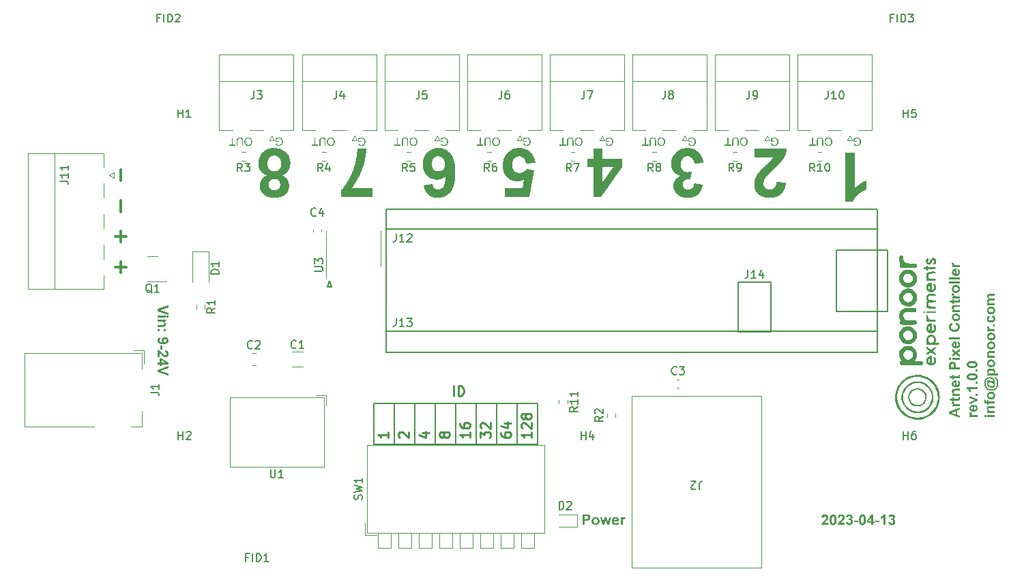
<source format=gbr>
%TF.GenerationSoftware,KiCad,Pcbnew,(7.0.0)*%
%TF.CreationDate,2023-04-14T14:39:00+09:00*%
%TF.ProjectId,Artnet_pixel_controller_Teensy-hardware,4172746e-6574-45f7-9069-78656c5f636f,v0.1.0*%
%TF.SameCoordinates,Original*%
%TF.FileFunction,Legend,Top*%
%TF.FilePolarity,Positive*%
%FSLAX46Y46*%
G04 Gerber Fmt 4.6, Leading zero omitted, Abs format (unit mm)*
G04 Created by KiCad (PCBNEW (7.0.0)) date 2023-04-14 14:39:00*
%MOMM*%
%LPD*%
G01*
G04 APERTURE LIST*
%ADD10C,0.150000*%
%ADD11C,0.300000*%
%ADD12C,1.200000*%
%ADD13C,0.125000*%
%ADD14C,0.220000*%
%ADD15C,0.260000*%
%ADD16C,0.320000*%
%ADD17C,0.250000*%
%ADD18C,0.120000*%
G04 APERTURE END LIST*
D10*
X147320000Y-128270000D02*
X144780000Y-128270000D01*
X132080000Y-128270000D02*
X132080000Y-123190000D01*
X147320000Y-123190000D02*
X147320000Y-128270000D01*
X149860000Y-123190000D02*
X129540000Y-123190000D01*
X123750000Y-108750000D02*
X124250000Y-108750000D01*
X131020000Y-99110000D02*
X192000000Y-99110000D01*
X192000000Y-99110000D02*
X192000000Y-101500000D01*
X192000000Y-101500000D02*
X131020000Y-101500000D01*
X131020000Y-101500000D02*
X131020000Y-99110000D01*
X134620000Y-123190000D02*
X134620000Y-128270000D01*
X131020000Y-114250000D02*
X192000000Y-114250000D01*
X192000000Y-114250000D02*
X192000000Y-116890000D01*
X192000000Y-116890000D02*
X131020000Y-116890000D01*
X131020000Y-116890000D02*
X131020000Y-114250000D01*
X124000000Y-108000000D02*
X123750000Y-108750000D01*
X139700000Y-123190000D02*
X139700000Y-128270000D01*
X137160000Y-123190000D02*
X134620000Y-123190000D01*
X134620000Y-128270000D02*
X132080000Y-128270000D01*
X124250000Y-108750000D02*
X124000000Y-108000000D01*
X129540000Y-123190000D02*
X129540000Y-128270000D01*
X144780000Y-128270000D02*
X144780000Y-123190000D01*
X129540000Y-128270000D02*
X149860000Y-128270000D01*
X142240000Y-123190000D02*
X142240000Y-128270000D01*
X137160000Y-128270000D02*
X137160000Y-123190000D01*
X144780000Y-123190000D02*
X142240000Y-123190000D01*
X142240000Y-128270000D02*
X139700000Y-128270000D01*
X139700000Y-128270000D02*
X137160000Y-128270000D01*
X149860000Y-128270000D02*
X149860000Y-123190000D01*
D11*
X98088780Y-101787515D02*
X98088780Y-103158944D01*
X97403066Y-102473229D02*
X98774494Y-102473229D01*
D12*
G36*
X176715596Y-92677971D02*
G01*
X176715596Y-91552500D01*
X180776377Y-91552500D01*
X180767104Y-91627902D01*
X180755769Y-91702800D01*
X180742374Y-91777195D01*
X180726918Y-91851086D01*
X180709401Y-91924474D01*
X180689824Y-91997357D01*
X180668185Y-92069737D01*
X180644486Y-92141613D01*
X180618726Y-92212986D01*
X180590905Y-92283854D01*
X180561024Y-92354219D01*
X180529081Y-92424080D01*
X180495078Y-92493437D01*
X180459014Y-92562291D01*
X180420889Y-92630641D01*
X180380704Y-92698487D01*
X180336975Y-92767644D01*
X180288220Y-92839560D01*
X180234439Y-92914235D01*
X180175631Y-92991670D01*
X180111798Y-93071864D01*
X180042939Y-93154817D01*
X179969053Y-93240529D01*
X179890142Y-93329000D01*
X179848801Y-93374270D01*
X179806204Y-93420230D01*
X179762351Y-93466880D01*
X179717241Y-93514220D01*
X179670874Y-93562249D01*
X179623251Y-93610969D01*
X179574372Y-93660378D01*
X179524236Y-93710477D01*
X179472843Y-93761265D01*
X179420194Y-93812744D01*
X179366288Y-93864912D01*
X179311126Y-93917770D01*
X179254707Y-93971318D01*
X179197032Y-94025556D01*
X179138101Y-94080483D01*
X179077912Y-94136100D01*
X179029504Y-94180890D01*
X178982280Y-94224766D01*
X178936241Y-94267730D01*
X178891387Y-94309780D01*
X178847718Y-94350917D01*
X178763935Y-94430453D01*
X178684892Y-94506336D01*
X178610589Y-94578567D01*
X178541026Y-94647146D01*
X178476202Y-94712072D01*
X178416118Y-94773347D01*
X178360774Y-94830969D01*
X178310170Y-94884939D01*
X178264306Y-94935257D01*
X178223182Y-94981922D01*
X178170382Y-95045073D01*
X178128248Y-95100006D01*
X178116573Y-95116491D01*
X178073884Y-95183184D01*
X178035394Y-95249722D01*
X178001103Y-95316105D01*
X177971011Y-95382334D01*
X177945118Y-95448409D01*
X177923424Y-95514328D01*
X177905929Y-95580094D01*
X177892632Y-95645704D01*
X177883535Y-95711160D01*
X177878636Y-95776462D01*
X177877703Y-95819911D01*
X177879532Y-95890343D01*
X177885019Y-95957658D01*
X177894164Y-96021856D01*
X177906966Y-96082937D01*
X177923427Y-96140901D01*
X177951065Y-96213339D01*
X177985205Y-96280234D01*
X178025849Y-96341589D01*
X178072995Y-96397402D01*
X178085798Y-96410490D01*
X178140295Y-96458919D01*
X178199737Y-96500890D01*
X178264126Y-96536405D01*
X178333460Y-96565462D01*
X178407741Y-96588062D01*
X178466697Y-96600774D01*
X178528435Y-96609855D01*
X178592955Y-96615303D01*
X178660257Y-96617119D01*
X178727087Y-96615213D01*
X178791290Y-96609494D01*
X178852865Y-96599963D01*
X178911812Y-96586619D01*
X178968132Y-96569463D01*
X179039138Y-96540658D01*
X179105473Y-96505075D01*
X179167136Y-96462714D01*
X179224129Y-96413575D01*
X179237647Y-96400232D01*
X179288320Y-96341522D01*
X179322628Y-96291599D01*
X179353768Y-96236627D01*
X179381739Y-96176606D01*
X179406541Y-96111536D01*
X179428175Y-96041418D01*
X179446641Y-95966250D01*
X179461938Y-95886034D01*
X179474067Y-95800768D01*
X179480392Y-95741119D01*
X179485309Y-95679227D01*
X180640090Y-95793532D01*
X180633247Y-95854991D01*
X180625544Y-95915354D01*
X180616979Y-95974621D01*
X180607552Y-96032791D01*
X180586114Y-96145843D01*
X180561230Y-96254510D01*
X180532899Y-96358792D01*
X180501123Y-96458690D01*
X180465901Y-96554202D01*
X180427232Y-96645329D01*
X180385117Y-96732072D01*
X180339556Y-96814429D01*
X180290549Y-96892402D01*
X180238096Y-96965990D01*
X180182197Y-97035192D01*
X180122852Y-97100010D01*
X180060061Y-97160443D01*
X179993823Y-97216491D01*
X179924620Y-97268841D01*
X179853299Y-97317814D01*
X179779861Y-97363409D01*
X179704304Y-97405627D01*
X179626629Y-97444467D01*
X179546836Y-97479930D01*
X179464925Y-97512015D01*
X179380896Y-97540724D01*
X179294749Y-97566054D01*
X179206483Y-97588007D01*
X179116100Y-97606583D01*
X179023599Y-97621782D01*
X178928980Y-97633603D01*
X178832242Y-97642046D01*
X178733387Y-97647112D01*
X178632413Y-97648801D01*
X178522166Y-97646923D01*
X178414908Y-97641290D01*
X178310637Y-97631902D01*
X178209354Y-97618759D01*
X178111060Y-97601861D01*
X178015754Y-97581207D01*
X177923436Y-97556798D01*
X177834106Y-97528633D01*
X177747764Y-97496714D01*
X177664410Y-97461039D01*
X177584045Y-97421609D01*
X177506668Y-97378424D01*
X177432278Y-97331484D01*
X177360878Y-97280788D01*
X177292465Y-97226337D01*
X177227040Y-97168131D01*
X177165107Y-97107309D01*
X177107170Y-97044643D01*
X177053229Y-96980135D01*
X177003283Y-96913783D01*
X176957333Y-96845587D01*
X176915379Y-96775549D01*
X176877420Y-96703667D01*
X176843457Y-96629942D01*
X176813489Y-96554374D01*
X176787517Y-96476962D01*
X176765541Y-96397707D01*
X176747561Y-96316609D01*
X176733576Y-96233667D01*
X176723587Y-96148883D01*
X176717593Y-96062255D01*
X176715596Y-95973784D01*
X176716884Y-95898006D01*
X176720748Y-95822899D01*
X176727188Y-95748461D01*
X176736204Y-95674693D01*
X176747796Y-95601595D01*
X176761964Y-95529166D01*
X176778708Y-95457407D01*
X176798028Y-95386318D01*
X176819924Y-95315899D01*
X176844395Y-95246150D01*
X176862141Y-95200022D01*
X176891113Y-95131007D01*
X176923072Y-95061348D01*
X176958020Y-94991044D01*
X176995956Y-94920097D01*
X177036880Y-94848506D01*
X177080792Y-94776270D01*
X177127692Y-94703391D01*
X177160619Y-94654447D01*
X177194874Y-94605217D01*
X177230458Y-94555700D01*
X177267369Y-94505898D01*
X177305608Y-94455809D01*
X177325226Y-94430657D01*
X177367755Y-94378588D01*
X177416210Y-94322397D01*
X177470589Y-94262084D01*
X177530893Y-94197650D01*
X177574388Y-94152404D01*
X177620515Y-94105326D01*
X177669276Y-94056416D01*
X177720670Y-94005675D01*
X177774697Y-93953101D01*
X177831358Y-93898696D01*
X177890652Y-93842459D01*
X177952579Y-93784391D01*
X178017139Y-93724490D01*
X178084332Y-93662758D01*
X178151274Y-93601598D01*
X178215079Y-93543048D01*
X178275746Y-93487109D01*
X178333277Y-93433780D01*
X178387671Y-93383061D01*
X178438927Y-93334953D01*
X178487047Y-93289455D01*
X178532030Y-93246568D01*
X178593622Y-93187131D01*
X178648156Y-93133567D01*
X178695631Y-93085877D01*
X178747953Y-93031426D01*
X178778959Y-92997440D01*
X178823395Y-92946364D01*
X178865112Y-92895717D01*
X178904110Y-92845499D01*
X178940388Y-92795711D01*
X178973948Y-92746352D01*
X179010630Y-92687688D01*
X179016363Y-92677971D01*
X176715596Y-92677971D01*
G37*
D13*
G36*
X175444796Y-90154637D02*
G01*
X175462213Y-90155444D01*
X175479395Y-90156789D01*
X175496342Y-90158673D01*
X175513055Y-90161094D01*
X175529532Y-90164054D01*
X175545776Y-90167551D01*
X175561784Y-90171587D01*
X175577558Y-90176161D01*
X175593097Y-90181273D01*
X175608401Y-90186923D01*
X175623471Y-90193111D01*
X175638305Y-90199837D01*
X175652906Y-90207102D01*
X175667271Y-90214904D01*
X175681402Y-90223244D01*
X175695174Y-90232081D01*
X175708524Y-90241311D01*
X175721453Y-90250934D01*
X175733960Y-90260949D01*
X175746045Y-90271358D01*
X175757709Y-90282160D01*
X175768951Y-90293355D01*
X175779771Y-90304944D01*
X175790169Y-90316925D01*
X175800146Y-90329299D01*
X175809701Y-90342067D01*
X175818834Y-90355227D01*
X175827546Y-90368781D01*
X175835836Y-90382727D01*
X175843704Y-90397067D01*
X175851151Y-90411800D01*
X175858131Y-90426784D01*
X175864660Y-90441876D01*
X175870740Y-90457077D01*
X175876369Y-90472387D01*
X175881547Y-90487806D01*
X175886276Y-90503334D01*
X175890554Y-90518970D01*
X175894382Y-90534715D01*
X175897759Y-90550569D01*
X175900686Y-90566532D01*
X175903163Y-90582603D01*
X175905189Y-90598783D01*
X175906766Y-90615072D01*
X175907891Y-90631470D01*
X175908567Y-90647976D01*
X175908792Y-90664591D01*
X175908661Y-90680238D01*
X175908266Y-90695670D01*
X175907609Y-90710888D01*
X175906689Y-90725892D01*
X175905506Y-90740682D01*
X175904061Y-90755258D01*
X175902352Y-90769619D01*
X175900381Y-90783767D01*
X175898147Y-90797700D01*
X175895650Y-90811418D01*
X175892890Y-90824923D01*
X175889867Y-90838214D01*
X175886581Y-90851290D01*
X175883033Y-90864152D01*
X175879222Y-90876800D01*
X175875148Y-90889234D01*
X175870811Y-90901453D01*
X175866211Y-90913459D01*
X175861348Y-90925250D01*
X175856223Y-90936827D01*
X175850834Y-90948189D01*
X175845183Y-90959338D01*
X175839269Y-90970272D01*
X175833092Y-90980993D01*
X175826652Y-90991499D01*
X175819950Y-91001790D01*
X175812984Y-91011868D01*
X175805756Y-91021732D01*
X175798265Y-91031381D01*
X175790511Y-91040816D01*
X175782494Y-91050037D01*
X175774214Y-91059043D01*
X175765711Y-91067819D01*
X175757056Y-91076316D01*
X175748248Y-91084534D01*
X175739287Y-91092474D01*
X175730174Y-91100135D01*
X175720908Y-91107518D01*
X175711490Y-91114622D01*
X175701918Y-91121448D01*
X175692194Y-91127994D01*
X175682318Y-91134263D01*
X175672289Y-91140252D01*
X175662107Y-91145963D01*
X175651772Y-91151396D01*
X175641285Y-91156550D01*
X175630645Y-91161425D01*
X175619853Y-91166022D01*
X175608908Y-91170340D01*
X175597810Y-91174380D01*
X175586559Y-91178140D01*
X175575156Y-91181623D01*
X175563601Y-91184827D01*
X175551892Y-91187752D01*
X175540031Y-91190398D01*
X175528017Y-91192766D01*
X175515851Y-91194856D01*
X175503532Y-91196667D01*
X175491060Y-91198199D01*
X175478436Y-91199453D01*
X175465659Y-91200428D01*
X175452730Y-91201124D01*
X175439647Y-91201542D01*
X175426412Y-91201681D01*
X175409087Y-91201420D01*
X175391978Y-91200636D01*
X175375084Y-91199329D01*
X175358406Y-91197499D01*
X175341943Y-91195146D01*
X175325697Y-91192270D01*
X175309665Y-91188872D01*
X175293850Y-91184951D01*
X175278250Y-91180507D01*
X175262865Y-91175540D01*
X175247696Y-91170050D01*
X175232743Y-91164037D01*
X175218005Y-91157502D01*
X175203484Y-91150444D01*
X175189177Y-91142863D01*
X175175086Y-91134759D01*
X175161282Y-91126186D01*
X175147895Y-91117200D01*
X175134927Y-91107799D01*
X175122376Y-91097985D01*
X175110243Y-91087756D01*
X175098528Y-91077114D01*
X175087231Y-91066057D01*
X175076351Y-91054586D01*
X175065890Y-91042701D01*
X175055846Y-91030402D01*
X175046221Y-91017689D01*
X175037013Y-91004562D01*
X175028223Y-90991021D01*
X175019851Y-90977066D01*
X175011897Y-90962696D01*
X175004361Y-90947913D01*
X174997233Y-90932827D01*
X174990565Y-90917489D01*
X174984357Y-90901900D01*
X174978608Y-90886058D01*
X174973320Y-90869965D01*
X174968491Y-90853620D01*
X174964123Y-90837023D01*
X174960214Y-90820174D01*
X174956765Y-90803073D01*
X174953776Y-90785720D01*
X174951246Y-90768116D01*
X174949177Y-90750259D01*
X174947568Y-90732151D01*
X174946418Y-90713791D01*
X174945728Y-90695179D01*
X174945510Y-90677292D01*
X175083007Y-90677292D01*
X175083169Y-90692678D01*
X175083656Y-90707818D01*
X175084467Y-90722712D01*
X175085602Y-90737360D01*
X175087062Y-90751762D01*
X175088846Y-90765918D01*
X175090954Y-90779827D01*
X175093387Y-90793490D01*
X175096145Y-90806908D01*
X175099226Y-90820079D01*
X175102632Y-90833003D01*
X175106363Y-90845682D01*
X175110417Y-90858115D01*
X175114797Y-90870301D01*
X175119500Y-90882241D01*
X175124528Y-90893935D01*
X175129869Y-90905343D01*
X175135512Y-90916425D01*
X175141455Y-90927180D01*
X175147701Y-90937609D01*
X175154248Y-90947712D01*
X175161096Y-90957488D01*
X175168246Y-90966938D01*
X175175697Y-90976062D01*
X175183450Y-90984859D01*
X175191504Y-90993331D01*
X175199860Y-91001476D01*
X175208517Y-91009294D01*
X175217476Y-91016787D01*
X175226736Y-91023953D01*
X175236298Y-91030792D01*
X175246161Y-91037306D01*
X175256250Y-91043487D01*
X175266491Y-91049270D01*
X175276881Y-91054654D01*
X175287423Y-91059639D01*
X175298115Y-91064225D01*
X175308958Y-91068412D01*
X175319952Y-91072201D01*
X175331097Y-91075591D01*
X175342392Y-91078582D01*
X175353838Y-91081174D01*
X175365435Y-91083368D01*
X175377182Y-91085162D01*
X175389080Y-91086558D01*
X175401129Y-91087555D01*
X175413329Y-91088153D01*
X175425680Y-91088353D01*
X175443233Y-91087969D01*
X175460477Y-91086818D01*
X175477411Y-91084901D01*
X175494037Y-91082216D01*
X175510354Y-91078764D01*
X175526361Y-91074545D01*
X175542059Y-91069559D01*
X175557449Y-91063806D01*
X175572529Y-91057286D01*
X175587300Y-91049999D01*
X175601762Y-91041945D01*
X175615914Y-91033123D01*
X175629758Y-91023535D01*
X175643292Y-91013179D01*
X175656518Y-91002057D01*
X175669434Y-90990167D01*
X175681767Y-90977411D01*
X175693305Y-90963628D01*
X175704047Y-90948819D01*
X175713993Y-90932984D01*
X175723144Y-90916121D01*
X175727420Y-90907305D01*
X175731498Y-90898232D01*
X175735377Y-90888903D01*
X175739058Y-90879317D01*
X175742539Y-90869474D01*
X175745821Y-90859375D01*
X175748904Y-90849019D01*
X175751789Y-90838406D01*
X175754474Y-90827537D01*
X175756961Y-90816411D01*
X175759248Y-90805029D01*
X175761337Y-90793389D01*
X175763227Y-90781493D01*
X175764918Y-90769341D01*
X175766410Y-90756932D01*
X175767703Y-90744266D01*
X175768797Y-90731344D01*
X175769692Y-90718164D01*
X175770388Y-90704729D01*
X175770885Y-90691036D01*
X175771184Y-90677087D01*
X175771283Y-90662882D01*
X175771188Y-90651478D01*
X175770901Y-90640227D01*
X175770422Y-90629128D01*
X175769753Y-90618181D01*
X175768892Y-90607387D01*
X175767840Y-90596744D01*
X175766597Y-90586254D01*
X175765162Y-90575916D01*
X175763536Y-90565730D01*
X175761719Y-90555696D01*
X175759710Y-90545815D01*
X175757510Y-90536085D01*
X175755119Y-90526508D01*
X175752537Y-90517083D01*
X175746798Y-90498689D01*
X175740294Y-90480904D01*
X175733025Y-90463728D01*
X175724991Y-90447161D01*
X175716191Y-90431202D01*
X175706627Y-90415852D01*
X175696297Y-90401110D01*
X175685202Y-90386978D01*
X175673342Y-90373454D01*
X175660906Y-90360647D01*
X175648082Y-90348667D01*
X175634871Y-90337513D01*
X175621272Y-90327185D01*
X175607287Y-90317683D01*
X175592913Y-90309008D01*
X175578153Y-90301159D01*
X175563005Y-90294136D01*
X175547470Y-90287939D01*
X175531547Y-90282569D01*
X175515238Y-90278024D01*
X175498540Y-90274306D01*
X175481456Y-90271415D01*
X175463984Y-90269349D01*
X175446124Y-90268110D01*
X175427878Y-90267697D01*
X175409279Y-90268114D01*
X175391096Y-90269364D01*
X175373330Y-90271449D01*
X175355979Y-90274368D01*
X175339044Y-90278120D01*
X175322525Y-90282706D01*
X175306422Y-90288126D01*
X175290735Y-90294380D01*
X175275465Y-90301468D01*
X175260610Y-90309390D01*
X175246171Y-90318145D01*
X175232148Y-90327735D01*
X175218541Y-90338158D01*
X175205350Y-90349415D01*
X175192575Y-90361506D01*
X175180216Y-90374431D01*
X175168444Y-90388122D01*
X175157432Y-90402511D01*
X175147180Y-90417599D01*
X175137687Y-90433385D01*
X175128953Y-90449869D01*
X175120979Y-90467052D01*
X175113764Y-90484933D01*
X175110442Y-90494136D01*
X175107309Y-90503513D01*
X175104366Y-90513065D01*
X175101613Y-90522791D01*
X175099050Y-90532692D01*
X175096677Y-90542768D01*
X175094493Y-90553018D01*
X175092500Y-90563442D01*
X175090696Y-90574042D01*
X175089082Y-90584815D01*
X175087659Y-90595764D01*
X175086424Y-90606887D01*
X175085380Y-90618185D01*
X175084526Y-90629657D01*
X175083861Y-90641304D01*
X175083387Y-90653125D01*
X175083102Y-90665121D01*
X175083007Y-90677292D01*
X174945510Y-90677292D01*
X174945498Y-90676315D01*
X174945741Y-90657207D01*
X174946468Y-90638350D01*
X174947679Y-90619746D01*
X174949376Y-90601393D01*
X174951557Y-90583293D01*
X174954222Y-90565444D01*
X174957373Y-90547847D01*
X174961008Y-90530502D01*
X174965127Y-90513409D01*
X174969732Y-90496567D01*
X174974821Y-90479978D01*
X174980394Y-90463640D01*
X174986453Y-90447555D01*
X174992996Y-90431721D01*
X175000024Y-90416139D01*
X175007536Y-90400809D01*
X175015461Y-90385865D01*
X175023789Y-90371382D01*
X175032520Y-90357358D01*
X175041654Y-90343794D01*
X175051190Y-90330689D01*
X175061128Y-90318045D01*
X175071469Y-90305861D01*
X175082213Y-90294136D01*
X175093360Y-90282871D01*
X175104909Y-90272066D01*
X175116860Y-90261721D01*
X175129215Y-90251836D01*
X175141972Y-90242411D01*
X175155131Y-90233445D01*
X175168693Y-90224940D01*
X175182658Y-90216894D01*
X175196894Y-90209323D01*
X175211269Y-90202240D01*
X175225783Y-90195645D01*
X175240437Y-90189539D01*
X175255230Y-90183921D01*
X175270162Y-90178792D01*
X175285233Y-90174152D01*
X175300444Y-90170000D01*
X175315794Y-90166336D01*
X175331284Y-90163161D01*
X175346912Y-90160474D01*
X175362680Y-90158276D01*
X175378588Y-90156566D01*
X175394634Y-90155345D01*
X175410820Y-90154612D01*
X175427145Y-90154368D01*
X175444796Y-90154637D01*
G37*
G36*
X174118980Y-91186050D02*
G01*
X173985624Y-91186050D01*
X173985624Y-90599867D01*
X173985758Y-90581001D01*
X173986162Y-90562628D01*
X173986835Y-90544746D01*
X173987776Y-90527357D01*
X173988987Y-90510461D01*
X173990467Y-90494056D01*
X173992216Y-90478144D01*
X173994233Y-90462725D01*
X173996520Y-90447797D01*
X173999076Y-90433362D01*
X174001901Y-90419419D01*
X174004995Y-90405969D01*
X174008358Y-90393010D01*
X174011991Y-90380544D01*
X174015892Y-90368571D01*
X174020062Y-90357090D01*
X174024582Y-90345985D01*
X174029534Y-90335142D01*
X174034917Y-90324560D01*
X174040731Y-90314240D01*
X174046976Y-90304181D01*
X174053653Y-90294384D01*
X174060761Y-90284848D01*
X174068300Y-90275573D01*
X174076270Y-90266560D01*
X174084672Y-90257809D01*
X174093505Y-90249318D01*
X174102769Y-90241089D01*
X174112464Y-90233122D01*
X174122591Y-90225416D01*
X174133148Y-90217971D01*
X174144137Y-90210788D01*
X174155561Y-90203956D01*
X174167421Y-90197565D01*
X174179718Y-90191614D01*
X174192452Y-90186104D01*
X174205623Y-90181035D01*
X174219231Y-90176407D01*
X174233276Y-90172220D01*
X174247757Y-90168473D01*
X174262676Y-90165167D01*
X174278032Y-90162302D01*
X174293825Y-90159878D01*
X174310055Y-90157894D01*
X174326721Y-90156351D01*
X174343825Y-90155250D01*
X174361366Y-90154588D01*
X174379343Y-90154368D01*
X174396820Y-90154560D01*
X174413896Y-90155135D01*
X174430571Y-90156094D01*
X174446846Y-90157436D01*
X174462720Y-90159162D01*
X174478193Y-90161272D01*
X174493265Y-90163765D01*
X174507937Y-90166641D01*
X174522208Y-90169901D01*
X174536078Y-90173545D01*
X174549548Y-90177572D01*
X174562617Y-90181983D01*
X174575285Y-90186777D01*
X174587553Y-90191955D01*
X174599419Y-90197516D01*
X174610885Y-90203461D01*
X174621920Y-90209769D01*
X174632554Y-90216421D01*
X174642788Y-90223416D01*
X174652620Y-90230755D01*
X174662052Y-90238437D01*
X174671084Y-90246463D01*
X174679714Y-90254832D01*
X174687944Y-90263545D01*
X174695773Y-90272601D01*
X174703202Y-90282000D01*
X174710229Y-90291743D01*
X174716856Y-90301830D01*
X174723083Y-90312260D01*
X174728908Y-90323033D01*
X174734333Y-90334150D01*
X174739357Y-90345610D01*
X174744001Y-90357508D01*
X174748345Y-90369939D01*
X174752389Y-90382902D01*
X174756134Y-90396397D01*
X174759579Y-90410425D01*
X174762724Y-90424985D01*
X174765570Y-90440078D01*
X174768117Y-90455703D01*
X174770364Y-90471860D01*
X174772311Y-90488549D01*
X174773959Y-90505771D01*
X174775307Y-90523526D01*
X174776355Y-90541812D01*
X174777104Y-90560632D01*
X174777554Y-90579983D01*
X174777666Y-90589858D01*
X174777703Y-90599867D01*
X174777703Y-91186050D01*
X174644591Y-91186050D01*
X174644591Y-90598157D01*
X174644496Y-90581851D01*
X174644209Y-90566089D01*
X174643732Y-90550870D01*
X174643064Y-90536196D01*
X174642206Y-90522065D01*
X174641156Y-90508478D01*
X174639916Y-90495435D01*
X174638485Y-90482936D01*
X174636863Y-90470980D01*
X174635050Y-90459568D01*
X174633047Y-90448701D01*
X174630852Y-90438377D01*
X174628467Y-90428596D01*
X174624532Y-90414946D01*
X174620167Y-90402519D01*
X174615280Y-90391000D01*
X174609780Y-90379984D01*
X174603665Y-90369471D01*
X174596937Y-90359459D01*
X174589595Y-90349950D01*
X174581638Y-90340944D01*
X174573068Y-90332439D01*
X174563884Y-90324437D01*
X174554086Y-90316938D01*
X174543674Y-90309940D01*
X174536391Y-90305554D01*
X174524988Y-90299487D01*
X174513124Y-90294017D01*
X174500802Y-90289143D01*
X174488020Y-90284866D01*
X174474779Y-90281186D01*
X174461078Y-90278103D01*
X174446918Y-90275616D01*
X174437222Y-90274290D01*
X174427323Y-90273229D01*
X174417219Y-90272433D01*
X174406911Y-90271903D01*
X174396399Y-90271638D01*
X174391067Y-90271605D01*
X174373018Y-90271868D01*
X174355629Y-90272658D01*
X174338900Y-90273974D01*
X174322832Y-90275818D01*
X174307423Y-90278188D01*
X174292675Y-90281084D01*
X174278587Y-90284507D01*
X174265160Y-90288457D01*
X174252392Y-90292934D01*
X174240285Y-90297937D01*
X174228838Y-90303467D01*
X174218051Y-90309523D01*
X174207925Y-90316106D01*
X174198459Y-90323216D01*
X174189652Y-90330852D01*
X174181507Y-90339016D01*
X174173935Y-90347928D01*
X174166852Y-90357811D01*
X174160257Y-90368665D01*
X174154151Y-90380491D01*
X174148534Y-90393288D01*
X174143405Y-90407056D01*
X174138764Y-90421796D01*
X174134612Y-90437506D01*
X174130948Y-90454188D01*
X174127773Y-90471842D01*
X174125086Y-90490466D01*
X174122888Y-90510062D01*
X174121972Y-90520224D01*
X174121179Y-90530629D01*
X174120507Y-90541277D01*
X174119957Y-90552167D01*
X174119530Y-90563300D01*
X174119225Y-90574677D01*
X174119041Y-90586295D01*
X174118980Y-90598157D01*
X174118980Y-91186050D01*
G37*
G36*
X173513502Y-90170000D02*
G01*
X173513502Y-91068813D01*
X173845184Y-91068813D01*
X173845184Y-91186050D01*
X173046999Y-91186050D01*
X173046999Y-91068813D01*
X173380146Y-91068813D01*
X173380146Y-90170000D01*
X173513502Y-90170000D01*
G37*
D10*
X132273809Y-102117380D02*
X132273809Y-102831666D01*
X132273809Y-102831666D02*
X132226190Y-102974523D01*
X132226190Y-102974523D02*
X132130952Y-103069761D01*
X132130952Y-103069761D02*
X131988095Y-103117380D01*
X131988095Y-103117380D02*
X131892857Y-103117380D01*
X133273809Y-103117380D02*
X132702381Y-103117380D01*
X132988095Y-103117380D02*
X132988095Y-102117380D01*
X132988095Y-102117380D02*
X132892857Y-102260238D01*
X132892857Y-102260238D02*
X132797619Y-102355476D01*
X132797619Y-102355476D02*
X132702381Y-102403095D01*
X133654762Y-102212619D02*
X133702381Y-102165000D01*
X133702381Y-102165000D02*
X133797619Y-102117380D01*
X133797619Y-102117380D02*
X134035714Y-102117380D01*
X134035714Y-102117380D02*
X134130952Y-102165000D01*
X134130952Y-102165000D02*
X134178571Y-102212619D01*
X134178571Y-102212619D02*
X134226190Y-102307857D01*
X134226190Y-102307857D02*
X134226190Y-102403095D01*
X134226190Y-102403095D02*
X134178571Y-102545952D01*
X134178571Y-102545952D02*
X133607143Y-103117380D01*
X133607143Y-103117380D02*
X134226190Y-103117380D01*
D13*
G36*
X168964340Y-90568604D02*
G01*
X168964340Y-90685840D01*
X168537892Y-90686573D01*
X168537892Y-90310683D01*
X168550190Y-90301095D01*
X168562538Y-90291808D01*
X168574935Y-90282823D01*
X168587382Y-90274139D01*
X168599878Y-90265756D01*
X168612424Y-90257675D01*
X168625020Y-90249896D01*
X168637665Y-90242418D01*
X168650360Y-90235241D01*
X168663105Y-90228366D01*
X168675899Y-90221792D01*
X168688742Y-90215520D01*
X168701636Y-90209550D01*
X168714579Y-90203881D01*
X168727571Y-90198513D01*
X168740614Y-90193447D01*
X168753672Y-90188715D01*
X168766774Y-90184288D01*
X168779920Y-90180166D01*
X168793110Y-90176350D01*
X168806344Y-90172839D01*
X168819622Y-90169633D01*
X168832944Y-90166733D01*
X168846310Y-90164138D01*
X168859719Y-90161848D01*
X168873173Y-90159863D01*
X168886670Y-90158184D01*
X168900211Y-90156810D01*
X168913796Y-90155742D01*
X168927425Y-90154979D01*
X168941098Y-90154521D01*
X168954815Y-90154368D01*
X168973241Y-90154617D01*
X168991459Y-90155364D01*
X169009466Y-90156609D01*
X169027263Y-90158352D01*
X169044850Y-90160593D01*
X169062228Y-90163332D01*
X169079396Y-90166570D01*
X169096353Y-90170305D01*
X169113101Y-90174538D01*
X169129639Y-90179269D01*
X169145967Y-90184499D01*
X169162085Y-90190226D01*
X169177993Y-90196451D01*
X169193692Y-90203175D01*
X169209180Y-90210396D01*
X169224459Y-90218115D01*
X169239370Y-90226337D01*
X169253817Y-90235002D01*
X169267801Y-90244113D01*
X169281321Y-90253668D01*
X169294378Y-90263668D01*
X169306971Y-90274112D01*
X169319100Y-90285001D01*
X169330765Y-90296334D01*
X169341967Y-90308112D01*
X169352705Y-90320335D01*
X169362980Y-90333002D01*
X169372790Y-90346114D01*
X169382137Y-90359670D01*
X169391021Y-90373671D01*
X169399440Y-90388117D01*
X169407397Y-90403007D01*
X169414879Y-90418230D01*
X169421879Y-90433675D01*
X169428397Y-90449341D01*
X169434431Y-90465228D01*
X169439983Y-90481337D01*
X169445052Y-90497667D01*
X169449638Y-90514218D01*
X169453742Y-90530990D01*
X169457362Y-90547984D01*
X169460500Y-90565200D01*
X169463155Y-90582636D01*
X169465328Y-90600294D01*
X169467018Y-90618174D01*
X169468224Y-90636274D01*
X169468949Y-90654596D01*
X169469190Y-90673140D01*
X169468950Y-90691534D01*
X169468232Y-90709776D01*
X169467035Y-90727865D01*
X169465358Y-90745802D01*
X169463203Y-90763586D01*
X169460569Y-90781217D01*
X169457456Y-90798696D01*
X169453864Y-90816022D01*
X169449793Y-90833195D01*
X169445243Y-90850216D01*
X169440214Y-90867084D01*
X169434706Y-90883799D01*
X169428719Y-90900362D01*
X169422253Y-90916772D01*
X169415309Y-90933029D01*
X169407885Y-90949134D01*
X169399981Y-90964904D01*
X169391658Y-90980157D01*
X169382915Y-90994893D01*
X169373752Y-91009111D01*
X169364169Y-91022813D01*
X169354167Y-91035997D01*
X169343745Y-91048664D01*
X169332902Y-91060814D01*
X169321641Y-91072447D01*
X169309959Y-91083563D01*
X169297857Y-91094162D01*
X169285336Y-91104244D01*
X169272395Y-91113808D01*
X169259034Y-91122856D01*
X169245254Y-91131386D01*
X169231053Y-91139399D01*
X169216476Y-91146941D01*
X169201626Y-91153997D01*
X169186503Y-91160565D01*
X169171107Y-91166648D01*
X169155438Y-91172243D01*
X169139496Y-91177352D01*
X169123282Y-91181975D01*
X169106795Y-91186111D01*
X169090034Y-91189760D01*
X169073001Y-91192923D01*
X169055695Y-91195599D01*
X169038117Y-91197789D01*
X169020265Y-91199492D01*
X169002140Y-91200708D01*
X168983743Y-91201438D01*
X168965073Y-91201681D01*
X168951508Y-91201545D01*
X168938107Y-91201136D01*
X168924870Y-91200453D01*
X168911797Y-91199498D01*
X168898889Y-91198270D01*
X168886144Y-91196770D01*
X168873564Y-91194996D01*
X168861147Y-91192950D01*
X168848895Y-91190630D01*
X168836807Y-91188038D01*
X168824883Y-91185173D01*
X168813123Y-91182035D01*
X168801527Y-91178624D01*
X168790096Y-91174941D01*
X168778828Y-91170984D01*
X168767724Y-91166755D01*
X168756822Y-91162281D01*
X168746220Y-91157592D01*
X168735917Y-91152687D01*
X168725913Y-91147566D01*
X168716209Y-91142230D01*
X168706805Y-91136678D01*
X168697700Y-91130911D01*
X168688895Y-91124928D01*
X168680390Y-91118729D01*
X168672184Y-91112315D01*
X168664277Y-91105685D01*
X168656670Y-91098840D01*
X168649363Y-91091779D01*
X168642355Y-91084502D01*
X168635647Y-91077010D01*
X168629239Y-91069302D01*
X168623045Y-91061338D01*
X168617042Y-91053079D01*
X168611230Y-91044523D01*
X168605608Y-91035672D01*
X168600178Y-91026526D01*
X168594938Y-91017083D01*
X168589889Y-91007345D01*
X168585031Y-90997311D01*
X168580364Y-90986981D01*
X168575887Y-90976356D01*
X168571601Y-90965435D01*
X168567506Y-90954217D01*
X168563602Y-90942705D01*
X168559889Y-90930896D01*
X168556367Y-90918792D01*
X168553035Y-90906392D01*
X168673203Y-90873419D01*
X168676085Y-90882786D01*
X168680569Y-90896357D01*
X168685247Y-90909353D01*
X168690118Y-90921774D01*
X168695182Y-90933619D01*
X168700439Y-90944889D01*
X168705889Y-90955584D01*
X168711533Y-90965703D01*
X168717369Y-90975247D01*
X168723399Y-90984216D01*
X168729623Y-90992609D01*
X168736152Y-91000609D01*
X168743192Y-91008303D01*
X168750744Y-91015693D01*
X168758806Y-91022777D01*
X168767379Y-91029557D01*
X168776463Y-91036032D01*
X168786058Y-91042202D01*
X168796164Y-91048068D01*
X168806780Y-91053628D01*
X168817908Y-91058884D01*
X168825610Y-91062219D01*
X168837454Y-91066889D01*
X168849538Y-91071100D01*
X168861863Y-91074852D01*
X168874428Y-91078144D01*
X168887234Y-91080977D01*
X168900280Y-91083350D01*
X168913566Y-91085265D01*
X168927093Y-91086719D01*
X168940860Y-91087715D01*
X168954868Y-91088251D01*
X168964340Y-91088353D01*
X168975662Y-91088242D01*
X168986791Y-91087910D01*
X168997728Y-91087357D01*
X169008472Y-91086582D01*
X169019023Y-91085586D01*
X169029381Y-91084368D01*
X169039547Y-91082930D01*
X169049520Y-91081270D01*
X169059300Y-91079388D01*
X169068887Y-91077285D01*
X169082907Y-91073716D01*
X169096493Y-91069649D01*
X169109646Y-91065084D01*
X169122365Y-91060020D01*
X169134642Y-91054551D01*
X169146468Y-91048769D01*
X169157843Y-91042673D01*
X169168767Y-91036264D01*
X169179241Y-91029541D01*
X169189264Y-91022505D01*
X169198836Y-91015156D01*
X169207957Y-91007493D01*
X169216627Y-90999517D01*
X169224847Y-90991227D01*
X169230076Y-90985526D01*
X169237563Y-90976835D01*
X169244728Y-90967981D01*
X169251571Y-90958964D01*
X169258092Y-90949783D01*
X169264290Y-90940439D01*
X169270167Y-90930932D01*
X169275722Y-90921262D01*
X169280955Y-90911429D01*
X169285866Y-90901433D01*
X169290455Y-90891273D01*
X169293335Y-90884410D01*
X169298008Y-90872471D01*
X169302380Y-90860405D01*
X169306450Y-90848214D01*
X169310218Y-90835897D01*
X169313685Y-90823454D01*
X169316851Y-90810885D01*
X169319715Y-90798190D01*
X169322278Y-90785369D01*
X169324539Y-90772423D01*
X169326499Y-90759350D01*
X169328157Y-90746151D01*
X169329514Y-90732827D01*
X169330569Y-90719376D01*
X169331322Y-90705800D01*
X169331775Y-90692097D01*
X169331925Y-90678269D01*
X169331744Y-90661346D01*
X169331200Y-90644769D01*
X169330294Y-90628541D01*
X169329025Y-90612659D01*
X169327394Y-90597125D01*
X169325400Y-90581938D01*
X169323043Y-90567098D01*
X169320324Y-90552606D01*
X169317242Y-90538461D01*
X169313798Y-90524663D01*
X169309991Y-90511212D01*
X169305822Y-90498109D01*
X169301290Y-90485353D01*
X169296396Y-90472945D01*
X169291139Y-90460883D01*
X169285519Y-90449169D01*
X169279554Y-90437844D01*
X169273261Y-90426890D01*
X169266640Y-90416305D01*
X169259691Y-90406091D01*
X169252413Y-90396247D01*
X169244807Y-90386773D01*
X169236873Y-90377669D01*
X169228611Y-90368935D01*
X169220020Y-90360572D01*
X169211102Y-90352579D01*
X169201855Y-90344956D01*
X169192280Y-90337703D01*
X169182376Y-90330820D01*
X169172145Y-90324308D01*
X169161585Y-90318165D01*
X169150697Y-90312393D01*
X169139572Y-90306981D01*
X169128361Y-90301917D01*
X169117063Y-90297203D01*
X169105680Y-90292838D01*
X169094211Y-90288823D01*
X169082657Y-90285156D01*
X169071016Y-90281839D01*
X169059289Y-90278871D01*
X169047477Y-90276252D01*
X169035579Y-90273982D01*
X169023595Y-90272062D01*
X169011525Y-90270490D01*
X168999369Y-90269268D01*
X168987127Y-90268395D01*
X168974799Y-90267871D01*
X168962386Y-90267697D01*
X168951565Y-90267828D01*
X168940778Y-90268223D01*
X168930026Y-90268882D01*
X168919308Y-90269803D01*
X168908624Y-90270988D01*
X168897975Y-90272436D01*
X168887360Y-90274148D01*
X168876779Y-90276123D01*
X168866233Y-90278361D01*
X168855721Y-90280863D01*
X168845243Y-90283628D01*
X168834800Y-90286656D01*
X168824391Y-90289948D01*
X168814016Y-90293502D01*
X168803676Y-90297321D01*
X168793370Y-90301402D01*
X168783207Y-90305633D01*
X168773357Y-90309897D01*
X168763820Y-90314196D01*
X168754596Y-90318530D01*
X168745685Y-90322897D01*
X168732906Y-90329513D01*
X168720830Y-90336207D01*
X168709458Y-90342977D01*
X168698791Y-90349825D01*
X168688827Y-90356750D01*
X168679568Y-90363753D01*
X168671013Y-90370832D01*
X168668318Y-90373210D01*
X168668318Y-90568604D01*
X168964340Y-90568604D01*
G37*
G36*
X124194796Y-90154637D02*
G01*
X124212213Y-90155444D01*
X124229395Y-90156789D01*
X124246342Y-90158673D01*
X124263055Y-90161094D01*
X124279532Y-90164054D01*
X124295776Y-90167551D01*
X124311784Y-90171587D01*
X124327558Y-90176161D01*
X124343097Y-90181273D01*
X124358401Y-90186923D01*
X124373471Y-90193111D01*
X124388305Y-90199837D01*
X124402906Y-90207102D01*
X124417271Y-90214904D01*
X124431402Y-90223244D01*
X124445174Y-90232081D01*
X124458524Y-90241311D01*
X124471453Y-90250934D01*
X124483960Y-90260949D01*
X124496045Y-90271358D01*
X124507709Y-90282160D01*
X124518951Y-90293355D01*
X124529771Y-90304944D01*
X124540169Y-90316925D01*
X124550146Y-90329299D01*
X124559701Y-90342067D01*
X124568834Y-90355227D01*
X124577546Y-90368781D01*
X124585836Y-90382727D01*
X124593704Y-90397067D01*
X124601151Y-90411800D01*
X124608131Y-90426784D01*
X124614660Y-90441876D01*
X124620740Y-90457077D01*
X124626369Y-90472387D01*
X124631547Y-90487806D01*
X124636276Y-90503334D01*
X124640554Y-90518970D01*
X124644382Y-90534715D01*
X124647759Y-90550569D01*
X124650686Y-90566532D01*
X124653163Y-90582603D01*
X124655189Y-90598783D01*
X124656766Y-90615072D01*
X124657891Y-90631470D01*
X124658567Y-90647976D01*
X124658792Y-90664591D01*
X124658661Y-90680238D01*
X124658266Y-90695670D01*
X124657609Y-90710888D01*
X124656689Y-90725892D01*
X124655506Y-90740682D01*
X124654061Y-90755258D01*
X124652352Y-90769619D01*
X124650381Y-90783767D01*
X124648147Y-90797700D01*
X124645650Y-90811418D01*
X124642890Y-90824923D01*
X124639867Y-90838214D01*
X124636581Y-90851290D01*
X124633033Y-90864152D01*
X124629222Y-90876800D01*
X124625148Y-90889234D01*
X124620811Y-90901453D01*
X124616211Y-90913459D01*
X124611348Y-90925250D01*
X124606223Y-90936827D01*
X124600834Y-90948189D01*
X124595183Y-90959338D01*
X124589269Y-90970272D01*
X124583092Y-90980993D01*
X124576652Y-90991499D01*
X124569950Y-91001790D01*
X124562984Y-91011868D01*
X124555756Y-91021732D01*
X124548265Y-91031381D01*
X124540511Y-91040816D01*
X124532494Y-91050037D01*
X124524214Y-91059043D01*
X124515711Y-91067819D01*
X124507056Y-91076316D01*
X124498248Y-91084534D01*
X124489287Y-91092474D01*
X124480174Y-91100135D01*
X124470908Y-91107518D01*
X124461490Y-91114622D01*
X124451918Y-91121448D01*
X124442194Y-91127994D01*
X124432318Y-91134263D01*
X124422289Y-91140252D01*
X124412107Y-91145963D01*
X124401772Y-91151396D01*
X124391285Y-91156550D01*
X124380645Y-91161425D01*
X124369853Y-91166022D01*
X124358908Y-91170340D01*
X124347810Y-91174380D01*
X124336559Y-91178140D01*
X124325156Y-91181623D01*
X124313601Y-91184827D01*
X124301892Y-91187752D01*
X124290031Y-91190398D01*
X124278017Y-91192766D01*
X124265851Y-91194856D01*
X124253532Y-91196667D01*
X124241060Y-91198199D01*
X124228436Y-91199453D01*
X124215659Y-91200428D01*
X124202730Y-91201124D01*
X124189647Y-91201542D01*
X124176412Y-91201681D01*
X124159087Y-91201420D01*
X124141978Y-91200636D01*
X124125084Y-91199329D01*
X124108406Y-91197499D01*
X124091943Y-91195146D01*
X124075697Y-91192270D01*
X124059665Y-91188872D01*
X124043850Y-91184951D01*
X124028250Y-91180507D01*
X124012865Y-91175540D01*
X123997696Y-91170050D01*
X123982743Y-91164037D01*
X123968005Y-91157502D01*
X123953484Y-91150444D01*
X123939177Y-91142863D01*
X123925086Y-91134759D01*
X123911282Y-91126186D01*
X123897895Y-91117200D01*
X123884927Y-91107799D01*
X123872376Y-91097985D01*
X123860243Y-91087756D01*
X123848528Y-91077114D01*
X123837231Y-91066057D01*
X123826351Y-91054586D01*
X123815890Y-91042701D01*
X123805846Y-91030402D01*
X123796221Y-91017689D01*
X123787013Y-91004562D01*
X123778223Y-90991021D01*
X123769851Y-90977066D01*
X123761897Y-90962696D01*
X123754361Y-90947913D01*
X123747233Y-90932827D01*
X123740565Y-90917489D01*
X123734357Y-90901900D01*
X123728608Y-90886058D01*
X123723320Y-90869965D01*
X123718491Y-90853620D01*
X123714123Y-90837023D01*
X123710214Y-90820174D01*
X123706765Y-90803073D01*
X123703776Y-90785720D01*
X123701246Y-90768116D01*
X123699177Y-90750259D01*
X123697568Y-90732151D01*
X123696418Y-90713791D01*
X123695728Y-90695179D01*
X123695510Y-90677292D01*
X123833007Y-90677292D01*
X123833169Y-90692678D01*
X123833656Y-90707818D01*
X123834467Y-90722712D01*
X123835602Y-90737360D01*
X123837062Y-90751762D01*
X123838846Y-90765918D01*
X123840954Y-90779827D01*
X123843387Y-90793490D01*
X123846145Y-90806908D01*
X123849226Y-90820079D01*
X123852632Y-90833003D01*
X123856363Y-90845682D01*
X123860417Y-90858115D01*
X123864797Y-90870301D01*
X123869500Y-90882241D01*
X123874528Y-90893935D01*
X123879869Y-90905343D01*
X123885512Y-90916425D01*
X123891455Y-90927180D01*
X123897701Y-90937609D01*
X123904248Y-90947712D01*
X123911096Y-90957488D01*
X123918246Y-90966938D01*
X123925697Y-90976062D01*
X123933450Y-90984859D01*
X123941504Y-90993331D01*
X123949860Y-91001476D01*
X123958517Y-91009294D01*
X123967476Y-91016787D01*
X123976736Y-91023953D01*
X123986298Y-91030792D01*
X123996161Y-91037306D01*
X124006250Y-91043487D01*
X124016491Y-91049270D01*
X124026881Y-91054654D01*
X124037423Y-91059639D01*
X124048115Y-91064225D01*
X124058958Y-91068412D01*
X124069952Y-91072201D01*
X124081097Y-91075591D01*
X124092392Y-91078582D01*
X124103838Y-91081174D01*
X124115435Y-91083368D01*
X124127182Y-91085162D01*
X124139080Y-91086558D01*
X124151129Y-91087555D01*
X124163329Y-91088153D01*
X124175680Y-91088353D01*
X124193233Y-91087969D01*
X124210477Y-91086818D01*
X124227411Y-91084901D01*
X124244037Y-91082216D01*
X124260354Y-91078764D01*
X124276361Y-91074545D01*
X124292059Y-91069559D01*
X124307449Y-91063806D01*
X124322529Y-91057286D01*
X124337300Y-91049999D01*
X124351762Y-91041945D01*
X124365914Y-91033123D01*
X124379758Y-91023535D01*
X124393292Y-91013179D01*
X124406518Y-91002057D01*
X124419434Y-90990167D01*
X124431767Y-90977411D01*
X124443305Y-90963628D01*
X124454047Y-90948819D01*
X124463993Y-90932984D01*
X124473144Y-90916121D01*
X124477420Y-90907305D01*
X124481498Y-90898232D01*
X124485377Y-90888903D01*
X124489058Y-90879317D01*
X124492539Y-90869474D01*
X124495821Y-90859375D01*
X124498904Y-90849019D01*
X124501789Y-90838406D01*
X124504474Y-90827537D01*
X124506961Y-90816411D01*
X124509248Y-90805029D01*
X124511337Y-90793389D01*
X124513227Y-90781493D01*
X124514918Y-90769341D01*
X124516410Y-90756932D01*
X124517703Y-90744266D01*
X124518797Y-90731344D01*
X124519692Y-90718164D01*
X124520388Y-90704729D01*
X124520885Y-90691036D01*
X124521184Y-90677087D01*
X124521283Y-90662882D01*
X124521188Y-90651478D01*
X124520901Y-90640227D01*
X124520422Y-90629128D01*
X124519753Y-90618181D01*
X124518892Y-90607387D01*
X124517840Y-90596744D01*
X124516597Y-90586254D01*
X124515162Y-90575916D01*
X124513536Y-90565730D01*
X124511719Y-90555696D01*
X124509710Y-90545815D01*
X124507510Y-90536085D01*
X124505119Y-90526508D01*
X124502537Y-90517083D01*
X124496798Y-90498689D01*
X124490294Y-90480904D01*
X124483025Y-90463728D01*
X124474991Y-90447161D01*
X124466191Y-90431202D01*
X124456627Y-90415852D01*
X124446297Y-90401110D01*
X124435202Y-90386978D01*
X124423342Y-90373454D01*
X124410906Y-90360647D01*
X124398082Y-90348667D01*
X124384871Y-90337513D01*
X124371272Y-90327185D01*
X124357287Y-90317683D01*
X124342913Y-90309008D01*
X124328153Y-90301159D01*
X124313005Y-90294136D01*
X124297470Y-90287939D01*
X124281547Y-90282569D01*
X124265238Y-90278024D01*
X124248540Y-90274306D01*
X124231456Y-90271415D01*
X124213984Y-90269349D01*
X124196124Y-90268110D01*
X124177878Y-90267697D01*
X124159279Y-90268114D01*
X124141096Y-90269364D01*
X124123330Y-90271449D01*
X124105979Y-90274368D01*
X124089044Y-90278120D01*
X124072525Y-90282706D01*
X124056422Y-90288126D01*
X124040735Y-90294380D01*
X124025465Y-90301468D01*
X124010610Y-90309390D01*
X123996171Y-90318145D01*
X123982148Y-90327735D01*
X123968541Y-90338158D01*
X123955350Y-90349415D01*
X123942575Y-90361506D01*
X123930216Y-90374431D01*
X123918444Y-90388122D01*
X123907432Y-90402511D01*
X123897180Y-90417599D01*
X123887687Y-90433385D01*
X123878953Y-90449869D01*
X123870979Y-90467052D01*
X123863764Y-90484933D01*
X123860442Y-90494136D01*
X123857309Y-90503513D01*
X123854366Y-90513065D01*
X123851613Y-90522791D01*
X123849050Y-90532692D01*
X123846677Y-90542768D01*
X123844493Y-90553018D01*
X123842500Y-90563442D01*
X123840696Y-90574042D01*
X123839082Y-90584815D01*
X123837659Y-90595764D01*
X123836424Y-90606887D01*
X123835380Y-90618185D01*
X123834526Y-90629657D01*
X123833861Y-90641304D01*
X123833387Y-90653125D01*
X123833102Y-90665121D01*
X123833007Y-90677292D01*
X123695510Y-90677292D01*
X123695498Y-90676315D01*
X123695741Y-90657207D01*
X123696468Y-90638350D01*
X123697679Y-90619746D01*
X123699376Y-90601393D01*
X123701557Y-90583293D01*
X123704222Y-90565444D01*
X123707373Y-90547847D01*
X123711008Y-90530502D01*
X123715127Y-90513409D01*
X123719732Y-90496567D01*
X123724821Y-90479978D01*
X123730394Y-90463640D01*
X123736453Y-90447555D01*
X123742996Y-90431721D01*
X123750024Y-90416139D01*
X123757536Y-90400809D01*
X123765461Y-90385865D01*
X123773789Y-90371382D01*
X123782520Y-90357358D01*
X123791654Y-90343794D01*
X123801190Y-90330689D01*
X123811128Y-90318045D01*
X123821469Y-90305861D01*
X123832213Y-90294136D01*
X123843360Y-90282871D01*
X123854909Y-90272066D01*
X123866860Y-90261721D01*
X123879215Y-90251836D01*
X123891972Y-90242411D01*
X123905131Y-90233445D01*
X123918693Y-90224940D01*
X123932658Y-90216894D01*
X123946894Y-90209323D01*
X123961269Y-90202240D01*
X123975783Y-90195645D01*
X123990437Y-90189539D01*
X124005230Y-90183921D01*
X124020162Y-90178792D01*
X124035233Y-90174152D01*
X124050444Y-90170000D01*
X124065794Y-90166336D01*
X124081284Y-90163161D01*
X124096912Y-90160474D01*
X124112680Y-90158276D01*
X124128588Y-90156566D01*
X124144634Y-90155345D01*
X124160820Y-90154612D01*
X124177145Y-90154368D01*
X124194796Y-90154637D01*
G37*
G36*
X122868980Y-91186050D02*
G01*
X122735624Y-91186050D01*
X122735624Y-90599867D01*
X122735758Y-90581001D01*
X122736162Y-90562628D01*
X122736835Y-90544746D01*
X122737776Y-90527357D01*
X122738987Y-90510461D01*
X122740467Y-90494056D01*
X122742216Y-90478144D01*
X122744233Y-90462725D01*
X122746520Y-90447797D01*
X122749076Y-90433362D01*
X122751901Y-90419419D01*
X122754995Y-90405969D01*
X122758358Y-90393010D01*
X122761991Y-90380544D01*
X122765892Y-90368571D01*
X122770062Y-90357090D01*
X122774582Y-90345985D01*
X122779534Y-90335142D01*
X122784917Y-90324560D01*
X122790731Y-90314240D01*
X122796976Y-90304181D01*
X122803653Y-90294384D01*
X122810761Y-90284848D01*
X122818300Y-90275573D01*
X122826270Y-90266560D01*
X122834672Y-90257809D01*
X122843505Y-90249318D01*
X122852769Y-90241089D01*
X122862464Y-90233122D01*
X122872591Y-90225416D01*
X122883148Y-90217971D01*
X122894137Y-90210788D01*
X122905561Y-90203956D01*
X122917421Y-90197565D01*
X122929718Y-90191614D01*
X122942452Y-90186104D01*
X122955623Y-90181035D01*
X122969231Y-90176407D01*
X122983276Y-90172220D01*
X122997757Y-90168473D01*
X123012676Y-90165167D01*
X123028032Y-90162302D01*
X123043825Y-90159878D01*
X123060055Y-90157894D01*
X123076721Y-90156351D01*
X123093825Y-90155250D01*
X123111366Y-90154588D01*
X123129343Y-90154368D01*
X123146820Y-90154560D01*
X123163896Y-90155135D01*
X123180571Y-90156094D01*
X123196846Y-90157436D01*
X123212720Y-90159162D01*
X123228193Y-90161272D01*
X123243265Y-90163765D01*
X123257937Y-90166641D01*
X123272208Y-90169901D01*
X123286078Y-90173545D01*
X123299548Y-90177572D01*
X123312617Y-90181983D01*
X123325285Y-90186777D01*
X123337553Y-90191955D01*
X123349419Y-90197516D01*
X123360885Y-90203461D01*
X123371920Y-90209769D01*
X123382554Y-90216421D01*
X123392788Y-90223416D01*
X123402620Y-90230755D01*
X123412052Y-90238437D01*
X123421084Y-90246463D01*
X123429714Y-90254832D01*
X123437944Y-90263545D01*
X123445773Y-90272601D01*
X123453202Y-90282000D01*
X123460229Y-90291743D01*
X123466856Y-90301830D01*
X123473083Y-90312260D01*
X123478908Y-90323033D01*
X123484333Y-90334150D01*
X123489357Y-90345610D01*
X123494001Y-90357508D01*
X123498345Y-90369939D01*
X123502389Y-90382902D01*
X123506134Y-90396397D01*
X123509579Y-90410425D01*
X123512724Y-90424985D01*
X123515570Y-90440078D01*
X123518117Y-90455703D01*
X123520364Y-90471860D01*
X123522311Y-90488549D01*
X123523959Y-90505771D01*
X123525307Y-90523526D01*
X123526355Y-90541812D01*
X123527104Y-90560632D01*
X123527554Y-90579983D01*
X123527666Y-90589858D01*
X123527703Y-90599867D01*
X123527703Y-91186050D01*
X123394591Y-91186050D01*
X123394591Y-90598157D01*
X123394496Y-90581851D01*
X123394209Y-90566089D01*
X123393732Y-90550870D01*
X123393064Y-90536196D01*
X123392206Y-90522065D01*
X123391156Y-90508478D01*
X123389916Y-90495435D01*
X123388485Y-90482936D01*
X123386863Y-90470980D01*
X123385050Y-90459568D01*
X123383047Y-90448701D01*
X123380852Y-90438377D01*
X123378467Y-90428596D01*
X123374532Y-90414946D01*
X123370167Y-90402519D01*
X123365280Y-90391000D01*
X123359780Y-90379984D01*
X123353665Y-90369471D01*
X123346937Y-90359459D01*
X123339595Y-90349950D01*
X123331638Y-90340944D01*
X123323068Y-90332439D01*
X123313884Y-90324437D01*
X123304086Y-90316938D01*
X123293674Y-90309940D01*
X123286391Y-90305554D01*
X123274988Y-90299487D01*
X123263124Y-90294017D01*
X123250802Y-90289143D01*
X123238020Y-90284866D01*
X123224779Y-90281186D01*
X123211078Y-90278103D01*
X123196918Y-90275616D01*
X123187222Y-90274290D01*
X123177323Y-90273229D01*
X123167219Y-90272433D01*
X123156911Y-90271903D01*
X123146399Y-90271638D01*
X123141067Y-90271605D01*
X123123018Y-90271868D01*
X123105629Y-90272658D01*
X123088900Y-90273974D01*
X123072832Y-90275818D01*
X123057423Y-90278188D01*
X123042675Y-90281084D01*
X123028587Y-90284507D01*
X123015160Y-90288457D01*
X123002392Y-90292934D01*
X122990285Y-90297937D01*
X122978838Y-90303467D01*
X122968051Y-90309523D01*
X122957925Y-90316106D01*
X122948459Y-90323216D01*
X122939652Y-90330852D01*
X122931507Y-90339016D01*
X122923935Y-90347928D01*
X122916852Y-90357811D01*
X122910257Y-90368665D01*
X122904151Y-90380491D01*
X122898534Y-90393288D01*
X122893405Y-90407056D01*
X122888764Y-90421796D01*
X122884612Y-90437506D01*
X122880948Y-90454188D01*
X122877773Y-90471842D01*
X122875086Y-90490466D01*
X122872888Y-90510062D01*
X122871972Y-90520224D01*
X122871179Y-90530629D01*
X122870507Y-90541277D01*
X122869957Y-90552167D01*
X122869530Y-90563300D01*
X122869225Y-90574677D01*
X122869041Y-90586295D01*
X122868980Y-90598157D01*
X122868980Y-91186050D01*
G37*
G36*
X122263502Y-90170000D02*
G01*
X122263502Y-91068813D01*
X122595184Y-91068813D01*
X122595184Y-91186050D01*
X121796999Y-91186050D01*
X121796999Y-91068813D01*
X122130146Y-91068813D01*
X122130146Y-90170000D01*
X122263502Y-90170000D01*
G37*
D12*
G36*
X117225670Y-91460422D02*
G01*
X117325556Y-91465557D01*
X117423278Y-91474115D01*
X117518836Y-91486096D01*
X117612230Y-91501500D01*
X117703461Y-91520328D01*
X117792527Y-91542579D01*
X117879430Y-91568253D01*
X117964169Y-91597351D01*
X118046744Y-91629871D01*
X118127155Y-91665815D01*
X118205403Y-91705182D01*
X118281486Y-91747972D01*
X118355406Y-91794185D01*
X118427162Y-91843822D01*
X118496754Y-91896882D01*
X118575190Y-91963039D01*
X118648566Y-92032185D01*
X118716882Y-92104319D01*
X118780137Y-92179440D01*
X118838331Y-92257550D01*
X118891466Y-92338649D01*
X118939540Y-92422735D01*
X118982553Y-92509809D01*
X119020506Y-92599872D01*
X119053399Y-92692923D01*
X119081231Y-92788962D01*
X119104003Y-92887989D01*
X119121714Y-92990004D01*
X119134365Y-93095008D01*
X119141956Y-93202999D01*
X119144486Y-93313979D01*
X119143536Y-93375757D01*
X119140685Y-93436894D01*
X119135934Y-93497390D01*
X119129282Y-93557245D01*
X119120730Y-93616458D01*
X119110277Y-93675031D01*
X119097923Y-93732962D01*
X119083670Y-93790252D01*
X119067515Y-93846902D01*
X119049460Y-93902909D01*
X119029505Y-93958276D01*
X119007649Y-94013002D01*
X118983893Y-94067086D01*
X118958236Y-94120530D01*
X118930678Y-94173332D01*
X118901220Y-94225493D01*
X118869713Y-94276595D01*
X118836007Y-94326220D01*
X118800104Y-94374369D01*
X118762002Y-94421040D01*
X118721702Y-94466235D01*
X118679203Y-94509952D01*
X118634507Y-94552193D01*
X118587612Y-94592957D01*
X118538519Y-94632243D01*
X118487228Y-94670053D01*
X118433739Y-94706386D01*
X118378052Y-94741243D01*
X118320166Y-94774622D01*
X118260083Y-94806524D01*
X118197801Y-94836949D01*
X118133321Y-94865898D01*
X118188596Y-94889895D01*
X118241948Y-94914991D01*
X118318369Y-94954696D01*
X118390463Y-94996873D01*
X118458228Y-95041524D01*
X118521667Y-95088647D01*
X118580777Y-95138244D01*
X118635560Y-95190314D01*
X118686015Y-95244856D01*
X118732143Y-95301871D01*
X118773943Y-95361360D01*
X118786914Y-95381739D01*
X118823318Y-95444117D01*
X118856140Y-95507602D01*
X118885382Y-95572195D01*
X118911043Y-95637896D01*
X118933124Y-95704705D01*
X118951624Y-95772621D01*
X118966543Y-95841645D01*
X118977882Y-95911776D01*
X118985640Y-95983016D01*
X118989817Y-96055363D01*
X118990613Y-96104209D01*
X118988770Y-96187013D01*
X118983240Y-96267997D01*
X118974024Y-96347160D01*
X118961121Y-96424503D01*
X118944531Y-96500026D01*
X118924255Y-96573728D01*
X118900293Y-96645610D01*
X118872644Y-96715671D01*
X118841308Y-96783912D01*
X118806286Y-96850333D01*
X118767577Y-96914933D01*
X118725182Y-96977713D01*
X118679100Y-97038673D01*
X118629332Y-97097812D01*
X118575877Y-97155131D01*
X118518736Y-97210629D01*
X118458194Y-97263689D01*
X118394538Y-97313326D01*
X118327768Y-97359539D01*
X118257884Y-97402329D01*
X118184886Y-97441696D01*
X118108774Y-97477640D01*
X118029548Y-97510161D01*
X117947208Y-97539258D01*
X117861753Y-97564932D01*
X117773185Y-97587183D01*
X117681502Y-97606011D01*
X117586705Y-97621415D01*
X117488794Y-97633396D01*
X117387769Y-97641955D01*
X117283630Y-97647089D01*
X117176377Y-97648801D01*
X117070349Y-97647089D01*
X116967321Y-97641955D01*
X116867292Y-97633396D01*
X116770262Y-97621415D01*
X116676233Y-97606011D01*
X116585203Y-97587183D01*
X116497172Y-97564932D01*
X116412141Y-97539258D01*
X116330110Y-97510161D01*
X116251078Y-97477640D01*
X116175046Y-97441696D01*
X116102014Y-97402329D01*
X116031981Y-97359539D01*
X115964948Y-97313326D01*
X115900914Y-97263689D01*
X115839880Y-97210629D01*
X115782207Y-97155131D01*
X115728254Y-97097812D01*
X115678022Y-97038673D01*
X115631511Y-96977713D01*
X115588720Y-96914933D01*
X115549651Y-96850333D01*
X115514303Y-96783912D01*
X115482675Y-96715671D01*
X115454768Y-96645610D01*
X115430583Y-96573728D01*
X115410118Y-96500026D01*
X115393374Y-96424503D01*
X115380351Y-96347160D01*
X115371048Y-96267997D01*
X115365467Y-96187013D01*
X115363607Y-96104209D01*
X115365539Y-96026710D01*
X115366224Y-96017747D01*
X116452441Y-96017747D01*
X116455510Y-96094546D01*
X116464715Y-96167407D01*
X116480056Y-96236329D01*
X116501534Y-96301313D01*
X116529149Y-96362359D01*
X116562900Y-96419466D01*
X116602788Y-96472634D01*
X116648813Y-96521864D01*
X116699508Y-96566172D01*
X116754142Y-96604571D01*
X116812715Y-96637063D01*
X116875226Y-96663647D01*
X116941675Y-96684324D01*
X117012063Y-96699093D01*
X117086389Y-96707955D01*
X117164653Y-96710908D01*
X117226104Y-96709221D01*
X117285159Y-96704159D01*
X117360172Y-96692161D01*
X117430926Y-96674163D01*
X117497421Y-96650166D01*
X117559657Y-96620170D01*
X117617634Y-96584175D01*
X117671352Y-96542181D01*
X117696614Y-96518934D01*
X117742982Y-96469360D01*
X117783168Y-96415894D01*
X117817171Y-96358535D01*
X117844992Y-96297283D01*
X117866630Y-96232139D01*
X117882086Y-96163102D01*
X117891360Y-96090173D01*
X117894451Y-96013351D01*
X117892738Y-95951991D01*
X117887599Y-95893206D01*
X117875417Y-95818834D01*
X117857145Y-95749042D01*
X117832782Y-95683829D01*
X117802328Y-95623196D01*
X117765783Y-95567142D01*
X117723147Y-95515668D01*
X117699545Y-95491648D01*
X117648438Y-95447684D01*
X117593300Y-95409583D01*
X117534132Y-95377342D01*
X117470934Y-95350964D01*
X117403706Y-95330448D01*
X117332448Y-95315793D01*
X117257160Y-95307001D01*
X117198050Y-95304253D01*
X117177843Y-95304070D01*
X117117178Y-95305731D01*
X117039898Y-95313116D01*
X116966739Y-95326408D01*
X116897703Y-95345608D01*
X116832788Y-95370715D01*
X116771994Y-95401730D01*
X116715322Y-95438653D01*
X116662772Y-95481483D01*
X116650278Y-95493114D01*
X116603910Y-95542664D01*
X116563724Y-95596795D01*
X116529721Y-95655505D01*
X116501901Y-95718794D01*
X116480262Y-95786663D01*
X116464806Y-95859112D01*
X116455533Y-95936140D01*
X116452635Y-95996916D01*
X116452441Y-96017747D01*
X115366224Y-96017747D01*
X115371335Y-95950834D01*
X115380995Y-95876581D01*
X115394519Y-95803951D01*
X115411907Y-95732943D01*
X115433159Y-95663559D01*
X115458275Y-95595797D01*
X115487255Y-95529658D01*
X115520099Y-95465143D01*
X115556807Y-95402250D01*
X115583425Y-95361222D01*
X115625925Y-95301837D01*
X115671542Y-95245131D01*
X115720275Y-95191103D01*
X115772126Y-95139755D01*
X115827093Y-95091086D01*
X115885178Y-95045096D01*
X115946379Y-95001785D01*
X116010698Y-94961153D01*
X116078133Y-94923200D01*
X116148685Y-94887926D01*
X116197452Y-94865898D01*
X116135559Y-94839697D01*
X116075544Y-94812020D01*
X116017407Y-94782865D01*
X115961147Y-94752233D01*
X115906765Y-94720125D01*
X115854260Y-94686540D01*
X115803633Y-94651478D01*
X115754884Y-94614938D01*
X115708012Y-94576922D01*
X115663018Y-94537429D01*
X115619901Y-94496460D01*
X115578663Y-94454013D01*
X115539301Y-94410089D01*
X115501818Y-94364689D01*
X115466212Y-94317811D01*
X115432483Y-94269457D01*
X115400718Y-94220072D01*
X115356913Y-94144213D01*
X115317720Y-94066216D01*
X115283137Y-93986081D01*
X115253165Y-93903808D01*
X115235746Y-93847772D01*
X115220375Y-93790785D01*
X115207055Y-93732848D01*
X115195783Y-93673960D01*
X115186561Y-93614123D01*
X115179388Y-93553335D01*
X115174265Y-93491597D01*
X115171191Y-93428909D01*
X115170921Y-93412165D01*
X116316154Y-93412165D01*
X116318253Y-93491454D01*
X116324552Y-93567755D01*
X116335049Y-93641068D01*
X116349745Y-93711393D01*
X116368640Y-93778729D01*
X116391734Y-93843078D01*
X116419026Y-93904438D01*
X116450518Y-93962810D01*
X116486208Y-94018194D01*
X116526098Y-94070590D01*
X116555023Y-94103860D01*
X116600932Y-94150739D01*
X116649082Y-94193007D01*
X116699472Y-94230664D01*
X116752104Y-94263710D01*
X116806977Y-94292144D01*
X116864092Y-94315968D01*
X116923447Y-94335181D01*
X116985043Y-94349782D01*
X117048881Y-94359773D01*
X117114960Y-94365152D01*
X117160257Y-94366177D01*
X117238035Y-94363562D01*
X117312001Y-94355719D01*
X117382154Y-94342645D01*
X117448494Y-94324343D01*
X117511022Y-94300811D01*
X117569738Y-94272050D01*
X117624641Y-94238060D01*
X117675732Y-94198840D01*
X117723010Y-94154391D01*
X117766475Y-94104713D01*
X117793335Y-94068689D01*
X117830523Y-94012734D01*
X117864054Y-93955878D01*
X117893927Y-93898120D01*
X117920142Y-93839460D01*
X117942700Y-93779898D01*
X117961599Y-93719435D01*
X117976840Y-93658071D01*
X117988424Y-93595805D01*
X117996349Y-93532637D01*
X118000617Y-93468567D01*
X118001429Y-93425354D01*
X118000473Y-93365550D01*
X117995455Y-93278958D01*
X117986134Y-93196101D01*
X117972511Y-93116979D01*
X117954586Y-93041593D01*
X117932360Y-92969941D01*
X117905831Y-92902025D01*
X117875001Y-92837844D01*
X117839869Y-92777398D01*
X117800434Y-92720688D01*
X117756698Y-92667712D01*
X117709480Y-92619262D01*
X117660150Y-92575577D01*
X117608707Y-92536658D01*
X117555152Y-92502505D01*
X117499485Y-92473117D01*
X117441705Y-92448495D01*
X117381813Y-92428638D01*
X117319809Y-92413547D01*
X117255692Y-92403222D01*
X117189463Y-92397662D01*
X117144137Y-92396603D01*
X117078174Y-92398895D01*
X117014375Y-92405773D01*
X116952740Y-92417237D01*
X116893269Y-92433285D01*
X116835962Y-92453919D01*
X116780818Y-92479138D01*
X116727839Y-92508942D01*
X116677023Y-92543332D01*
X116628371Y-92582307D01*
X116581882Y-92625867D01*
X116552092Y-92657454D01*
X116509928Y-92708661D01*
X116471910Y-92763912D01*
X116438040Y-92823207D01*
X116408317Y-92886546D01*
X116382742Y-92953930D01*
X116361314Y-93025358D01*
X116344033Y-93100831D01*
X116330900Y-93180348D01*
X116321914Y-93263909D01*
X116317075Y-93351514D01*
X116316154Y-93412165D01*
X115170921Y-93412165D01*
X115170166Y-93365270D01*
X115172256Y-93260627D01*
X115178524Y-93158457D01*
X115188971Y-93058760D01*
X115203597Y-92961536D01*
X115222402Y-92866786D01*
X115245386Y-92774508D01*
X115272548Y-92684702D01*
X115303889Y-92597370D01*
X115339410Y-92512511D01*
X115379109Y-92430125D01*
X115422986Y-92350212D01*
X115471043Y-92272772D01*
X115523279Y-92197804D01*
X115579693Y-92125310D01*
X115640286Y-92055289D01*
X115705058Y-91987740D01*
X115773110Y-91923678D01*
X115843910Y-91863749D01*
X115917458Y-91807953D01*
X115993753Y-91756290D01*
X116072796Y-91708760D01*
X116154587Y-91665363D01*
X116239126Y-91626099D01*
X116326412Y-91590968D01*
X116416446Y-91559970D01*
X116509228Y-91533105D01*
X116604757Y-91510373D01*
X116703034Y-91491775D01*
X116804059Y-91477309D01*
X116907832Y-91466976D01*
X117014353Y-91460777D01*
X117123621Y-91458710D01*
X117225670Y-91460422D01*
G37*
D13*
G36*
X138214340Y-90568604D02*
G01*
X138214340Y-90685840D01*
X137787892Y-90686573D01*
X137787892Y-90310683D01*
X137800190Y-90301095D01*
X137812538Y-90291808D01*
X137824935Y-90282823D01*
X137837382Y-90274139D01*
X137849878Y-90265756D01*
X137862424Y-90257675D01*
X137875020Y-90249896D01*
X137887665Y-90242418D01*
X137900360Y-90235241D01*
X137913105Y-90228366D01*
X137925899Y-90221792D01*
X137938742Y-90215520D01*
X137951636Y-90209550D01*
X137964579Y-90203881D01*
X137977571Y-90198513D01*
X137990614Y-90193447D01*
X138003672Y-90188715D01*
X138016774Y-90184288D01*
X138029920Y-90180166D01*
X138043110Y-90176350D01*
X138056344Y-90172839D01*
X138069622Y-90169633D01*
X138082944Y-90166733D01*
X138096310Y-90164138D01*
X138109719Y-90161848D01*
X138123173Y-90159863D01*
X138136670Y-90158184D01*
X138150211Y-90156810D01*
X138163796Y-90155742D01*
X138177425Y-90154979D01*
X138191098Y-90154521D01*
X138204815Y-90154368D01*
X138223241Y-90154617D01*
X138241459Y-90155364D01*
X138259466Y-90156609D01*
X138277263Y-90158352D01*
X138294850Y-90160593D01*
X138312228Y-90163332D01*
X138329396Y-90166570D01*
X138346353Y-90170305D01*
X138363101Y-90174538D01*
X138379639Y-90179269D01*
X138395967Y-90184499D01*
X138412085Y-90190226D01*
X138427993Y-90196451D01*
X138443692Y-90203175D01*
X138459180Y-90210396D01*
X138474459Y-90218115D01*
X138489370Y-90226337D01*
X138503817Y-90235002D01*
X138517801Y-90244113D01*
X138531321Y-90253668D01*
X138544378Y-90263668D01*
X138556971Y-90274112D01*
X138569100Y-90285001D01*
X138580765Y-90296334D01*
X138591967Y-90308112D01*
X138602705Y-90320335D01*
X138612980Y-90333002D01*
X138622790Y-90346114D01*
X138632137Y-90359670D01*
X138641021Y-90373671D01*
X138649440Y-90388117D01*
X138657397Y-90403007D01*
X138664879Y-90418230D01*
X138671879Y-90433675D01*
X138678397Y-90449341D01*
X138684431Y-90465228D01*
X138689983Y-90481337D01*
X138695052Y-90497667D01*
X138699638Y-90514218D01*
X138703742Y-90530990D01*
X138707362Y-90547984D01*
X138710500Y-90565200D01*
X138713155Y-90582636D01*
X138715328Y-90600294D01*
X138717018Y-90618174D01*
X138718224Y-90636274D01*
X138718949Y-90654596D01*
X138719190Y-90673140D01*
X138718950Y-90691534D01*
X138718232Y-90709776D01*
X138717035Y-90727865D01*
X138715358Y-90745802D01*
X138713203Y-90763586D01*
X138710569Y-90781217D01*
X138707456Y-90798696D01*
X138703864Y-90816022D01*
X138699793Y-90833195D01*
X138695243Y-90850216D01*
X138690214Y-90867084D01*
X138684706Y-90883799D01*
X138678719Y-90900362D01*
X138672253Y-90916772D01*
X138665309Y-90933029D01*
X138657885Y-90949134D01*
X138649981Y-90964904D01*
X138641658Y-90980157D01*
X138632915Y-90994893D01*
X138623752Y-91009111D01*
X138614169Y-91022813D01*
X138604167Y-91035997D01*
X138593745Y-91048664D01*
X138582902Y-91060814D01*
X138571641Y-91072447D01*
X138559959Y-91083563D01*
X138547857Y-91094162D01*
X138535336Y-91104244D01*
X138522395Y-91113808D01*
X138509034Y-91122856D01*
X138495254Y-91131386D01*
X138481053Y-91139399D01*
X138466476Y-91146941D01*
X138451626Y-91153997D01*
X138436503Y-91160565D01*
X138421107Y-91166648D01*
X138405438Y-91172243D01*
X138389496Y-91177352D01*
X138373282Y-91181975D01*
X138356795Y-91186111D01*
X138340034Y-91189760D01*
X138323001Y-91192923D01*
X138305695Y-91195599D01*
X138288117Y-91197789D01*
X138270265Y-91199492D01*
X138252140Y-91200708D01*
X138233743Y-91201438D01*
X138215073Y-91201681D01*
X138201508Y-91201545D01*
X138188107Y-91201136D01*
X138174870Y-91200453D01*
X138161797Y-91199498D01*
X138148889Y-91198270D01*
X138136144Y-91196770D01*
X138123564Y-91194996D01*
X138111147Y-91192950D01*
X138098895Y-91190630D01*
X138086807Y-91188038D01*
X138074883Y-91185173D01*
X138063123Y-91182035D01*
X138051527Y-91178624D01*
X138040096Y-91174941D01*
X138028828Y-91170984D01*
X138017724Y-91166755D01*
X138006822Y-91162281D01*
X137996220Y-91157592D01*
X137985917Y-91152687D01*
X137975913Y-91147566D01*
X137966209Y-91142230D01*
X137956805Y-91136678D01*
X137947700Y-91130911D01*
X137938895Y-91124928D01*
X137930390Y-91118729D01*
X137922184Y-91112315D01*
X137914277Y-91105685D01*
X137906670Y-91098840D01*
X137899363Y-91091779D01*
X137892355Y-91084502D01*
X137885647Y-91077010D01*
X137879239Y-91069302D01*
X137873045Y-91061338D01*
X137867042Y-91053079D01*
X137861230Y-91044523D01*
X137855608Y-91035672D01*
X137850178Y-91026526D01*
X137844938Y-91017083D01*
X137839889Y-91007345D01*
X137835031Y-90997311D01*
X137830364Y-90986981D01*
X137825887Y-90976356D01*
X137821601Y-90965435D01*
X137817506Y-90954217D01*
X137813602Y-90942705D01*
X137809889Y-90930896D01*
X137806367Y-90918792D01*
X137803035Y-90906392D01*
X137923203Y-90873419D01*
X137926085Y-90882786D01*
X137930569Y-90896357D01*
X137935247Y-90909353D01*
X137940118Y-90921774D01*
X137945182Y-90933619D01*
X137950439Y-90944889D01*
X137955889Y-90955584D01*
X137961533Y-90965703D01*
X137967369Y-90975247D01*
X137973399Y-90984216D01*
X137979623Y-90992609D01*
X137986152Y-91000609D01*
X137993192Y-91008303D01*
X138000744Y-91015693D01*
X138008806Y-91022777D01*
X138017379Y-91029557D01*
X138026463Y-91036032D01*
X138036058Y-91042202D01*
X138046164Y-91048068D01*
X138056780Y-91053628D01*
X138067908Y-91058884D01*
X138075610Y-91062219D01*
X138087454Y-91066889D01*
X138099538Y-91071100D01*
X138111863Y-91074852D01*
X138124428Y-91078144D01*
X138137234Y-91080977D01*
X138150280Y-91083350D01*
X138163566Y-91085265D01*
X138177093Y-91086719D01*
X138190860Y-91087715D01*
X138204868Y-91088251D01*
X138214340Y-91088353D01*
X138225662Y-91088242D01*
X138236791Y-91087910D01*
X138247728Y-91087357D01*
X138258472Y-91086582D01*
X138269023Y-91085586D01*
X138279381Y-91084368D01*
X138289547Y-91082930D01*
X138299520Y-91081270D01*
X138309300Y-91079388D01*
X138318887Y-91077285D01*
X138332907Y-91073716D01*
X138346493Y-91069649D01*
X138359646Y-91065084D01*
X138372365Y-91060020D01*
X138384642Y-91054551D01*
X138396468Y-91048769D01*
X138407843Y-91042673D01*
X138418767Y-91036264D01*
X138429241Y-91029541D01*
X138439264Y-91022505D01*
X138448836Y-91015156D01*
X138457957Y-91007493D01*
X138466627Y-90999517D01*
X138474847Y-90991227D01*
X138480076Y-90985526D01*
X138487563Y-90976835D01*
X138494728Y-90967981D01*
X138501571Y-90958964D01*
X138508092Y-90949783D01*
X138514290Y-90940439D01*
X138520167Y-90930932D01*
X138525722Y-90921262D01*
X138530955Y-90911429D01*
X138535866Y-90901433D01*
X138540455Y-90891273D01*
X138543335Y-90884410D01*
X138548008Y-90872471D01*
X138552380Y-90860405D01*
X138556450Y-90848214D01*
X138560218Y-90835897D01*
X138563685Y-90823454D01*
X138566851Y-90810885D01*
X138569715Y-90798190D01*
X138572278Y-90785369D01*
X138574539Y-90772423D01*
X138576499Y-90759350D01*
X138578157Y-90746151D01*
X138579514Y-90732827D01*
X138580569Y-90719376D01*
X138581322Y-90705800D01*
X138581775Y-90692097D01*
X138581925Y-90678269D01*
X138581744Y-90661346D01*
X138581200Y-90644769D01*
X138580294Y-90628541D01*
X138579025Y-90612659D01*
X138577394Y-90597125D01*
X138575400Y-90581938D01*
X138573043Y-90567098D01*
X138570324Y-90552606D01*
X138567242Y-90538461D01*
X138563798Y-90524663D01*
X138559991Y-90511212D01*
X138555822Y-90498109D01*
X138551290Y-90485353D01*
X138546396Y-90472945D01*
X138541139Y-90460883D01*
X138535519Y-90449169D01*
X138529554Y-90437844D01*
X138523261Y-90426890D01*
X138516640Y-90416305D01*
X138509691Y-90406091D01*
X138502413Y-90396247D01*
X138494807Y-90386773D01*
X138486873Y-90377669D01*
X138478611Y-90368935D01*
X138470020Y-90360572D01*
X138461102Y-90352579D01*
X138451855Y-90344956D01*
X138442280Y-90337703D01*
X138432376Y-90330820D01*
X138422145Y-90324308D01*
X138411585Y-90318165D01*
X138400697Y-90312393D01*
X138389572Y-90306981D01*
X138378361Y-90301917D01*
X138367063Y-90297203D01*
X138355680Y-90292838D01*
X138344211Y-90288823D01*
X138332657Y-90285156D01*
X138321016Y-90281839D01*
X138309289Y-90278871D01*
X138297477Y-90276252D01*
X138285579Y-90273982D01*
X138273595Y-90272062D01*
X138261525Y-90270490D01*
X138249369Y-90269268D01*
X138237127Y-90268395D01*
X138224799Y-90267871D01*
X138212386Y-90267697D01*
X138201565Y-90267828D01*
X138190778Y-90268223D01*
X138180026Y-90268882D01*
X138169308Y-90269803D01*
X138158624Y-90270988D01*
X138147975Y-90272436D01*
X138137360Y-90274148D01*
X138126779Y-90276123D01*
X138116233Y-90278361D01*
X138105721Y-90280863D01*
X138095243Y-90283628D01*
X138084800Y-90286656D01*
X138074391Y-90289948D01*
X138064016Y-90293502D01*
X138053676Y-90297321D01*
X138043370Y-90301402D01*
X138033207Y-90305633D01*
X138023357Y-90309897D01*
X138013820Y-90314196D01*
X138004596Y-90318530D01*
X137995685Y-90322897D01*
X137982906Y-90329513D01*
X137970830Y-90336207D01*
X137959458Y-90342977D01*
X137948791Y-90349825D01*
X137938827Y-90356750D01*
X137929568Y-90363753D01*
X137921013Y-90370832D01*
X137918318Y-90373210D01*
X137918318Y-90568604D01*
X138214340Y-90568604D01*
G37*
D14*
X141410857Y-126720714D02*
X141410857Y-127406428D01*
X141410857Y-127063571D02*
X140210857Y-127063571D01*
X140210857Y-127063571D02*
X140382285Y-127177857D01*
X140382285Y-127177857D02*
X140496571Y-127292142D01*
X140496571Y-127292142D02*
X140553714Y-127406428D01*
X140210857Y-125692143D02*
X140210857Y-125920714D01*
X140210857Y-125920714D02*
X140268000Y-126035000D01*
X140268000Y-126035000D02*
X140325142Y-126092143D01*
X140325142Y-126092143D02*
X140496571Y-126206428D01*
X140496571Y-126206428D02*
X140725142Y-126263571D01*
X140725142Y-126263571D02*
X141182285Y-126263571D01*
X141182285Y-126263571D02*
X141296571Y-126206428D01*
X141296571Y-126206428D02*
X141353714Y-126149285D01*
X141353714Y-126149285D02*
X141410857Y-126035000D01*
X141410857Y-126035000D02*
X141410857Y-125806428D01*
X141410857Y-125806428D02*
X141353714Y-125692143D01*
X141353714Y-125692143D02*
X141296571Y-125635000D01*
X141296571Y-125635000D02*
X141182285Y-125577857D01*
X141182285Y-125577857D02*
X140896571Y-125577857D01*
X140896571Y-125577857D02*
X140782285Y-125635000D01*
X140782285Y-125635000D02*
X140725142Y-125692143D01*
X140725142Y-125692143D02*
X140668000Y-125806428D01*
X140668000Y-125806428D02*
X140668000Y-126035000D01*
X140668000Y-126035000D02*
X140725142Y-126149285D01*
X140725142Y-126149285D02*
X140782285Y-126206428D01*
X140782285Y-126206428D02*
X140896571Y-126263571D01*
D13*
G36*
X144694796Y-90154637D02*
G01*
X144712213Y-90155444D01*
X144729395Y-90156789D01*
X144746342Y-90158673D01*
X144763055Y-90161094D01*
X144779532Y-90164054D01*
X144795776Y-90167551D01*
X144811784Y-90171587D01*
X144827558Y-90176161D01*
X144843097Y-90181273D01*
X144858401Y-90186923D01*
X144873471Y-90193111D01*
X144888305Y-90199837D01*
X144902906Y-90207102D01*
X144917271Y-90214904D01*
X144931402Y-90223244D01*
X144945174Y-90232081D01*
X144958524Y-90241311D01*
X144971453Y-90250934D01*
X144983960Y-90260949D01*
X144996045Y-90271358D01*
X145007709Y-90282160D01*
X145018951Y-90293355D01*
X145029771Y-90304944D01*
X145040169Y-90316925D01*
X145050146Y-90329299D01*
X145059701Y-90342067D01*
X145068834Y-90355227D01*
X145077546Y-90368781D01*
X145085836Y-90382727D01*
X145093704Y-90397067D01*
X145101151Y-90411800D01*
X145108131Y-90426784D01*
X145114660Y-90441876D01*
X145120740Y-90457077D01*
X145126369Y-90472387D01*
X145131547Y-90487806D01*
X145136276Y-90503334D01*
X145140554Y-90518970D01*
X145144382Y-90534715D01*
X145147759Y-90550569D01*
X145150686Y-90566532D01*
X145153163Y-90582603D01*
X145155189Y-90598783D01*
X145156766Y-90615072D01*
X145157891Y-90631470D01*
X145158567Y-90647976D01*
X145158792Y-90664591D01*
X145158661Y-90680238D01*
X145158266Y-90695670D01*
X145157609Y-90710888D01*
X145156689Y-90725892D01*
X145155506Y-90740682D01*
X145154061Y-90755258D01*
X145152352Y-90769619D01*
X145150381Y-90783767D01*
X145148147Y-90797700D01*
X145145650Y-90811418D01*
X145142890Y-90824923D01*
X145139867Y-90838214D01*
X145136581Y-90851290D01*
X145133033Y-90864152D01*
X145129222Y-90876800D01*
X145125148Y-90889234D01*
X145120811Y-90901453D01*
X145116211Y-90913459D01*
X145111348Y-90925250D01*
X145106223Y-90936827D01*
X145100834Y-90948189D01*
X145095183Y-90959338D01*
X145089269Y-90970272D01*
X145083092Y-90980993D01*
X145076652Y-90991499D01*
X145069950Y-91001790D01*
X145062984Y-91011868D01*
X145055756Y-91021732D01*
X145048265Y-91031381D01*
X145040511Y-91040816D01*
X145032494Y-91050037D01*
X145024214Y-91059043D01*
X145015711Y-91067819D01*
X145007056Y-91076316D01*
X144998248Y-91084534D01*
X144989287Y-91092474D01*
X144980174Y-91100135D01*
X144970908Y-91107518D01*
X144961490Y-91114622D01*
X144951918Y-91121448D01*
X144942194Y-91127994D01*
X144932318Y-91134263D01*
X144922289Y-91140252D01*
X144912107Y-91145963D01*
X144901772Y-91151396D01*
X144891285Y-91156550D01*
X144880645Y-91161425D01*
X144869853Y-91166022D01*
X144858908Y-91170340D01*
X144847810Y-91174380D01*
X144836559Y-91178140D01*
X144825156Y-91181623D01*
X144813601Y-91184827D01*
X144801892Y-91187752D01*
X144790031Y-91190398D01*
X144778017Y-91192766D01*
X144765851Y-91194856D01*
X144753532Y-91196667D01*
X144741060Y-91198199D01*
X144728436Y-91199453D01*
X144715659Y-91200428D01*
X144702730Y-91201124D01*
X144689647Y-91201542D01*
X144676412Y-91201681D01*
X144659087Y-91201420D01*
X144641978Y-91200636D01*
X144625084Y-91199329D01*
X144608406Y-91197499D01*
X144591943Y-91195146D01*
X144575697Y-91192270D01*
X144559665Y-91188872D01*
X144543850Y-91184951D01*
X144528250Y-91180507D01*
X144512865Y-91175540D01*
X144497696Y-91170050D01*
X144482743Y-91164037D01*
X144468005Y-91157502D01*
X144453484Y-91150444D01*
X144439177Y-91142863D01*
X144425086Y-91134759D01*
X144411282Y-91126186D01*
X144397895Y-91117200D01*
X144384927Y-91107799D01*
X144372376Y-91097985D01*
X144360243Y-91087756D01*
X144348528Y-91077114D01*
X144337231Y-91066057D01*
X144326351Y-91054586D01*
X144315890Y-91042701D01*
X144305846Y-91030402D01*
X144296221Y-91017689D01*
X144287013Y-91004562D01*
X144278223Y-90991021D01*
X144269851Y-90977066D01*
X144261897Y-90962696D01*
X144254361Y-90947913D01*
X144247233Y-90932827D01*
X144240565Y-90917489D01*
X144234357Y-90901900D01*
X144228608Y-90886058D01*
X144223320Y-90869965D01*
X144218491Y-90853620D01*
X144214123Y-90837023D01*
X144210214Y-90820174D01*
X144206765Y-90803073D01*
X144203776Y-90785720D01*
X144201246Y-90768116D01*
X144199177Y-90750259D01*
X144197568Y-90732151D01*
X144196418Y-90713791D01*
X144195728Y-90695179D01*
X144195510Y-90677292D01*
X144333007Y-90677292D01*
X144333169Y-90692678D01*
X144333656Y-90707818D01*
X144334467Y-90722712D01*
X144335602Y-90737360D01*
X144337062Y-90751762D01*
X144338846Y-90765918D01*
X144340954Y-90779827D01*
X144343387Y-90793490D01*
X144346145Y-90806908D01*
X144349226Y-90820079D01*
X144352632Y-90833003D01*
X144356363Y-90845682D01*
X144360417Y-90858115D01*
X144364797Y-90870301D01*
X144369500Y-90882241D01*
X144374528Y-90893935D01*
X144379869Y-90905343D01*
X144385512Y-90916425D01*
X144391455Y-90927180D01*
X144397701Y-90937609D01*
X144404248Y-90947712D01*
X144411096Y-90957488D01*
X144418246Y-90966938D01*
X144425697Y-90976062D01*
X144433450Y-90984859D01*
X144441504Y-90993331D01*
X144449860Y-91001476D01*
X144458517Y-91009294D01*
X144467476Y-91016787D01*
X144476736Y-91023953D01*
X144486298Y-91030792D01*
X144496161Y-91037306D01*
X144506250Y-91043487D01*
X144516491Y-91049270D01*
X144526881Y-91054654D01*
X144537423Y-91059639D01*
X144548115Y-91064225D01*
X144558958Y-91068412D01*
X144569952Y-91072201D01*
X144581097Y-91075591D01*
X144592392Y-91078582D01*
X144603838Y-91081174D01*
X144615435Y-91083368D01*
X144627182Y-91085162D01*
X144639080Y-91086558D01*
X144651129Y-91087555D01*
X144663329Y-91088153D01*
X144675680Y-91088353D01*
X144693233Y-91087969D01*
X144710477Y-91086818D01*
X144727411Y-91084901D01*
X144744037Y-91082216D01*
X144760354Y-91078764D01*
X144776361Y-91074545D01*
X144792059Y-91069559D01*
X144807449Y-91063806D01*
X144822529Y-91057286D01*
X144837300Y-91049999D01*
X144851762Y-91041945D01*
X144865914Y-91033123D01*
X144879758Y-91023535D01*
X144893292Y-91013179D01*
X144906518Y-91002057D01*
X144919434Y-90990167D01*
X144931767Y-90977411D01*
X144943305Y-90963628D01*
X144954047Y-90948819D01*
X144963993Y-90932984D01*
X144973144Y-90916121D01*
X144977420Y-90907305D01*
X144981498Y-90898232D01*
X144985377Y-90888903D01*
X144989058Y-90879317D01*
X144992539Y-90869474D01*
X144995821Y-90859375D01*
X144998904Y-90849019D01*
X145001789Y-90838406D01*
X145004474Y-90827537D01*
X145006961Y-90816411D01*
X145009248Y-90805029D01*
X145011337Y-90793389D01*
X145013227Y-90781493D01*
X145014918Y-90769341D01*
X145016410Y-90756932D01*
X145017703Y-90744266D01*
X145018797Y-90731344D01*
X145019692Y-90718164D01*
X145020388Y-90704729D01*
X145020885Y-90691036D01*
X145021184Y-90677087D01*
X145021283Y-90662882D01*
X145021188Y-90651478D01*
X145020901Y-90640227D01*
X145020422Y-90629128D01*
X145019753Y-90618181D01*
X145018892Y-90607387D01*
X145017840Y-90596744D01*
X145016597Y-90586254D01*
X145015162Y-90575916D01*
X145013536Y-90565730D01*
X145011719Y-90555696D01*
X145009710Y-90545815D01*
X145007510Y-90536085D01*
X145005119Y-90526508D01*
X145002537Y-90517083D01*
X144996798Y-90498689D01*
X144990294Y-90480904D01*
X144983025Y-90463728D01*
X144974991Y-90447161D01*
X144966191Y-90431202D01*
X144956627Y-90415852D01*
X144946297Y-90401110D01*
X144935202Y-90386978D01*
X144923342Y-90373454D01*
X144910906Y-90360647D01*
X144898082Y-90348667D01*
X144884871Y-90337513D01*
X144871272Y-90327185D01*
X144857287Y-90317683D01*
X144842913Y-90309008D01*
X144828153Y-90301159D01*
X144813005Y-90294136D01*
X144797470Y-90287939D01*
X144781547Y-90282569D01*
X144765238Y-90278024D01*
X144748540Y-90274306D01*
X144731456Y-90271415D01*
X144713984Y-90269349D01*
X144696124Y-90268110D01*
X144677878Y-90267697D01*
X144659279Y-90268114D01*
X144641096Y-90269364D01*
X144623330Y-90271449D01*
X144605979Y-90274368D01*
X144589044Y-90278120D01*
X144572525Y-90282706D01*
X144556422Y-90288126D01*
X144540735Y-90294380D01*
X144525465Y-90301468D01*
X144510610Y-90309390D01*
X144496171Y-90318145D01*
X144482148Y-90327735D01*
X144468541Y-90338158D01*
X144455350Y-90349415D01*
X144442575Y-90361506D01*
X144430216Y-90374431D01*
X144418444Y-90388122D01*
X144407432Y-90402511D01*
X144397180Y-90417599D01*
X144387687Y-90433385D01*
X144378953Y-90449869D01*
X144370979Y-90467052D01*
X144363764Y-90484933D01*
X144360442Y-90494136D01*
X144357309Y-90503513D01*
X144354366Y-90513065D01*
X144351613Y-90522791D01*
X144349050Y-90532692D01*
X144346677Y-90542768D01*
X144344493Y-90553018D01*
X144342500Y-90563442D01*
X144340696Y-90574042D01*
X144339082Y-90584815D01*
X144337659Y-90595764D01*
X144336424Y-90606887D01*
X144335380Y-90618185D01*
X144334526Y-90629657D01*
X144333861Y-90641304D01*
X144333387Y-90653125D01*
X144333102Y-90665121D01*
X144333007Y-90677292D01*
X144195510Y-90677292D01*
X144195498Y-90676315D01*
X144195741Y-90657207D01*
X144196468Y-90638350D01*
X144197679Y-90619746D01*
X144199376Y-90601393D01*
X144201557Y-90583293D01*
X144204222Y-90565444D01*
X144207373Y-90547847D01*
X144211008Y-90530502D01*
X144215127Y-90513409D01*
X144219732Y-90496567D01*
X144224821Y-90479978D01*
X144230394Y-90463640D01*
X144236453Y-90447555D01*
X144242996Y-90431721D01*
X144250024Y-90416139D01*
X144257536Y-90400809D01*
X144265461Y-90385865D01*
X144273789Y-90371382D01*
X144282520Y-90357358D01*
X144291654Y-90343794D01*
X144301190Y-90330689D01*
X144311128Y-90318045D01*
X144321469Y-90305861D01*
X144332213Y-90294136D01*
X144343360Y-90282871D01*
X144354909Y-90272066D01*
X144366860Y-90261721D01*
X144379215Y-90251836D01*
X144391972Y-90242411D01*
X144405131Y-90233445D01*
X144418693Y-90224940D01*
X144432658Y-90216894D01*
X144446894Y-90209323D01*
X144461269Y-90202240D01*
X144475783Y-90195645D01*
X144490437Y-90189539D01*
X144505230Y-90183921D01*
X144520162Y-90178792D01*
X144535233Y-90174152D01*
X144550444Y-90170000D01*
X144565794Y-90166336D01*
X144581284Y-90163161D01*
X144596912Y-90160474D01*
X144612680Y-90158276D01*
X144628588Y-90156566D01*
X144644634Y-90155345D01*
X144660820Y-90154612D01*
X144677145Y-90154368D01*
X144694796Y-90154637D01*
G37*
G36*
X143368980Y-91186050D02*
G01*
X143235624Y-91186050D01*
X143235624Y-90599867D01*
X143235758Y-90581001D01*
X143236162Y-90562628D01*
X143236835Y-90544746D01*
X143237776Y-90527357D01*
X143238987Y-90510461D01*
X143240467Y-90494056D01*
X143242216Y-90478144D01*
X143244233Y-90462725D01*
X143246520Y-90447797D01*
X143249076Y-90433362D01*
X143251901Y-90419419D01*
X143254995Y-90405969D01*
X143258358Y-90393010D01*
X143261991Y-90380544D01*
X143265892Y-90368571D01*
X143270062Y-90357090D01*
X143274582Y-90345985D01*
X143279534Y-90335142D01*
X143284917Y-90324560D01*
X143290731Y-90314240D01*
X143296976Y-90304181D01*
X143303653Y-90294384D01*
X143310761Y-90284848D01*
X143318300Y-90275573D01*
X143326270Y-90266560D01*
X143334672Y-90257809D01*
X143343505Y-90249318D01*
X143352769Y-90241089D01*
X143362464Y-90233122D01*
X143372591Y-90225416D01*
X143383148Y-90217971D01*
X143394137Y-90210788D01*
X143405561Y-90203956D01*
X143417421Y-90197565D01*
X143429718Y-90191614D01*
X143442452Y-90186104D01*
X143455623Y-90181035D01*
X143469231Y-90176407D01*
X143483276Y-90172220D01*
X143497757Y-90168473D01*
X143512676Y-90165167D01*
X143528032Y-90162302D01*
X143543825Y-90159878D01*
X143560055Y-90157894D01*
X143576721Y-90156351D01*
X143593825Y-90155250D01*
X143611366Y-90154588D01*
X143629343Y-90154368D01*
X143646820Y-90154560D01*
X143663896Y-90155135D01*
X143680571Y-90156094D01*
X143696846Y-90157436D01*
X143712720Y-90159162D01*
X143728193Y-90161272D01*
X143743265Y-90163765D01*
X143757937Y-90166641D01*
X143772208Y-90169901D01*
X143786078Y-90173545D01*
X143799548Y-90177572D01*
X143812617Y-90181983D01*
X143825285Y-90186777D01*
X143837553Y-90191955D01*
X143849419Y-90197516D01*
X143860885Y-90203461D01*
X143871920Y-90209769D01*
X143882554Y-90216421D01*
X143892788Y-90223416D01*
X143902620Y-90230755D01*
X143912052Y-90238437D01*
X143921084Y-90246463D01*
X143929714Y-90254832D01*
X143937944Y-90263545D01*
X143945773Y-90272601D01*
X143953202Y-90282000D01*
X143960229Y-90291743D01*
X143966856Y-90301830D01*
X143973083Y-90312260D01*
X143978908Y-90323033D01*
X143984333Y-90334150D01*
X143989357Y-90345610D01*
X143994001Y-90357508D01*
X143998345Y-90369939D01*
X144002389Y-90382902D01*
X144006134Y-90396397D01*
X144009579Y-90410425D01*
X144012724Y-90424985D01*
X144015570Y-90440078D01*
X144018117Y-90455703D01*
X144020364Y-90471860D01*
X144022311Y-90488549D01*
X144023959Y-90505771D01*
X144025307Y-90523526D01*
X144026355Y-90541812D01*
X144027104Y-90560632D01*
X144027554Y-90579983D01*
X144027666Y-90589858D01*
X144027703Y-90599867D01*
X144027703Y-91186050D01*
X143894591Y-91186050D01*
X143894591Y-90598157D01*
X143894496Y-90581851D01*
X143894209Y-90566089D01*
X143893732Y-90550870D01*
X143893064Y-90536196D01*
X143892206Y-90522065D01*
X143891156Y-90508478D01*
X143889916Y-90495435D01*
X143888485Y-90482936D01*
X143886863Y-90470980D01*
X143885050Y-90459568D01*
X143883047Y-90448701D01*
X143880852Y-90438377D01*
X143878467Y-90428596D01*
X143874532Y-90414946D01*
X143870167Y-90402519D01*
X143865280Y-90391000D01*
X143859780Y-90379984D01*
X143853665Y-90369471D01*
X143846937Y-90359459D01*
X143839595Y-90349950D01*
X143831638Y-90340944D01*
X143823068Y-90332439D01*
X143813884Y-90324437D01*
X143804086Y-90316938D01*
X143793674Y-90309940D01*
X143786391Y-90305554D01*
X143774988Y-90299487D01*
X143763124Y-90294017D01*
X143750802Y-90289143D01*
X143738020Y-90284866D01*
X143724779Y-90281186D01*
X143711078Y-90278103D01*
X143696918Y-90275616D01*
X143687222Y-90274290D01*
X143677323Y-90273229D01*
X143667219Y-90272433D01*
X143656911Y-90271903D01*
X143646399Y-90271638D01*
X143641067Y-90271605D01*
X143623018Y-90271868D01*
X143605629Y-90272658D01*
X143588900Y-90273974D01*
X143572832Y-90275818D01*
X143557423Y-90278188D01*
X143542675Y-90281084D01*
X143528587Y-90284507D01*
X143515160Y-90288457D01*
X143502392Y-90292934D01*
X143490285Y-90297937D01*
X143478838Y-90303467D01*
X143468051Y-90309523D01*
X143457925Y-90316106D01*
X143448459Y-90323216D01*
X143439652Y-90330852D01*
X143431507Y-90339016D01*
X143423935Y-90347928D01*
X143416852Y-90357811D01*
X143410257Y-90368665D01*
X143404151Y-90380491D01*
X143398534Y-90393288D01*
X143393405Y-90407056D01*
X143388764Y-90421796D01*
X143384612Y-90437506D01*
X143380948Y-90454188D01*
X143377773Y-90471842D01*
X143375086Y-90490466D01*
X143372888Y-90510062D01*
X143371972Y-90520224D01*
X143371179Y-90530629D01*
X143370507Y-90541277D01*
X143369957Y-90552167D01*
X143369530Y-90563300D01*
X143369225Y-90574677D01*
X143369041Y-90586295D01*
X143368980Y-90598157D01*
X143368980Y-91186050D01*
G37*
G36*
X142763502Y-90170000D02*
G01*
X142763502Y-91068813D01*
X143095184Y-91068813D01*
X143095184Y-91186050D01*
X142296999Y-91186050D01*
X142296999Y-91068813D01*
X142630146Y-91068813D01*
X142630146Y-90170000D01*
X142763502Y-90170000D01*
G37*
D15*
G36*
X155822157Y-136968653D02*
G01*
X155836746Y-136968711D01*
X155851006Y-136968807D01*
X155864938Y-136968942D01*
X155878541Y-136969115D01*
X155891815Y-136969326D01*
X155904761Y-136969576D01*
X155929666Y-136970191D01*
X155953256Y-136970960D01*
X155975532Y-136971883D01*
X155996493Y-136972960D01*
X156016139Y-136974190D01*
X156034471Y-136975574D01*
X156051488Y-136977112D01*
X156067190Y-136978804D01*
X156081577Y-136980650D01*
X156094650Y-136982649D01*
X156111794Y-136985936D01*
X156121580Y-136988320D01*
X156135526Y-136992242D01*
X156149184Y-136996705D01*
X156162555Y-137001708D01*
X156175637Y-137007252D01*
X156188432Y-137013337D01*
X156200939Y-137019963D01*
X156213159Y-137027129D01*
X156225090Y-137034836D01*
X156236734Y-137043084D01*
X156248090Y-137051873D01*
X156259159Y-137061202D01*
X156269939Y-137071073D01*
X156280432Y-137081484D01*
X156290637Y-137092436D01*
X156300555Y-137103928D01*
X156310184Y-137115961D01*
X156319374Y-137128490D01*
X156327970Y-137141467D01*
X156335974Y-137154893D01*
X156343385Y-137168768D01*
X156350203Y-137183092D01*
X156356428Y-137197866D01*
X156362060Y-137213088D01*
X156367099Y-137228759D01*
X156371546Y-137244879D01*
X156375399Y-137261448D01*
X156378660Y-137278466D01*
X156381328Y-137295933D01*
X156383403Y-137313849D01*
X156384885Y-137332214D01*
X156385774Y-137351029D01*
X156386071Y-137370292D01*
X156385900Y-137385145D01*
X156385386Y-137399701D01*
X156384530Y-137413960D01*
X156383332Y-137427921D01*
X156381792Y-137441584D01*
X156379909Y-137454949D01*
X156377684Y-137468017D01*
X156375116Y-137480787D01*
X156372207Y-137493259D01*
X156367200Y-137511410D01*
X156361424Y-137528891D01*
X156354877Y-137545702D01*
X156347559Y-137561843D01*
X156342254Y-137572232D01*
X156333831Y-137587282D01*
X156324996Y-137601712D01*
X156315748Y-137615523D01*
X156306086Y-137628715D01*
X156296012Y-137641287D01*
X156285525Y-137653239D01*
X156274625Y-137664572D01*
X156263311Y-137675285D01*
X156251585Y-137685379D01*
X156239445Y-137694853D01*
X156231123Y-137700825D01*
X156218479Y-137709301D01*
X156205791Y-137717223D01*
X156193058Y-137724593D01*
X156180281Y-137731411D01*
X156167459Y-137737676D01*
X156154592Y-137743389D01*
X156141680Y-137748549D01*
X156128724Y-137753156D01*
X156115723Y-137757211D01*
X156102678Y-137760713D01*
X156093956Y-137762741D01*
X156075470Y-137766089D01*
X156062318Y-137768138D01*
X156048503Y-137770040D01*
X156034027Y-137771797D01*
X156018888Y-137773407D01*
X156003086Y-137774870D01*
X155986623Y-137776187D01*
X155969497Y-137777358D01*
X155951708Y-137778383D01*
X155933258Y-137779261D01*
X155914145Y-137779993D01*
X155894369Y-137780578D01*
X155873932Y-137781017D01*
X155852832Y-137781310D01*
X155831070Y-137781456D01*
X155819940Y-137781474D01*
X155647529Y-137781474D01*
X155647529Y-138289500D01*
X155383039Y-138289500D01*
X155383039Y-137192165D01*
X155647529Y-137192165D01*
X155647529Y-137557943D01*
X155792316Y-137557943D01*
X155811439Y-137557865D01*
X155829753Y-137557631D01*
X155847259Y-137557240D01*
X155863956Y-137556693D01*
X155879844Y-137555990D01*
X155894924Y-137555130D01*
X155909194Y-137554115D01*
X155922657Y-137552942D01*
X155935310Y-137551614D01*
X155952774Y-137549329D01*
X155968418Y-137546691D01*
X155982243Y-137543703D01*
X155997846Y-137539171D01*
X156001242Y-137537940D01*
X156014061Y-137532502D01*
X156026167Y-137526351D01*
X156037558Y-137519484D01*
X156048234Y-137511904D01*
X156058196Y-137503608D01*
X156067444Y-137494599D01*
X156075977Y-137484875D01*
X156083796Y-137474437D01*
X156090791Y-137463423D01*
X156096854Y-137451972D01*
X156101983Y-137440085D01*
X156106181Y-137427762D01*
X156109445Y-137415002D01*
X156111777Y-137401805D01*
X156113176Y-137388172D01*
X156113642Y-137374102D01*
X156113274Y-137361160D01*
X156111637Y-137344572D01*
X156108690Y-137328748D01*
X156104433Y-137313688D01*
X156098867Y-137299393D01*
X156091990Y-137285861D01*
X156083804Y-137273094D01*
X156074309Y-137261090D01*
X156071730Y-137258209D01*
X156060900Y-137247314D01*
X156049365Y-137237491D01*
X156037126Y-137228739D01*
X156024182Y-137221059D01*
X156010534Y-137214451D01*
X155996181Y-137208914D01*
X155981124Y-137204449D01*
X155965362Y-137201056D01*
X155952042Y-137198972D01*
X155935734Y-137197166D01*
X155921544Y-137195994D01*
X155905673Y-137194978D01*
X155888123Y-137194119D01*
X155868892Y-137193415D01*
X155855139Y-137193033D01*
X155840638Y-137192721D01*
X155825391Y-137192478D01*
X155809398Y-137192304D01*
X155792657Y-137192200D01*
X155775170Y-137192165D01*
X155647529Y-137192165D01*
X155383039Y-137192165D01*
X155383039Y-136968634D01*
X155807240Y-136968634D01*
X155822157Y-136968653D01*
G37*
G36*
X157037974Y-137314228D02*
G01*
X157051200Y-137314639D01*
X157064275Y-137315325D01*
X157077198Y-137316284D01*
X157089969Y-137317518D01*
X157102588Y-137319025D01*
X157127371Y-137322863D01*
X157151545Y-137327797D01*
X157175112Y-137333827D01*
X157198071Y-137340954D01*
X157220423Y-137349177D01*
X157242166Y-137358496D01*
X157263302Y-137368912D01*
X157283830Y-137380425D01*
X157303751Y-137393034D01*
X157323063Y-137406739D01*
X157341768Y-137421541D01*
X157359865Y-137437439D01*
X157377355Y-137454433D01*
X157394003Y-137472266D01*
X157409578Y-137490680D01*
X157424078Y-137509673D01*
X157437504Y-137529248D01*
X157449856Y-137549403D01*
X157461134Y-137570138D01*
X157471338Y-137591454D01*
X157480468Y-137613350D01*
X157488524Y-137635826D01*
X157495505Y-137658884D01*
X157501413Y-137682521D01*
X157506246Y-137706739D01*
X157510006Y-137731538D01*
X157511482Y-137744155D01*
X157512691Y-137756917D01*
X157513631Y-137769824D01*
X157514302Y-137782876D01*
X157514705Y-137796073D01*
X157514839Y-137809416D01*
X157514703Y-137822838D01*
X157514296Y-137836117D01*
X157513617Y-137849252D01*
X157512666Y-137862242D01*
X157511444Y-137875089D01*
X157509950Y-137887793D01*
X157506147Y-137912767D01*
X157501258Y-137937166D01*
X157495282Y-137960990D01*
X157488220Y-137984238D01*
X157480071Y-138006911D01*
X157470836Y-138029008D01*
X157460514Y-138050529D01*
X157449106Y-138071475D01*
X157436611Y-138091846D01*
X157423030Y-138111641D01*
X157408362Y-138130861D01*
X157392608Y-138149505D01*
X157375767Y-138167573D01*
X157358143Y-138184799D01*
X157339957Y-138200913D01*
X157321211Y-138215915D01*
X157301905Y-138229807D01*
X157282038Y-138242587D01*
X157261610Y-138254255D01*
X157240622Y-138264813D01*
X157219073Y-138274259D01*
X157196964Y-138282594D01*
X157174293Y-138289817D01*
X157151063Y-138295929D01*
X157127271Y-138300930D01*
X157102919Y-138304820D01*
X157078007Y-138307598D01*
X157065340Y-138308570D01*
X157052534Y-138309265D01*
X157039587Y-138309682D01*
X157026500Y-138309821D01*
X157010235Y-138309590D01*
X156994064Y-138308898D01*
X156977987Y-138307744D01*
X156962004Y-138306129D01*
X156946116Y-138304053D01*
X156930322Y-138301515D01*
X156914623Y-138298516D01*
X156899017Y-138295056D01*
X156883506Y-138291134D01*
X156868089Y-138286751D01*
X156852767Y-138281906D01*
X156837538Y-138276600D01*
X156822404Y-138270833D01*
X156807364Y-138264604D01*
X156792419Y-138257914D01*
X156777568Y-138250763D01*
X156763024Y-138243126D01*
X156748922Y-138235060D01*
X156735261Y-138226566D01*
X156722042Y-138217642D01*
X156709264Y-138208289D01*
X156696928Y-138198506D01*
X156685034Y-138188295D01*
X156673581Y-138177655D01*
X156662570Y-138166585D01*
X156652000Y-138155086D01*
X156641872Y-138143158D01*
X156632185Y-138130801D01*
X156622940Y-138118015D01*
X156614136Y-138104800D01*
X156605774Y-138091155D01*
X156597854Y-138077081D01*
X156590395Y-138062599D01*
X156583417Y-138047726D01*
X156576920Y-138032464D01*
X156570905Y-138016813D01*
X156565370Y-138000772D01*
X156560317Y-137984342D01*
X156555746Y-137967522D01*
X156551655Y-137950313D01*
X156548046Y-137932715D01*
X156544918Y-137914727D01*
X156542271Y-137896349D01*
X156540105Y-137877582D01*
X156538421Y-137858426D01*
X156537218Y-137838880D01*
X156536496Y-137818945D01*
X156536413Y-137811956D01*
X156793443Y-137811956D01*
X156793705Y-137830767D01*
X156794490Y-137849021D01*
X156795799Y-137866716D01*
X156797631Y-137883853D01*
X156799986Y-137900432D01*
X156802865Y-137916453D01*
X156806267Y-137931916D01*
X156810192Y-137946821D01*
X156814641Y-137961167D01*
X156819614Y-137974956D01*
X156825109Y-137988186D01*
X156831128Y-138000858D01*
X156837671Y-138012972D01*
X156844737Y-138024528D01*
X156852326Y-138035525D01*
X156860439Y-138045965D01*
X156868935Y-138055769D01*
X156882135Y-138069290D01*
X156895882Y-138081388D01*
X156910176Y-138092062D01*
X156925016Y-138101313D01*
X156940404Y-138109141D01*
X156956339Y-138115546D01*
X156972820Y-138120527D01*
X156989849Y-138124085D01*
X157007425Y-138126220D01*
X157025547Y-138126931D01*
X157043664Y-138126220D01*
X157061223Y-138124085D01*
X157078224Y-138120527D01*
X157094667Y-138115546D01*
X157110551Y-138109141D01*
X157125877Y-138101313D01*
X157140646Y-138092062D01*
X157154856Y-138081388D01*
X157168508Y-138069290D01*
X157181601Y-138055769D01*
X157190020Y-138045965D01*
X157198095Y-138035518D01*
X157205648Y-138024498D01*
X157212681Y-138012905D01*
X157219192Y-138000739D01*
X157225183Y-137988000D01*
X157230653Y-137974688D01*
X157235601Y-137960803D01*
X157240029Y-137946344D01*
X157243936Y-137931313D01*
X157247322Y-137915709D01*
X157250187Y-137899532D01*
X157252531Y-137882782D01*
X157254355Y-137865459D01*
X157255657Y-137847562D01*
X157256438Y-137829093D01*
X157256699Y-137810051D01*
X157256438Y-137791471D01*
X157255657Y-137773437D01*
X157254355Y-137755949D01*
X157252531Y-137739007D01*
X157250187Y-137722610D01*
X157247322Y-137706759D01*
X157243936Y-137691454D01*
X157240029Y-137676694D01*
X157235601Y-137662480D01*
X157230653Y-137648812D01*
X157225183Y-137635690D01*
X157219192Y-137623113D01*
X157212681Y-137611083D01*
X157205648Y-137599597D01*
X157198095Y-137588658D01*
X157190020Y-137578264D01*
X157181601Y-137568421D01*
X157168508Y-137554848D01*
X157154856Y-137542703D01*
X157140646Y-137531986D01*
X157125877Y-137522699D01*
X157110551Y-137514841D01*
X157094667Y-137508411D01*
X157078224Y-137503410D01*
X157061223Y-137499838D01*
X157043664Y-137497695D01*
X157025547Y-137496980D01*
X157007425Y-137497695D01*
X156989849Y-137499838D01*
X156972820Y-137503410D01*
X156956339Y-137508411D01*
X156940404Y-137514841D01*
X156925016Y-137522699D01*
X156910176Y-137531986D01*
X156895882Y-137542703D01*
X156882135Y-137554848D01*
X156868935Y-137568421D01*
X156860439Y-137578264D01*
X156852326Y-137588665D01*
X156844737Y-137599627D01*
X156837671Y-137611150D01*
X156831128Y-137623232D01*
X156825109Y-137635876D01*
X156819614Y-137649080D01*
X156814641Y-137662845D01*
X156810192Y-137677170D01*
X156806267Y-137692056D01*
X156802865Y-137707503D01*
X156799986Y-137723510D01*
X156797631Y-137740078D01*
X156795799Y-137757207D01*
X156794490Y-137774896D01*
X156793705Y-137793146D01*
X156793443Y-137811956D01*
X156536413Y-137811956D01*
X156536256Y-137798620D01*
X156536496Y-137782935D01*
X156537218Y-137767315D01*
X156538421Y-137751759D01*
X156540105Y-137736268D01*
X156542271Y-137720841D01*
X156544918Y-137705479D01*
X156548046Y-137690181D01*
X156551655Y-137674948D01*
X156555746Y-137659779D01*
X156560317Y-137644675D01*
X156565370Y-137629635D01*
X156570905Y-137614660D01*
X156576920Y-137599749D01*
X156583417Y-137584902D01*
X156590395Y-137570121D01*
X156597854Y-137555403D01*
X156605754Y-137540935D01*
X156614057Y-137526901D01*
X156622761Y-137513301D01*
X156631868Y-137500136D01*
X156641376Y-137487404D01*
X156651286Y-137475106D01*
X156661597Y-137463243D01*
X156672311Y-137451814D01*
X156683427Y-137440818D01*
X156694944Y-137430257D01*
X156706863Y-137420130D01*
X156719184Y-137410437D01*
X156731907Y-137401179D01*
X156745032Y-137392354D01*
X156758559Y-137383963D01*
X156772487Y-137376007D01*
X156786718Y-137368509D01*
X156801153Y-137361495D01*
X156815791Y-137354965D01*
X156830632Y-137348919D01*
X156845677Y-137343356D01*
X156860925Y-137338277D01*
X156876377Y-137333682D01*
X156892032Y-137329570D01*
X156907890Y-137325942D01*
X156923952Y-137322798D01*
X156940217Y-137320138D01*
X156956686Y-137317961D01*
X156973358Y-137316268D01*
X156990234Y-137315059D01*
X157007312Y-137314333D01*
X157024595Y-137314091D01*
X157037974Y-137314228D01*
G37*
G36*
X157882205Y-138289500D02*
G01*
X157582152Y-137334412D01*
X157826004Y-137334412D01*
X158003813Y-137960236D01*
X158167334Y-137334412D01*
X158409281Y-137334412D01*
X158567404Y-137960236D01*
X158748387Y-137334412D01*
X158996050Y-137334412D01*
X158691235Y-138289500D01*
X158450240Y-138289500D01*
X158286720Y-137675107D01*
X158126057Y-138289500D01*
X157882205Y-138289500D01*
G37*
G36*
X159495296Y-137314228D02*
G01*
X159508251Y-137314638D01*
X159521032Y-137315322D01*
X159546071Y-137317510D01*
X159570413Y-137320792D01*
X159594058Y-137325167D01*
X159617006Y-137330637D01*
X159639257Y-137337201D01*
X159660811Y-137344858D01*
X159681668Y-137353610D01*
X159701827Y-137363455D01*
X159721290Y-137374395D01*
X159740056Y-137386428D01*
X159758124Y-137399555D01*
X159775496Y-137413777D01*
X159792170Y-137429092D01*
X159808148Y-137445501D01*
X159815875Y-137454116D01*
X159830696Y-137472200D01*
X159844516Y-137491449D01*
X159857337Y-137511860D01*
X159869158Y-137533435D01*
X159879980Y-137556173D01*
X159885016Y-137567979D01*
X159889802Y-137580075D01*
X159894338Y-137592462D01*
X159898624Y-137605140D01*
X159902660Y-137618109D01*
X159906447Y-137631369D01*
X159909983Y-137644919D01*
X159913270Y-137658761D01*
X159916306Y-137672893D01*
X159919093Y-137687316D01*
X159921629Y-137702030D01*
X159923916Y-137717035D01*
X159925953Y-137732330D01*
X159927740Y-137747917D01*
X159929277Y-137763794D01*
X159930564Y-137779962D01*
X159931601Y-137796421D01*
X159932389Y-137813171D01*
X159932926Y-137830212D01*
X159933213Y-137847544D01*
X159933251Y-137865166D01*
X159933039Y-137883079D01*
X159304357Y-137883079D01*
X159304892Y-137897325D01*
X159305861Y-137911170D01*
X159307264Y-137924612D01*
X159309100Y-137937652D01*
X159311371Y-137950291D01*
X159315592Y-137968495D01*
X159320789Y-137985796D01*
X159326963Y-138002192D01*
X159334113Y-138017684D01*
X159342241Y-138032271D01*
X159351345Y-138045955D01*
X159361426Y-138058734D01*
X159365003Y-138062793D01*
X159376149Y-138074255D01*
X159387797Y-138084590D01*
X159399948Y-138093798D01*
X159412601Y-138101877D01*
X159425756Y-138108830D01*
X159439413Y-138114655D01*
X159453573Y-138119353D01*
X159468235Y-138122923D01*
X159483400Y-138125366D01*
X159499067Y-138126681D01*
X159509790Y-138126931D01*
X159524183Y-138126480D01*
X159537990Y-138125126D01*
X159551211Y-138122868D01*
X159563847Y-138119708D01*
X159575898Y-138115645D01*
X159590138Y-138109296D01*
X159603463Y-138101536D01*
X159608538Y-138098038D01*
X159620658Y-138088148D01*
X159629663Y-138078997D01*
X159638052Y-138068745D01*
X159645826Y-138057391D01*
X159652985Y-138044936D01*
X159659529Y-138031379D01*
X159665458Y-138016722D01*
X159669501Y-138005005D01*
X159919703Y-138045647D01*
X159913452Y-138061560D01*
X159906764Y-138076992D01*
X159899640Y-138091943D01*
X159892079Y-138106412D01*
X159884082Y-138120400D01*
X159875648Y-138133907D01*
X159866777Y-138146932D01*
X159857470Y-138159477D01*
X159847726Y-138171540D01*
X159837546Y-138183122D01*
X159826929Y-138194222D01*
X159815875Y-138204842D01*
X159804385Y-138214980D01*
X159792459Y-138224637D01*
X159780095Y-138233813D01*
X159767295Y-138242507D01*
X159754112Y-138250658D01*
X159740520Y-138258284D01*
X159726518Y-138265383D01*
X159712107Y-138271957D01*
X159697287Y-138278004D01*
X159682057Y-138283526D01*
X159666418Y-138288522D01*
X159650370Y-138292992D01*
X159633913Y-138296936D01*
X159617046Y-138300355D01*
X159599770Y-138303247D01*
X159582085Y-138305613D01*
X159563990Y-138307454D01*
X159545486Y-138308769D01*
X159526573Y-138309558D01*
X159507250Y-138309821D01*
X159491897Y-138309662D01*
X159476796Y-138309187D01*
X159461946Y-138308394D01*
X159447349Y-138307285D01*
X159433003Y-138305859D01*
X159418909Y-138304116D01*
X159405066Y-138302057D01*
X159391476Y-138299680D01*
X159378137Y-138296986D01*
X159365050Y-138293976D01*
X159352215Y-138290648D01*
X159339632Y-138287004D01*
X159327300Y-138283043D01*
X159315220Y-138278765D01*
X159291816Y-138269258D01*
X159269418Y-138258483D01*
X159248028Y-138246441D01*
X159227645Y-138233132D01*
X159208269Y-138218555D01*
X159189901Y-138202710D01*
X159172539Y-138185597D01*
X159156184Y-138167218D01*
X159140837Y-138147570D01*
X159129494Y-138131032D01*
X159118884Y-138113963D01*
X159109005Y-138096363D01*
X159099858Y-138078232D01*
X159091442Y-138059571D01*
X159083758Y-138040379D01*
X159076807Y-138020655D01*
X159070587Y-138000401D01*
X159065098Y-137979617D01*
X159060342Y-137958301D01*
X159056317Y-137936454D01*
X159053024Y-137914077D01*
X159050463Y-137891169D01*
X159048633Y-137867730D01*
X159047536Y-137843760D01*
X159047170Y-137819259D01*
X159047290Y-137804555D01*
X159047651Y-137790052D01*
X159048253Y-137775750D01*
X159049095Y-137761649D01*
X159050177Y-137747749D01*
X159051501Y-137734050D01*
X159053065Y-137720552D01*
X159053071Y-137720511D01*
X159308803Y-137720511D01*
X159683789Y-137720511D01*
X159683272Y-137707024D01*
X159682355Y-137693949D01*
X159681039Y-137681286D01*
X159678316Y-137663063D01*
X159674695Y-137645766D01*
X159670175Y-137629396D01*
X159664756Y-137613953D01*
X159658439Y-137599436D01*
X159651224Y-137585845D01*
X159643109Y-137573181D01*
X159634096Y-137561443D01*
X159627588Y-137554133D01*
X159617323Y-137543919D01*
X159606651Y-137534710D01*
X159595571Y-137526506D01*
X159584084Y-137519306D01*
X159572189Y-137513110D01*
X159559887Y-137507920D01*
X159547177Y-137503734D01*
X159534060Y-137500552D01*
X159520536Y-137498376D01*
X159506604Y-137497204D01*
X159497090Y-137496980D01*
X159481978Y-137497508D01*
X159467363Y-137499090D01*
X159453245Y-137501727D01*
X159439624Y-137505419D01*
X159426500Y-137510166D01*
X159413872Y-137515968D01*
X159401741Y-137522825D01*
X159390107Y-137530736D01*
X159378969Y-137539703D01*
X159368328Y-137549724D01*
X159361510Y-137556991D01*
X159351929Y-137568679D01*
X159343308Y-137581121D01*
X159335646Y-137594316D01*
X159328945Y-137608265D01*
X159323204Y-137622967D01*
X159318422Y-137638422D01*
X159314601Y-137654632D01*
X159311740Y-137671594D01*
X159309838Y-137689310D01*
X159308897Y-137707780D01*
X159308803Y-137720511D01*
X159053071Y-137720511D01*
X159054870Y-137707255D01*
X159056915Y-137694159D01*
X159059201Y-137681263D01*
X159061727Y-137668569D01*
X159064494Y-137656076D01*
X159070750Y-137631691D01*
X159077969Y-137608111D01*
X159086150Y-137585334D01*
X159095293Y-137563361D01*
X159105399Y-137542192D01*
X159116468Y-137521826D01*
X159128498Y-137502264D01*
X159141492Y-137483506D01*
X159155448Y-137465551D01*
X159170366Y-137448400D01*
X159186021Y-137432136D01*
X159202187Y-137416922D01*
X159218864Y-137402756D01*
X159236052Y-137389640D01*
X159253751Y-137377573D01*
X159271961Y-137366556D01*
X159290682Y-137356588D01*
X159309914Y-137347669D01*
X159329657Y-137339799D01*
X159349911Y-137332978D01*
X159370676Y-137327207D01*
X159391952Y-137322486D01*
X159413739Y-137318813D01*
X159436037Y-137316190D01*
X159458846Y-137314616D01*
X159482166Y-137314091D01*
X159495296Y-137314228D01*
G37*
G36*
X160372798Y-138289500D02*
G01*
X160121960Y-138289500D01*
X160121960Y-137334412D01*
X160355017Y-137334412D01*
X160355017Y-137469356D01*
X160362431Y-137457667D01*
X160369752Y-137446490D01*
X160376978Y-137435828D01*
X160387640Y-137420796D01*
X160398090Y-137406920D01*
X160408328Y-137394199D01*
X160418354Y-137382634D01*
X160428168Y-137372224D01*
X160437769Y-137362969D01*
X160450242Y-137352426D01*
X160462337Y-137343938D01*
X160474527Y-137336942D01*
X160487123Y-137330880D01*
X160500127Y-137325750D01*
X160513537Y-137321553D01*
X160527354Y-137318288D01*
X160541577Y-137315957D01*
X160556208Y-137314558D01*
X160571245Y-137314091D01*
X160587264Y-137314543D01*
X160603170Y-137315900D01*
X160618966Y-137318160D01*
X160634649Y-137321325D01*
X160650221Y-137325393D01*
X160665681Y-137330366D01*
X160681030Y-137336244D01*
X160696267Y-137343025D01*
X160711392Y-137350710D01*
X160726406Y-137359300D01*
X160736353Y-137365529D01*
X160658562Y-137599220D01*
X160646736Y-137591844D01*
X160635072Y-137585193D01*
X160623570Y-137579267D01*
X160608485Y-137572495D01*
X160593689Y-137567013D01*
X160579180Y-137562821D01*
X160564958Y-137559918D01*
X160551025Y-137558306D01*
X160540764Y-137557943D01*
X160527835Y-137558390D01*
X160512371Y-137560204D01*
X160497683Y-137563413D01*
X160483770Y-137568018D01*
X160470632Y-137574018D01*
X160458270Y-137581413D01*
X160451224Y-137586520D01*
X160440193Y-137596574D01*
X160431916Y-137606236D01*
X160424124Y-137617336D01*
X160416819Y-137629876D01*
X160410000Y-137643854D01*
X160403667Y-137659271D01*
X160399236Y-137671778D01*
X160395079Y-137685094D01*
X160393754Y-137689712D01*
X160390009Y-137705081D01*
X160386632Y-137723323D01*
X160384586Y-137737082D01*
X160382703Y-137752118D01*
X160380984Y-137768431D01*
X160379428Y-137786023D01*
X160378037Y-137804891D01*
X160376809Y-137825037D01*
X160375745Y-137846461D01*
X160374844Y-137869162D01*
X160374108Y-137893141D01*
X160373535Y-137918397D01*
X160373309Y-137931504D01*
X160373125Y-137944930D01*
X160372982Y-137958676D01*
X160372880Y-137972742D01*
X160372818Y-137987126D01*
X160372798Y-138001830D01*
X160372798Y-138289500D01*
G37*
D11*
X98077428Y-98007043D02*
X98077428Y-99378472D01*
D12*
G36*
X188013746Y-92020000D02*
G01*
X189171457Y-92020000D01*
X189171457Y-96431025D01*
X189251663Y-96352818D01*
X189333642Y-96277198D01*
X189417397Y-96204166D01*
X189502925Y-96133721D01*
X189590229Y-96065863D01*
X189679307Y-96000593D01*
X189770160Y-95937910D01*
X189862787Y-95877815D01*
X189957189Y-95820308D01*
X190053365Y-95765387D01*
X190151316Y-95713054D01*
X190251041Y-95663309D01*
X190352541Y-95616151D01*
X190455816Y-95571581D01*
X190560865Y-95529597D01*
X190667689Y-95490202D01*
X190667689Y-96615673D01*
X190610777Y-96634827D01*
X190553246Y-96656019D01*
X190495097Y-96679249D01*
X190436330Y-96704516D01*
X190376945Y-96731822D01*
X190316941Y-96761165D01*
X190256319Y-96792547D01*
X190195079Y-96825966D01*
X190133221Y-96861423D01*
X190070744Y-96898918D01*
X190007649Y-96938451D01*
X189943936Y-96980022D01*
X189879605Y-97023631D01*
X189814656Y-97069278D01*
X189749088Y-97116962D01*
X189682902Y-97166685D01*
X189617712Y-97218136D01*
X189555132Y-97270641D01*
X189495163Y-97324199D01*
X189437804Y-97378810D01*
X189383056Y-97434474D01*
X189330917Y-97491192D01*
X189281390Y-97548963D01*
X189234472Y-97607787D01*
X189190165Y-97667665D01*
X189148468Y-97728596D01*
X189109382Y-97790580D01*
X189072905Y-97853618D01*
X189039040Y-97917709D01*
X189007784Y-97982853D01*
X188979139Y-98049050D01*
X188953104Y-98116301D01*
X188013746Y-98116301D01*
X188013746Y-92020000D01*
G37*
D13*
G36*
X148464340Y-90568604D02*
G01*
X148464340Y-90685840D01*
X148037892Y-90686573D01*
X148037892Y-90310683D01*
X148050190Y-90301095D01*
X148062538Y-90291808D01*
X148074935Y-90282823D01*
X148087382Y-90274139D01*
X148099878Y-90265756D01*
X148112424Y-90257675D01*
X148125020Y-90249896D01*
X148137665Y-90242418D01*
X148150360Y-90235241D01*
X148163105Y-90228366D01*
X148175899Y-90221792D01*
X148188742Y-90215520D01*
X148201636Y-90209550D01*
X148214579Y-90203881D01*
X148227571Y-90198513D01*
X148240614Y-90193447D01*
X148253672Y-90188715D01*
X148266774Y-90184288D01*
X148279920Y-90180166D01*
X148293110Y-90176350D01*
X148306344Y-90172839D01*
X148319622Y-90169633D01*
X148332944Y-90166733D01*
X148346310Y-90164138D01*
X148359719Y-90161848D01*
X148373173Y-90159863D01*
X148386670Y-90158184D01*
X148400211Y-90156810D01*
X148413796Y-90155742D01*
X148427425Y-90154979D01*
X148441098Y-90154521D01*
X148454815Y-90154368D01*
X148473241Y-90154617D01*
X148491459Y-90155364D01*
X148509466Y-90156609D01*
X148527263Y-90158352D01*
X148544850Y-90160593D01*
X148562228Y-90163332D01*
X148579396Y-90166570D01*
X148596353Y-90170305D01*
X148613101Y-90174538D01*
X148629639Y-90179269D01*
X148645967Y-90184499D01*
X148662085Y-90190226D01*
X148677993Y-90196451D01*
X148693692Y-90203175D01*
X148709180Y-90210396D01*
X148724459Y-90218115D01*
X148739370Y-90226337D01*
X148753817Y-90235002D01*
X148767801Y-90244113D01*
X148781321Y-90253668D01*
X148794378Y-90263668D01*
X148806971Y-90274112D01*
X148819100Y-90285001D01*
X148830765Y-90296334D01*
X148841967Y-90308112D01*
X148852705Y-90320335D01*
X148862980Y-90333002D01*
X148872790Y-90346114D01*
X148882137Y-90359670D01*
X148891021Y-90373671D01*
X148899440Y-90388117D01*
X148907397Y-90403007D01*
X148914879Y-90418230D01*
X148921879Y-90433675D01*
X148928397Y-90449341D01*
X148934431Y-90465228D01*
X148939983Y-90481337D01*
X148945052Y-90497667D01*
X148949638Y-90514218D01*
X148953742Y-90530990D01*
X148957362Y-90547984D01*
X148960500Y-90565200D01*
X148963155Y-90582636D01*
X148965328Y-90600294D01*
X148967018Y-90618174D01*
X148968224Y-90636274D01*
X148968949Y-90654596D01*
X148969190Y-90673140D01*
X148968950Y-90691534D01*
X148968232Y-90709776D01*
X148967035Y-90727865D01*
X148965358Y-90745802D01*
X148963203Y-90763586D01*
X148960569Y-90781217D01*
X148957456Y-90798696D01*
X148953864Y-90816022D01*
X148949793Y-90833195D01*
X148945243Y-90850216D01*
X148940214Y-90867084D01*
X148934706Y-90883799D01*
X148928719Y-90900362D01*
X148922253Y-90916772D01*
X148915309Y-90933029D01*
X148907885Y-90949134D01*
X148899981Y-90964904D01*
X148891658Y-90980157D01*
X148882915Y-90994893D01*
X148873752Y-91009111D01*
X148864169Y-91022813D01*
X148854167Y-91035997D01*
X148843745Y-91048664D01*
X148832902Y-91060814D01*
X148821641Y-91072447D01*
X148809959Y-91083563D01*
X148797857Y-91094162D01*
X148785336Y-91104244D01*
X148772395Y-91113808D01*
X148759034Y-91122856D01*
X148745254Y-91131386D01*
X148731053Y-91139399D01*
X148716476Y-91146941D01*
X148701626Y-91153997D01*
X148686503Y-91160565D01*
X148671107Y-91166648D01*
X148655438Y-91172243D01*
X148639496Y-91177352D01*
X148623282Y-91181975D01*
X148606795Y-91186111D01*
X148590034Y-91189760D01*
X148573001Y-91192923D01*
X148555695Y-91195599D01*
X148538117Y-91197789D01*
X148520265Y-91199492D01*
X148502140Y-91200708D01*
X148483743Y-91201438D01*
X148465073Y-91201681D01*
X148451508Y-91201545D01*
X148438107Y-91201136D01*
X148424870Y-91200453D01*
X148411797Y-91199498D01*
X148398889Y-91198270D01*
X148386144Y-91196770D01*
X148373564Y-91194996D01*
X148361147Y-91192950D01*
X148348895Y-91190630D01*
X148336807Y-91188038D01*
X148324883Y-91185173D01*
X148313123Y-91182035D01*
X148301527Y-91178624D01*
X148290096Y-91174941D01*
X148278828Y-91170984D01*
X148267724Y-91166755D01*
X148256822Y-91162281D01*
X148246220Y-91157592D01*
X148235917Y-91152687D01*
X148225913Y-91147566D01*
X148216209Y-91142230D01*
X148206805Y-91136678D01*
X148197700Y-91130911D01*
X148188895Y-91124928D01*
X148180390Y-91118729D01*
X148172184Y-91112315D01*
X148164277Y-91105685D01*
X148156670Y-91098840D01*
X148149363Y-91091779D01*
X148142355Y-91084502D01*
X148135647Y-91077010D01*
X148129239Y-91069302D01*
X148123045Y-91061338D01*
X148117042Y-91053079D01*
X148111230Y-91044523D01*
X148105608Y-91035672D01*
X148100178Y-91026526D01*
X148094938Y-91017083D01*
X148089889Y-91007345D01*
X148085031Y-90997311D01*
X148080364Y-90986981D01*
X148075887Y-90976356D01*
X148071601Y-90965435D01*
X148067506Y-90954217D01*
X148063602Y-90942705D01*
X148059889Y-90930896D01*
X148056367Y-90918792D01*
X148053035Y-90906392D01*
X148173203Y-90873419D01*
X148176085Y-90882786D01*
X148180569Y-90896357D01*
X148185247Y-90909353D01*
X148190118Y-90921774D01*
X148195182Y-90933619D01*
X148200439Y-90944889D01*
X148205889Y-90955584D01*
X148211533Y-90965703D01*
X148217369Y-90975247D01*
X148223399Y-90984216D01*
X148229623Y-90992609D01*
X148236152Y-91000609D01*
X148243192Y-91008303D01*
X148250744Y-91015693D01*
X148258806Y-91022777D01*
X148267379Y-91029557D01*
X148276463Y-91036032D01*
X148286058Y-91042202D01*
X148296164Y-91048068D01*
X148306780Y-91053628D01*
X148317908Y-91058884D01*
X148325610Y-91062219D01*
X148337454Y-91066889D01*
X148349538Y-91071100D01*
X148361863Y-91074852D01*
X148374428Y-91078144D01*
X148387234Y-91080977D01*
X148400280Y-91083350D01*
X148413566Y-91085265D01*
X148427093Y-91086719D01*
X148440860Y-91087715D01*
X148454868Y-91088251D01*
X148464340Y-91088353D01*
X148475662Y-91088242D01*
X148486791Y-91087910D01*
X148497728Y-91087357D01*
X148508472Y-91086582D01*
X148519023Y-91085586D01*
X148529381Y-91084368D01*
X148539547Y-91082930D01*
X148549520Y-91081270D01*
X148559300Y-91079388D01*
X148568887Y-91077285D01*
X148582907Y-91073716D01*
X148596493Y-91069649D01*
X148609646Y-91065084D01*
X148622365Y-91060020D01*
X148634642Y-91054551D01*
X148646468Y-91048769D01*
X148657843Y-91042673D01*
X148668767Y-91036264D01*
X148679241Y-91029541D01*
X148689264Y-91022505D01*
X148698836Y-91015156D01*
X148707957Y-91007493D01*
X148716627Y-90999517D01*
X148724847Y-90991227D01*
X148730076Y-90985526D01*
X148737563Y-90976835D01*
X148744728Y-90967981D01*
X148751571Y-90958964D01*
X148758092Y-90949783D01*
X148764290Y-90940439D01*
X148770167Y-90930932D01*
X148775722Y-90921262D01*
X148780955Y-90911429D01*
X148785866Y-90901433D01*
X148790455Y-90891273D01*
X148793335Y-90884410D01*
X148798008Y-90872471D01*
X148802380Y-90860405D01*
X148806450Y-90848214D01*
X148810218Y-90835897D01*
X148813685Y-90823454D01*
X148816851Y-90810885D01*
X148819715Y-90798190D01*
X148822278Y-90785369D01*
X148824539Y-90772423D01*
X148826499Y-90759350D01*
X148828157Y-90746151D01*
X148829514Y-90732827D01*
X148830569Y-90719376D01*
X148831322Y-90705800D01*
X148831775Y-90692097D01*
X148831925Y-90678269D01*
X148831744Y-90661346D01*
X148831200Y-90644769D01*
X148830294Y-90628541D01*
X148829025Y-90612659D01*
X148827394Y-90597125D01*
X148825400Y-90581938D01*
X148823043Y-90567098D01*
X148820324Y-90552606D01*
X148817242Y-90538461D01*
X148813798Y-90524663D01*
X148809991Y-90511212D01*
X148805822Y-90498109D01*
X148801290Y-90485353D01*
X148796396Y-90472945D01*
X148791139Y-90460883D01*
X148785519Y-90449169D01*
X148779554Y-90437844D01*
X148773261Y-90426890D01*
X148766640Y-90416305D01*
X148759691Y-90406091D01*
X148752413Y-90396247D01*
X148744807Y-90386773D01*
X148736873Y-90377669D01*
X148728611Y-90368935D01*
X148720020Y-90360572D01*
X148711102Y-90352579D01*
X148701855Y-90344956D01*
X148692280Y-90337703D01*
X148682376Y-90330820D01*
X148672145Y-90324308D01*
X148661585Y-90318165D01*
X148650697Y-90312393D01*
X148639572Y-90306981D01*
X148628361Y-90301917D01*
X148617063Y-90297203D01*
X148605680Y-90292838D01*
X148594211Y-90288823D01*
X148582657Y-90285156D01*
X148571016Y-90281839D01*
X148559289Y-90278871D01*
X148547477Y-90276252D01*
X148535579Y-90273982D01*
X148523595Y-90272062D01*
X148511525Y-90270490D01*
X148499369Y-90269268D01*
X148487127Y-90268395D01*
X148474799Y-90267871D01*
X148462386Y-90267697D01*
X148451565Y-90267828D01*
X148440778Y-90268223D01*
X148430026Y-90268882D01*
X148419308Y-90269803D01*
X148408624Y-90270988D01*
X148397975Y-90272436D01*
X148387360Y-90274148D01*
X148376779Y-90276123D01*
X148366233Y-90278361D01*
X148355721Y-90280863D01*
X148345243Y-90283628D01*
X148334800Y-90286656D01*
X148324391Y-90289948D01*
X148314016Y-90293502D01*
X148303676Y-90297321D01*
X148293370Y-90301402D01*
X148283207Y-90305633D01*
X148273357Y-90309897D01*
X148263820Y-90314196D01*
X148254596Y-90318530D01*
X148245685Y-90322897D01*
X148232906Y-90329513D01*
X148220830Y-90336207D01*
X148209458Y-90342977D01*
X148198791Y-90349825D01*
X148188827Y-90356750D01*
X148179568Y-90363753D01*
X148171013Y-90370832D01*
X148168318Y-90373210D01*
X148168318Y-90568604D01*
X148464340Y-90568604D01*
G37*
D14*
X145290857Y-126835000D02*
X145290857Y-127063571D01*
X145290857Y-127063571D02*
X145348000Y-127177857D01*
X145348000Y-127177857D02*
X145405142Y-127235000D01*
X145405142Y-127235000D02*
X145576571Y-127349285D01*
X145576571Y-127349285D02*
X145805142Y-127406428D01*
X145805142Y-127406428D02*
X146262285Y-127406428D01*
X146262285Y-127406428D02*
X146376571Y-127349285D01*
X146376571Y-127349285D02*
X146433714Y-127292142D01*
X146433714Y-127292142D02*
X146490857Y-127177857D01*
X146490857Y-127177857D02*
X146490857Y-126949285D01*
X146490857Y-126949285D02*
X146433714Y-126835000D01*
X146433714Y-126835000D02*
X146376571Y-126777857D01*
X146376571Y-126777857D02*
X146262285Y-126720714D01*
X146262285Y-126720714D02*
X145976571Y-126720714D01*
X145976571Y-126720714D02*
X145862285Y-126777857D01*
X145862285Y-126777857D02*
X145805142Y-126835000D01*
X145805142Y-126835000D02*
X145748000Y-126949285D01*
X145748000Y-126949285D02*
X145748000Y-127177857D01*
X145748000Y-127177857D02*
X145805142Y-127292142D01*
X145805142Y-127292142D02*
X145862285Y-127349285D01*
X145862285Y-127349285D02*
X145976571Y-127406428D01*
X145690857Y-125692143D02*
X146490857Y-125692143D01*
X145233714Y-125977857D02*
X146090857Y-126263571D01*
X146090857Y-126263571D02*
X146090857Y-125520714D01*
D13*
G36*
X165194796Y-90154637D02*
G01*
X165212213Y-90155444D01*
X165229395Y-90156789D01*
X165246342Y-90158673D01*
X165263055Y-90161094D01*
X165279532Y-90164054D01*
X165295776Y-90167551D01*
X165311784Y-90171587D01*
X165327558Y-90176161D01*
X165343097Y-90181273D01*
X165358401Y-90186923D01*
X165373471Y-90193111D01*
X165388305Y-90199837D01*
X165402906Y-90207102D01*
X165417271Y-90214904D01*
X165431402Y-90223244D01*
X165445174Y-90232081D01*
X165458524Y-90241311D01*
X165471453Y-90250934D01*
X165483960Y-90260949D01*
X165496045Y-90271358D01*
X165507709Y-90282160D01*
X165518951Y-90293355D01*
X165529771Y-90304944D01*
X165540169Y-90316925D01*
X165550146Y-90329299D01*
X165559701Y-90342067D01*
X165568834Y-90355227D01*
X165577546Y-90368781D01*
X165585836Y-90382727D01*
X165593704Y-90397067D01*
X165601151Y-90411800D01*
X165608131Y-90426784D01*
X165614660Y-90441876D01*
X165620740Y-90457077D01*
X165626369Y-90472387D01*
X165631547Y-90487806D01*
X165636276Y-90503334D01*
X165640554Y-90518970D01*
X165644382Y-90534715D01*
X165647759Y-90550569D01*
X165650686Y-90566532D01*
X165653163Y-90582603D01*
X165655189Y-90598783D01*
X165656766Y-90615072D01*
X165657891Y-90631470D01*
X165658567Y-90647976D01*
X165658792Y-90664591D01*
X165658661Y-90680238D01*
X165658266Y-90695670D01*
X165657609Y-90710888D01*
X165656689Y-90725892D01*
X165655506Y-90740682D01*
X165654061Y-90755258D01*
X165652352Y-90769619D01*
X165650381Y-90783767D01*
X165648147Y-90797700D01*
X165645650Y-90811418D01*
X165642890Y-90824923D01*
X165639867Y-90838214D01*
X165636581Y-90851290D01*
X165633033Y-90864152D01*
X165629222Y-90876800D01*
X165625148Y-90889234D01*
X165620811Y-90901453D01*
X165616211Y-90913459D01*
X165611348Y-90925250D01*
X165606223Y-90936827D01*
X165600834Y-90948189D01*
X165595183Y-90959338D01*
X165589269Y-90970272D01*
X165583092Y-90980993D01*
X165576652Y-90991499D01*
X165569950Y-91001790D01*
X165562984Y-91011868D01*
X165555756Y-91021732D01*
X165548265Y-91031381D01*
X165540511Y-91040816D01*
X165532494Y-91050037D01*
X165524214Y-91059043D01*
X165515711Y-91067819D01*
X165507056Y-91076316D01*
X165498248Y-91084534D01*
X165489287Y-91092474D01*
X165480174Y-91100135D01*
X165470908Y-91107518D01*
X165461490Y-91114622D01*
X165451918Y-91121448D01*
X165442194Y-91127994D01*
X165432318Y-91134263D01*
X165422289Y-91140252D01*
X165412107Y-91145963D01*
X165401772Y-91151396D01*
X165391285Y-91156550D01*
X165380645Y-91161425D01*
X165369853Y-91166022D01*
X165358908Y-91170340D01*
X165347810Y-91174380D01*
X165336559Y-91178140D01*
X165325156Y-91181623D01*
X165313601Y-91184827D01*
X165301892Y-91187752D01*
X165290031Y-91190398D01*
X165278017Y-91192766D01*
X165265851Y-91194856D01*
X165253532Y-91196667D01*
X165241060Y-91198199D01*
X165228436Y-91199453D01*
X165215659Y-91200428D01*
X165202730Y-91201124D01*
X165189647Y-91201542D01*
X165176412Y-91201681D01*
X165159087Y-91201420D01*
X165141978Y-91200636D01*
X165125084Y-91199329D01*
X165108406Y-91197499D01*
X165091943Y-91195146D01*
X165075697Y-91192270D01*
X165059665Y-91188872D01*
X165043850Y-91184951D01*
X165028250Y-91180507D01*
X165012865Y-91175540D01*
X164997696Y-91170050D01*
X164982743Y-91164037D01*
X164968005Y-91157502D01*
X164953484Y-91150444D01*
X164939177Y-91142863D01*
X164925086Y-91134759D01*
X164911282Y-91126186D01*
X164897895Y-91117200D01*
X164884927Y-91107799D01*
X164872376Y-91097985D01*
X164860243Y-91087756D01*
X164848528Y-91077114D01*
X164837231Y-91066057D01*
X164826351Y-91054586D01*
X164815890Y-91042701D01*
X164805846Y-91030402D01*
X164796221Y-91017689D01*
X164787013Y-91004562D01*
X164778223Y-90991021D01*
X164769851Y-90977066D01*
X164761897Y-90962696D01*
X164754361Y-90947913D01*
X164747233Y-90932827D01*
X164740565Y-90917489D01*
X164734357Y-90901900D01*
X164728608Y-90886058D01*
X164723320Y-90869965D01*
X164718491Y-90853620D01*
X164714123Y-90837023D01*
X164710214Y-90820174D01*
X164706765Y-90803073D01*
X164703776Y-90785720D01*
X164701246Y-90768116D01*
X164699177Y-90750259D01*
X164697568Y-90732151D01*
X164696418Y-90713791D01*
X164695728Y-90695179D01*
X164695510Y-90677292D01*
X164833007Y-90677292D01*
X164833169Y-90692678D01*
X164833656Y-90707818D01*
X164834467Y-90722712D01*
X164835602Y-90737360D01*
X164837062Y-90751762D01*
X164838846Y-90765918D01*
X164840954Y-90779827D01*
X164843387Y-90793490D01*
X164846145Y-90806908D01*
X164849226Y-90820079D01*
X164852632Y-90833003D01*
X164856363Y-90845682D01*
X164860417Y-90858115D01*
X164864797Y-90870301D01*
X164869500Y-90882241D01*
X164874528Y-90893935D01*
X164879869Y-90905343D01*
X164885512Y-90916425D01*
X164891455Y-90927180D01*
X164897701Y-90937609D01*
X164904248Y-90947712D01*
X164911096Y-90957488D01*
X164918246Y-90966938D01*
X164925697Y-90976062D01*
X164933450Y-90984859D01*
X164941504Y-90993331D01*
X164949860Y-91001476D01*
X164958517Y-91009294D01*
X164967476Y-91016787D01*
X164976736Y-91023953D01*
X164986298Y-91030792D01*
X164996161Y-91037306D01*
X165006250Y-91043487D01*
X165016491Y-91049270D01*
X165026881Y-91054654D01*
X165037423Y-91059639D01*
X165048115Y-91064225D01*
X165058958Y-91068412D01*
X165069952Y-91072201D01*
X165081097Y-91075591D01*
X165092392Y-91078582D01*
X165103838Y-91081174D01*
X165115435Y-91083368D01*
X165127182Y-91085162D01*
X165139080Y-91086558D01*
X165151129Y-91087555D01*
X165163329Y-91088153D01*
X165175680Y-91088353D01*
X165193233Y-91087969D01*
X165210477Y-91086818D01*
X165227411Y-91084901D01*
X165244037Y-91082216D01*
X165260354Y-91078764D01*
X165276361Y-91074545D01*
X165292059Y-91069559D01*
X165307449Y-91063806D01*
X165322529Y-91057286D01*
X165337300Y-91049999D01*
X165351762Y-91041945D01*
X165365914Y-91033123D01*
X165379758Y-91023535D01*
X165393292Y-91013179D01*
X165406518Y-91002057D01*
X165419434Y-90990167D01*
X165431767Y-90977411D01*
X165443305Y-90963628D01*
X165454047Y-90948819D01*
X165463993Y-90932984D01*
X165473144Y-90916121D01*
X165477420Y-90907305D01*
X165481498Y-90898232D01*
X165485377Y-90888903D01*
X165489058Y-90879317D01*
X165492539Y-90869474D01*
X165495821Y-90859375D01*
X165498904Y-90849019D01*
X165501789Y-90838406D01*
X165504474Y-90827537D01*
X165506961Y-90816411D01*
X165509248Y-90805029D01*
X165511337Y-90793389D01*
X165513227Y-90781493D01*
X165514918Y-90769341D01*
X165516410Y-90756932D01*
X165517703Y-90744266D01*
X165518797Y-90731344D01*
X165519692Y-90718164D01*
X165520388Y-90704729D01*
X165520885Y-90691036D01*
X165521184Y-90677087D01*
X165521283Y-90662882D01*
X165521188Y-90651478D01*
X165520901Y-90640227D01*
X165520422Y-90629128D01*
X165519753Y-90618181D01*
X165518892Y-90607387D01*
X165517840Y-90596744D01*
X165516597Y-90586254D01*
X165515162Y-90575916D01*
X165513536Y-90565730D01*
X165511719Y-90555696D01*
X165509710Y-90545815D01*
X165507510Y-90536085D01*
X165505119Y-90526508D01*
X165502537Y-90517083D01*
X165496798Y-90498689D01*
X165490294Y-90480904D01*
X165483025Y-90463728D01*
X165474991Y-90447161D01*
X165466191Y-90431202D01*
X165456627Y-90415852D01*
X165446297Y-90401110D01*
X165435202Y-90386978D01*
X165423342Y-90373454D01*
X165410906Y-90360647D01*
X165398082Y-90348667D01*
X165384871Y-90337513D01*
X165371272Y-90327185D01*
X165357287Y-90317683D01*
X165342913Y-90309008D01*
X165328153Y-90301159D01*
X165313005Y-90294136D01*
X165297470Y-90287939D01*
X165281547Y-90282569D01*
X165265238Y-90278024D01*
X165248540Y-90274306D01*
X165231456Y-90271415D01*
X165213984Y-90269349D01*
X165196124Y-90268110D01*
X165177878Y-90267697D01*
X165159279Y-90268114D01*
X165141096Y-90269364D01*
X165123330Y-90271449D01*
X165105979Y-90274368D01*
X165089044Y-90278120D01*
X165072525Y-90282706D01*
X165056422Y-90288126D01*
X165040735Y-90294380D01*
X165025465Y-90301468D01*
X165010610Y-90309390D01*
X164996171Y-90318145D01*
X164982148Y-90327735D01*
X164968541Y-90338158D01*
X164955350Y-90349415D01*
X164942575Y-90361506D01*
X164930216Y-90374431D01*
X164918444Y-90388122D01*
X164907432Y-90402511D01*
X164897180Y-90417599D01*
X164887687Y-90433385D01*
X164878953Y-90449869D01*
X164870979Y-90467052D01*
X164863764Y-90484933D01*
X164860442Y-90494136D01*
X164857309Y-90503513D01*
X164854366Y-90513065D01*
X164851613Y-90522791D01*
X164849050Y-90532692D01*
X164846677Y-90542768D01*
X164844493Y-90553018D01*
X164842500Y-90563442D01*
X164840696Y-90574042D01*
X164839082Y-90584815D01*
X164837659Y-90595764D01*
X164836424Y-90606887D01*
X164835380Y-90618185D01*
X164834526Y-90629657D01*
X164833861Y-90641304D01*
X164833387Y-90653125D01*
X164833102Y-90665121D01*
X164833007Y-90677292D01*
X164695510Y-90677292D01*
X164695498Y-90676315D01*
X164695741Y-90657207D01*
X164696468Y-90638350D01*
X164697679Y-90619746D01*
X164699376Y-90601393D01*
X164701557Y-90583293D01*
X164704222Y-90565444D01*
X164707373Y-90547847D01*
X164711008Y-90530502D01*
X164715127Y-90513409D01*
X164719732Y-90496567D01*
X164724821Y-90479978D01*
X164730394Y-90463640D01*
X164736453Y-90447555D01*
X164742996Y-90431721D01*
X164750024Y-90416139D01*
X164757536Y-90400809D01*
X164765461Y-90385865D01*
X164773789Y-90371382D01*
X164782520Y-90357358D01*
X164791654Y-90343794D01*
X164801190Y-90330689D01*
X164811128Y-90318045D01*
X164821469Y-90305861D01*
X164832213Y-90294136D01*
X164843360Y-90282871D01*
X164854909Y-90272066D01*
X164866860Y-90261721D01*
X164879215Y-90251836D01*
X164891972Y-90242411D01*
X164905131Y-90233445D01*
X164918693Y-90224940D01*
X164932658Y-90216894D01*
X164946894Y-90209323D01*
X164961269Y-90202240D01*
X164975783Y-90195645D01*
X164990437Y-90189539D01*
X165005230Y-90183921D01*
X165020162Y-90178792D01*
X165035233Y-90174152D01*
X165050444Y-90170000D01*
X165065794Y-90166336D01*
X165081284Y-90163161D01*
X165096912Y-90160474D01*
X165112680Y-90158276D01*
X165128588Y-90156566D01*
X165144634Y-90155345D01*
X165160820Y-90154612D01*
X165177145Y-90154368D01*
X165194796Y-90154637D01*
G37*
G36*
X163868980Y-91186050D02*
G01*
X163735624Y-91186050D01*
X163735624Y-90599867D01*
X163735758Y-90581001D01*
X163736162Y-90562628D01*
X163736835Y-90544746D01*
X163737776Y-90527357D01*
X163738987Y-90510461D01*
X163740467Y-90494056D01*
X163742216Y-90478144D01*
X163744233Y-90462725D01*
X163746520Y-90447797D01*
X163749076Y-90433362D01*
X163751901Y-90419419D01*
X163754995Y-90405969D01*
X163758358Y-90393010D01*
X163761991Y-90380544D01*
X163765892Y-90368571D01*
X163770062Y-90357090D01*
X163774582Y-90345985D01*
X163779534Y-90335142D01*
X163784917Y-90324560D01*
X163790731Y-90314240D01*
X163796976Y-90304181D01*
X163803653Y-90294384D01*
X163810761Y-90284848D01*
X163818300Y-90275573D01*
X163826270Y-90266560D01*
X163834672Y-90257809D01*
X163843505Y-90249318D01*
X163852769Y-90241089D01*
X163862464Y-90233122D01*
X163872591Y-90225416D01*
X163883148Y-90217971D01*
X163894137Y-90210788D01*
X163905561Y-90203956D01*
X163917421Y-90197565D01*
X163929718Y-90191614D01*
X163942452Y-90186104D01*
X163955623Y-90181035D01*
X163969231Y-90176407D01*
X163983276Y-90172220D01*
X163997757Y-90168473D01*
X164012676Y-90165167D01*
X164028032Y-90162302D01*
X164043825Y-90159878D01*
X164060055Y-90157894D01*
X164076721Y-90156351D01*
X164093825Y-90155250D01*
X164111366Y-90154588D01*
X164129343Y-90154368D01*
X164146820Y-90154560D01*
X164163896Y-90155135D01*
X164180571Y-90156094D01*
X164196846Y-90157436D01*
X164212720Y-90159162D01*
X164228193Y-90161272D01*
X164243265Y-90163765D01*
X164257937Y-90166641D01*
X164272208Y-90169901D01*
X164286078Y-90173545D01*
X164299548Y-90177572D01*
X164312617Y-90181983D01*
X164325285Y-90186777D01*
X164337553Y-90191955D01*
X164349419Y-90197516D01*
X164360885Y-90203461D01*
X164371920Y-90209769D01*
X164382554Y-90216421D01*
X164392788Y-90223416D01*
X164402620Y-90230755D01*
X164412052Y-90238437D01*
X164421084Y-90246463D01*
X164429714Y-90254832D01*
X164437944Y-90263545D01*
X164445773Y-90272601D01*
X164453202Y-90282000D01*
X164460229Y-90291743D01*
X164466856Y-90301830D01*
X164473083Y-90312260D01*
X164478908Y-90323033D01*
X164484333Y-90334150D01*
X164489357Y-90345610D01*
X164494001Y-90357508D01*
X164498345Y-90369939D01*
X164502389Y-90382902D01*
X164506134Y-90396397D01*
X164509579Y-90410425D01*
X164512724Y-90424985D01*
X164515570Y-90440078D01*
X164518117Y-90455703D01*
X164520364Y-90471860D01*
X164522311Y-90488549D01*
X164523959Y-90505771D01*
X164525307Y-90523526D01*
X164526355Y-90541812D01*
X164527104Y-90560632D01*
X164527554Y-90579983D01*
X164527666Y-90589858D01*
X164527703Y-90599867D01*
X164527703Y-91186050D01*
X164394591Y-91186050D01*
X164394591Y-90598157D01*
X164394496Y-90581851D01*
X164394209Y-90566089D01*
X164393732Y-90550870D01*
X164393064Y-90536196D01*
X164392206Y-90522065D01*
X164391156Y-90508478D01*
X164389916Y-90495435D01*
X164388485Y-90482936D01*
X164386863Y-90470980D01*
X164385050Y-90459568D01*
X164383047Y-90448701D01*
X164380852Y-90438377D01*
X164378467Y-90428596D01*
X164374532Y-90414946D01*
X164370167Y-90402519D01*
X164365280Y-90391000D01*
X164359780Y-90379984D01*
X164353665Y-90369471D01*
X164346937Y-90359459D01*
X164339595Y-90349950D01*
X164331638Y-90340944D01*
X164323068Y-90332439D01*
X164313884Y-90324437D01*
X164304086Y-90316938D01*
X164293674Y-90309940D01*
X164286391Y-90305554D01*
X164274988Y-90299487D01*
X164263124Y-90294017D01*
X164250802Y-90289143D01*
X164238020Y-90284866D01*
X164224779Y-90281186D01*
X164211078Y-90278103D01*
X164196918Y-90275616D01*
X164187222Y-90274290D01*
X164177323Y-90273229D01*
X164167219Y-90272433D01*
X164156911Y-90271903D01*
X164146399Y-90271638D01*
X164141067Y-90271605D01*
X164123018Y-90271868D01*
X164105629Y-90272658D01*
X164088900Y-90273974D01*
X164072832Y-90275818D01*
X164057423Y-90278188D01*
X164042675Y-90281084D01*
X164028587Y-90284507D01*
X164015160Y-90288457D01*
X164002392Y-90292934D01*
X163990285Y-90297937D01*
X163978838Y-90303467D01*
X163968051Y-90309523D01*
X163957925Y-90316106D01*
X163948459Y-90323216D01*
X163939652Y-90330852D01*
X163931507Y-90339016D01*
X163923935Y-90347928D01*
X163916852Y-90357811D01*
X163910257Y-90368665D01*
X163904151Y-90380491D01*
X163898534Y-90393288D01*
X163893405Y-90407056D01*
X163888764Y-90421796D01*
X163884612Y-90437506D01*
X163880948Y-90454188D01*
X163877773Y-90471842D01*
X163875086Y-90490466D01*
X163872888Y-90510062D01*
X163871972Y-90520224D01*
X163871179Y-90530629D01*
X163870507Y-90541277D01*
X163869957Y-90552167D01*
X163869530Y-90563300D01*
X163869225Y-90574677D01*
X163869041Y-90586295D01*
X163868980Y-90598157D01*
X163868980Y-91186050D01*
G37*
G36*
X163263502Y-90170000D02*
G01*
X163263502Y-91068813D01*
X163595184Y-91068813D01*
X163595184Y-91186050D01*
X162796999Y-91186050D01*
X162796999Y-91068813D01*
X163130146Y-91068813D01*
X163130146Y-90170000D01*
X163263502Y-90170000D01*
G37*
D14*
X131250857Y-126720714D02*
X131250857Y-127406428D01*
X131250857Y-127063571D02*
X130050857Y-127063571D01*
X130050857Y-127063571D02*
X130222285Y-127177857D01*
X130222285Y-127177857D02*
X130336571Y-127292142D01*
X130336571Y-127292142D02*
X130393714Y-127406428D01*
D13*
G36*
X189464340Y-90568604D02*
G01*
X189464340Y-90685840D01*
X189037892Y-90686573D01*
X189037892Y-90310683D01*
X189050190Y-90301095D01*
X189062538Y-90291808D01*
X189074935Y-90282823D01*
X189087382Y-90274139D01*
X189099878Y-90265756D01*
X189112424Y-90257675D01*
X189125020Y-90249896D01*
X189137665Y-90242418D01*
X189150360Y-90235241D01*
X189163105Y-90228366D01*
X189175899Y-90221792D01*
X189188742Y-90215520D01*
X189201636Y-90209550D01*
X189214579Y-90203881D01*
X189227571Y-90198513D01*
X189240614Y-90193447D01*
X189253672Y-90188715D01*
X189266774Y-90184288D01*
X189279920Y-90180166D01*
X189293110Y-90176350D01*
X189306344Y-90172839D01*
X189319622Y-90169633D01*
X189332944Y-90166733D01*
X189346310Y-90164138D01*
X189359719Y-90161848D01*
X189373173Y-90159863D01*
X189386670Y-90158184D01*
X189400211Y-90156810D01*
X189413796Y-90155742D01*
X189427425Y-90154979D01*
X189441098Y-90154521D01*
X189454815Y-90154368D01*
X189473241Y-90154617D01*
X189491459Y-90155364D01*
X189509466Y-90156609D01*
X189527263Y-90158352D01*
X189544850Y-90160593D01*
X189562228Y-90163332D01*
X189579396Y-90166570D01*
X189596353Y-90170305D01*
X189613101Y-90174538D01*
X189629639Y-90179269D01*
X189645967Y-90184499D01*
X189662085Y-90190226D01*
X189677993Y-90196451D01*
X189693692Y-90203175D01*
X189709180Y-90210396D01*
X189724459Y-90218115D01*
X189739370Y-90226337D01*
X189753817Y-90235002D01*
X189767801Y-90244113D01*
X189781321Y-90253668D01*
X189794378Y-90263668D01*
X189806971Y-90274112D01*
X189819100Y-90285001D01*
X189830765Y-90296334D01*
X189841967Y-90308112D01*
X189852705Y-90320335D01*
X189862980Y-90333002D01*
X189872790Y-90346114D01*
X189882137Y-90359670D01*
X189891021Y-90373671D01*
X189899440Y-90388117D01*
X189907397Y-90403007D01*
X189914879Y-90418230D01*
X189921879Y-90433675D01*
X189928397Y-90449341D01*
X189934431Y-90465228D01*
X189939983Y-90481337D01*
X189945052Y-90497667D01*
X189949638Y-90514218D01*
X189953742Y-90530990D01*
X189957362Y-90547984D01*
X189960500Y-90565200D01*
X189963155Y-90582636D01*
X189965328Y-90600294D01*
X189967018Y-90618174D01*
X189968224Y-90636274D01*
X189968949Y-90654596D01*
X189969190Y-90673140D01*
X189968950Y-90691534D01*
X189968232Y-90709776D01*
X189967035Y-90727865D01*
X189965358Y-90745802D01*
X189963203Y-90763586D01*
X189960569Y-90781217D01*
X189957456Y-90798696D01*
X189953864Y-90816022D01*
X189949793Y-90833195D01*
X189945243Y-90850216D01*
X189940214Y-90867084D01*
X189934706Y-90883799D01*
X189928719Y-90900362D01*
X189922253Y-90916772D01*
X189915309Y-90933029D01*
X189907885Y-90949134D01*
X189899981Y-90964904D01*
X189891658Y-90980157D01*
X189882915Y-90994893D01*
X189873752Y-91009111D01*
X189864169Y-91022813D01*
X189854167Y-91035997D01*
X189843745Y-91048664D01*
X189832902Y-91060814D01*
X189821641Y-91072447D01*
X189809959Y-91083563D01*
X189797857Y-91094162D01*
X189785336Y-91104244D01*
X189772395Y-91113808D01*
X189759034Y-91122856D01*
X189745254Y-91131386D01*
X189731053Y-91139399D01*
X189716476Y-91146941D01*
X189701626Y-91153997D01*
X189686503Y-91160565D01*
X189671107Y-91166648D01*
X189655438Y-91172243D01*
X189639496Y-91177352D01*
X189623282Y-91181975D01*
X189606795Y-91186111D01*
X189590034Y-91189760D01*
X189573001Y-91192923D01*
X189555695Y-91195599D01*
X189538117Y-91197789D01*
X189520265Y-91199492D01*
X189502140Y-91200708D01*
X189483743Y-91201438D01*
X189465073Y-91201681D01*
X189451508Y-91201545D01*
X189438107Y-91201136D01*
X189424870Y-91200453D01*
X189411797Y-91199498D01*
X189398889Y-91198270D01*
X189386144Y-91196770D01*
X189373564Y-91194996D01*
X189361147Y-91192950D01*
X189348895Y-91190630D01*
X189336807Y-91188038D01*
X189324883Y-91185173D01*
X189313123Y-91182035D01*
X189301527Y-91178624D01*
X189290096Y-91174941D01*
X189278828Y-91170984D01*
X189267724Y-91166755D01*
X189256822Y-91162281D01*
X189246220Y-91157592D01*
X189235917Y-91152687D01*
X189225913Y-91147566D01*
X189216209Y-91142230D01*
X189206805Y-91136678D01*
X189197700Y-91130911D01*
X189188895Y-91124928D01*
X189180390Y-91118729D01*
X189172184Y-91112315D01*
X189164277Y-91105685D01*
X189156670Y-91098840D01*
X189149363Y-91091779D01*
X189142355Y-91084502D01*
X189135647Y-91077010D01*
X189129239Y-91069302D01*
X189123045Y-91061338D01*
X189117042Y-91053079D01*
X189111230Y-91044523D01*
X189105608Y-91035672D01*
X189100178Y-91026526D01*
X189094938Y-91017083D01*
X189089889Y-91007345D01*
X189085031Y-90997311D01*
X189080364Y-90986981D01*
X189075887Y-90976356D01*
X189071601Y-90965435D01*
X189067506Y-90954217D01*
X189063602Y-90942705D01*
X189059889Y-90930896D01*
X189056367Y-90918792D01*
X189053035Y-90906392D01*
X189173203Y-90873419D01*
X189176085Y-90882786D01*
X189180569Y-90896357D01*
X189185247Y-90909353D01*
X189190118Y-90921774D01*
X189195182Y-90933619D01*
X189200439Y-90944889D01*
X189205889Y-90955584D01*
X189211533Y-90965703D01*
X189217369Y-90975247D01*
X189223399Y-90984216D01*
X189229623Y-90992609D01*
X189236152Y-91000609D01*
X189243192Y-91008303D01*
X189250744Y-91015693D01*
X189258806Y-91022777D01*
X189267379Y-91029557D01*
X189276463Y-91036032D01*
X189286058Y-91042202D01*
X189296164Y-91048068D01*
X189306780Y-91053628D01*
X189317908Y-91058884D01*
X189325610Y-91062219D01*
X189337454Y-91066889D01*
X189349538Y-91071100D01*
X189361863Y-91074852D01*
X189374428Y-91078144D01*
X189387234Y-91080977D01*
X189400280Y-91083350D01*
X189413566Y-91085265D01*
X189427093Y-91086719D01*
X189440860Y-91087715D01*
X189454868Y-91088251D01*
X189464340Y-91088353D01*
X189475662Y-91088242D01*
X189486791Y-91087910D01*
X189497728Y-91087357D01*
X189508472Y-91086582D01*
X189519023Y-91085586D01*
X189529381Y-91084368D01*
X189539547Y-91082930D01*
X189549520Y-91081270D01*
X189559300Y-91079388D01*
X189568887Y-91077285D01*
X189582907Y-91073716D01*
X189596493Y-91069649D01*
X189609646Y-91065084D01*
X189622365Y-91060020D01*
X189634642Y-91054551D01*
X189646468Y-91048769D01*
X189657843Y-91042673D01*
X189668767Y-91036264D01*
X189679241Y-91029541D01*
X189689264Y-91022505D01*
X189698836Y-91015156D01*
X189707957Y-91007493D01*
X189716627Y-90999517D01*
X189724847Y-90991227D01*
X189730076Y-90985526D01*
X189737563Y-90976835D01*
X189744728Y-90967981D01*
X189751571Y-90958964D01*
X189758092Y-90949783D01*
X189764290Y-90940439D01*
X189770167Y-90930932D01*
X189775722Y-90921262D01*
X189780955Y-90911429D01*
X189785866Y-90901433D01*
X189790455Y-90891273D01*
X189793335Y-90884410D01*
X189798008Y-90872471D01*
X189802380Y-90860405D01*
X189806450Y-90848214D01*
X189810218Y-90835897D01*
X189813685Y-90823454D01*
X189816851Y-90810885D01*
X189819715Y-90798190D01*
X189822278Y-90785369D01*
X189824539Y-90772423D01*
X189826499Y-90759350D01*
X189828157Y-90746151D01*
X189829514Y-90732827D01*
X189830569Y-90719376D01*
X189831322Y-90705800D01*
X189831775Y-90692097D01*
X189831925Y-90678269D01*
X189831744Y-90661346D01*
X189831200Y-90644769D01*
X189830294Y-90628541D01*
X189829025Y-90612659D01*
X189827394Y-90597125D01*
X189825400Y-90581938D01*
X189823043Y-90567098D01*
X189820324Y-90552606D01*
X189817242Y-90538461D01*
X189813798Y-90524663D01*
X189809991Y-90511212D01*
X189805822Y-90498109D01*
X189801290Y-90485353D01*
X189796396Y-90472945D01*
X189791139Y-90460883D01*
X189785519Y-90449169D01*
X189779554Y-90437844D01*
X189773261Y-90426890D01*
X189766640Y-90416305D01*
X189759691Y-90406091D01*
X189752413Y-90396247D01*
X189744807Y-90386773D01*
X189736873Y-90377669D01*
X189728611Y-90368935D01*
X189720020Y-90360572D01*
X189711102Y-90352579D01*
X189701855Y-90344956D01*
X189692280Y-90337703D01*
X189682376Y-90330820D01*
X189672145Y-90324308D01*
X189661585Y-90318165D01*
X189650697Y-90312393D01*
X189639572Y-90306981D01*
X189628361Y-90301917D01*
X189617063Y-90297203D01*
X189605680Y-90292838D01*
X189594211Y-90288823D01*
X189582657Y-90285156D01*
X189571016Y-90281839D01*
X189559289Y-90278871D01*
X189547477Y-90276252D01*
X189535579Y-90273982D01*
X189523595Y-90272062D01*
X189511525Y-90270490D01*
X189499369Y-90269268D01*
X189487127Y-90268395D01*
X189474799Y-90267871D01*
X189462386Y-90267697D01*
X189451565Y-90267828D01*
X189440778Y-90268223D01*
X189430026Y-90268882D01*
X189419308Y-90269803D01*
X189408624Y-90270988D01*
X189397975Y-90272436D01*
X189387360Y-90274148D01*
X189376779Y-90276123D01*
X189366233Y-90278361D01*
X189355721Y-90280863D01*
X189345243Y-90283628D01*
X189334800Y-90286656D01*
X189324391Y-90289948D01*
X189314016Y-90293502D01*
X189303676Y-90297321D01*
X189293370Y-90301402D01*
X189283207Y-90305633D01*
X189273357Y-90309897D01*
X189263820Y-90314196D01*
X189254596Y-90318530D01*
X189245685Y-90322897D01*
X189232906Y-90329513D01*
X189220830Y-90336207D01*
X189209458Y-90342977D01*
X189198791Y-90349825D01*
X189188827Y-90356750D01*
X189179568Y-90363753D01*
X189171013Y-90370832D01*
X189168318Y-90373210D01*
X189168318Y-90568604D01*
X189464340Y-90568604D01*
G37*
D14*
X138185142Y-127177857D02*
X138128000Y-127292142D01*
X138128000Y-127292142D02*
X138070857Y-127349285D01*
X138070857Y-127349285D02*
X137956571Y-127406428D01*
X137956571Y-127406428D02*
X137899428Y-127406428D01*
X137899428Y-127406428D02*
X137785142Y-127349285D01*
X137785142Y-127349285D02*
X137728000Y-127292142D01*
X137728000Y-127292142D02*
X137670857Y-127177857D01*
X137670857Y-127177857D02*
X137670857Y-126949285D01*
X137670857Y-126949285D02*
X137728000Y-126835000D01*
X137728000Y-126835000D02*
X137785142Y-126777857D01*
X137785142Y-126777857D02*
X137899428Y-126720714D01*
X137899428Y-126720714D02*
X137956571Y-126720714D01*
X137956571Y-126720714D02*
X138070857Y-126777857D01*
X138070857Y-126777857D02*
X138128000Y-126835000D01*
X138128000Y-126835000D02*
X138185142Y-126949285D01*
X138185142Y-126949285D02*
X138185142Y-127177857D01*
X138185142Y-127177857D02*
X138242285Y-127292142D01*
X138242285Y-127292142D02*
X138299428Y-127349285D01*
X138299428Y-127349285D02*
X138413714Y-127406428D01*
X138413714Y-127406428D02*
X138642285Y-127406428D01*
X138642285Y-127406428D02*
X138756571Y-127349285D01*
X138756571Y-127349285D02*
X138813714Y-127292142D01*
X138813714Y-127292142D02*
X138870857Y-127177857D01*
X138870857Y-127177857D02*
X138870857Y-126949285D01*
X138870857Y-126949285D02*
X138813714Y-126835000D01*
X138813714Y-126835000D02*
X138756571Y-126777857D01*
X138756571Y-126777857D02*
X138642285Y-126720714D01*
X138642285Y-126720714D02*
X138413714Y-126720714D01*
X138413714Y-126720714D02*
X138299428Y-126777857D01*
X138299428Y-126777857D02*
X138242285Y-126835000D01*
X138242285Y-126835000D02*
X138185142Y-126949285D01*
D12*
G36*
X137645975Y-91461492D02*
G01*
X137756634Y-91469839D01*
X137864740Y-91483749D01*
X137970293Y-91503224D01*
X138073293Y-91528262D01*
X138173740Y-91558865D01*
X138271633Y-91595032D01*
X138366974Y-91636763D01*
X138459761Y-91684059D01*
X138549996Y-91736918D01*
X138637677Y-91795342D01*
X138722805Y-91859330D01*
X138805380Y-91928882D01*
X138885402Y-92003998D01*
X138962871Y-92084678D01*
X139037787Y-92170922D01*
X139109125Y-92263693D01*
X139143068Y-92312748D01*
X139175860Y-92363584D01*
X139207502Y-92416200D01*
X139237993Y-92470597D01*
X139267334Y-92526774D01*
X139295524Y-92584731D01*
X139322563Y-92644468D01*
X139348452Y-92705986D01*
X139373190Y-92769284D01*
X139396778Y-92834362D01*
X139419215Y-92901221D01*
X139440501Y-92969860D01*
X139460637Y-93040279D01*
X139479622Y-93112479D01*
X139497457Y-93186458D01*
X139514140Y-93262219D01*
X139529674Y-93339759D01*
X139544056Y-93419080D01*
X139557288Y-93500181D01*
X139569370Y-93583062D01*
X139580301Y-93667724D01*
X139590081Y-93754166D01*
X139598711Y-93842388D01*
X139606189Y-93932390D01*
X139612518Y-94024173D01*
X139617696Y-94117736D01*
X139621723Y-94213080D01*
X139624599Y-94310204D01*
X139626325Y-94409108D01*
X139626901Y-94509792D01*
X139626301Y-94613022D01*
X139624502Y-94714435D01*
X139621504Y-94814030D01*
X139617306Y-94911808D01*
X139611910Y-95007768D01*
X139605314Y-95101911D01*
X139597518Y-95194236D01*
X139588524Y-95284744D01*
X139578330Y-95373434D01*
X139566937Y-95460307D01*
X139554345Y-95545362D01*
X139540553Y-95628600D01*
X139525562Y-95710020D01*
X139509372Y-95789623D01*
X139491983Y-95867408D01*
X139473394Y-95943375D01*
X139453606Y-96017525D01*
X139432619Y-96089858D01*
X139410432Y-96160373D01*
X139387046Y-96229071D01*
X139362461Y-96295951D01*
X139336677Y-96361013D01*
X139309693Y-96424258D01*
X139281511Y-96485686D01*
X139252128Y-96545296D01*
X139221547Y-96603089D01*
X139189766Y-96659064D01*
X139156786Y-96713221D01*
X139122607Y-96765561D01*
X139087229Y-96816084D01*
X139050651Y-96864789D01*
X139012874Y-96911676D01*
X138974140Y-96957027D01*
X138934690Y-97000937D01*
X138853643Y-97084440D01*
X138769734Y-97162183D01*
X138682963Y-97234168D01*
X138593330Y-97300394D01*
X138500834Y-97360862D01*
X138405476Y-97415570D01*
X138307256Y-97464520D01*
X138206174Y-97507711D01*
X138102230Y-97545143D01*
X137995423Y-97576816D01*
X137885754Y-97602731D01*
X137773223Y-97622886D01*
X137657830Y-97637283D01*
X137599060Y-97642322D01*
X137539574Y-97645922D01*
X137479373Y-97648081D01*
X137418457Y-97648801D01*
X137333288Y-97647232D01*
X137249975Y-97642527D01*
X137168516Y-97634684D01*
X137088912Y-97623705D01*
X137011163Y-97609589D01*
X136935268Y-97592335D01*
X136861228Y-97571945D01*
X136789043Y-97548417D01*
X136718712Y-97521753D01*
X136650237Y-97491951D01*
X136583616Y-97459013D01*
X136518849Y-97422937D01*
X136455938Y-97383725D01*
X136394881Y-97341376D01*
X136335679Y-97295889D01*
X136278331Y-97247266D01*
X136223193Y-97195654D01*
X136170620Y-97141203D01*
X136120611Y-97083913D01*
X136073167Y-97023784D01*
X136028287Y-96960815D01*
X135985972Y-96895006D01*
X135946222Y-96826359D01*
X135909036Y-96754872D01*
X135874414Y-96680546D01*
X135842358Y-96603381D01*
X135812865Y-96523376D01*
X135785938Y-96440532D01*
X135761574Y-96354848D01*
X135739776Y-96266325D01*
X135720541Y-96174963D01*
X135703872Y-96080762D01*
X136824947Y-95960594D01*
X136833799Y-96021972D01*
X136844971Y-96080258D01*
X136863472Y-96153165D01*
X136886095Y-96220576D01*
X136912840Y-96282491D01*
X136943706Y-96338911D01*
X136978694Y-96389836D01*
X137017803Y-96435265D01*
X137038903Y-96455919D01*
X137083760Y-96493700D01*
X137144403Y-96533843D01*
X137210127Y-96566114D01*
X137266364Y-96586264D01*
X137325852Y-96601377D01*
X137388592Y-96611452D01*
X137454584Y-96616489D01*
X137488799Y-96617119D01*
X137556500Y-96614144D01*
X137622218Y-96605218D01*
X137685953Y-96590342D01*
X137747704Y-96569515D01*
X137807471Y-96542737D01*
X137865255Y-96510009D01*
X137921056Y-96471331D01*
X137974872Y-96426701D01*
X138026706Y-96376122D01*
X138076556Y-96319591D01*
X138108687Y-96278599D01*
X138154574Y-96209090D01*
X138183334Y-96155738D01*
X138210628Y-96096776D01*
X138236457Y-96032204D01*
X138260820Y-95962023D01*
X138283718Y-95886231D01*
X138305150Y-95804829D01*
X138325117Y-95717818D01*
X138343618Y-95625197D01*
X138360654Y-95526965D01*
X138376224Y-95423124D01*
X138390330Y-95313672D01*
X138402969Y-95198611D01*
X138408739Y-95138977D01*
X138414143Y-95077940D01*
X138419181Y-95015501D01*
X138423852Y-94951659D01*
X138428157Y-94886414D01*
X138373294Y-94948347D01*
X138316782Y-95006284D01*
X138258622Y-95060226D01*
X138198813Y-95110171D01*
X138137355Y-95156121D01*
X138074249Y-95198076D01*
X138009494Y-95236035D01*
X137943090Y-95269998D01*
X137875038Y-95299965D01*
X137805337Y-95325937D01*
X137733988Y-95347913D01*
X137660990Y-95365894D01*
X137586343Y-95379878D01*
X137510048Y-95389868D01*
X137432104Y-95395861D01*
X137352511Y-95397859D01*
X137262649Y-95395747D01*
X137174412Y-95389410D01*
X137087801Y-95378848D01*
X137002816Y-95364062D01*
X136919457Y-95345051D01*
X136837724Y-95321815D01*
X136757616Y-95294355D01*
X136679134Y-95262670D01*
X136602277Y-95226761D01*
X136527047Y-95186627D01*
X136453442Y-95142268D01*
X136381463Y-95093685D01*
X136311109Y-95040877D01*
X136242382Y-94983844D01*
X136175280Y-94922587D01*
X136109804Y-94857105D01*
X136047161Y-94788458D01*
X135988560Y-94717337D01*
X135934000Y-94643744D01*
X135883482Y-94567677D01*
X135837005Y-94489138D01*
X135794570Y-94408126D01*
X135756176Y-94324641D01*
X135721824Y-94238682D01*
X135691513Y-94150251D01*
X135665243Y-94059347D01*
X135643015Y-93965970D01*
X135624829Y-93870120D01*
X135610684Y-93771797D01*
X135600580Y-93671001D01*
X135594518Y-93567732D01*
X135592497Y-93461990D01*
X135593637Y-93401906D01*
X136725295Y-93401906D01*
X136726200Y-93463324D01*
X136728913Y-93522646D01*
X136736375Y-93607701D01*
X136747907Y-93688043D01*
X136763509Y-93763670D01*
X136783181Y-93834583D01*
X136806923Y-93900781D01*
X136834735Y-93962266D01*
X136866618Y-94019037D01*
X136902570Y-94071094D01*
X136942592Y-94118436D01*
X136956838Y-94133169D01*
X137000995Y-94174810D01*
X137047187Y-94212356D01*
X137095414Y-94245805D01*
X137162882Y-94284033D01*
X137233968Y-94314979D01*
X137289657Y-94333410D01*
X137347381Y-94347746D01*
X137407139Y-94357985D01*
X137468933Y-94364129D01*
X137532762Y-94366177D01*
X137594509Y-94364219D01*
X137654453Y-94358346D01*
X137712593Y-94348557D01*
X137787308Y-94329415D01*
X137858818Y-94303311D01*
X137927122Y-94270247D01*
X137992220Y-94230222D01*
X138054113Y-94183235D01*
X138098429Y-94143428D01*
X138139546Y-94100082D01*
X138176619Y-94053027D01*
X138209648Y-94002263D01*
X138238632Y-93947789D01*
X138263572Y-93889606D01*
X138284467Y-93827713D01*
X138301319Y-93762111D01*
X138314126Y-93692800D01*
X138322888Y-93619779D01*
X138327607Y-93543048D01*
X138328506Y-93489834D01*
X138327492Y-93430786D01*
X138322173Y-93345413D01*
X138312294Y-93263879D01*
X138297855Y-93186182D01*
X138278857Y-93112324D01*
X138255300Y-93042304D01*
X138227183Y-92976122D01*
X138194506Y-92913779D01*
X138157270Y-92855274D01*
X138115475Y-92800607D01*
X138069120Y-92749778D01*
X138019828Y-92703423D01*
X137969222Y-92661627D01*
X137917303Y-92624391D01*
X137864070Y-92591715D01*
X137809523Y-92563598D01*
X137753663Y-92540040D01*
X137696489Y-92521042D01*
X137638000Y-92506604D01*
X137578199Y-92496725D01*
X137517083Y-92491405D01*
X137475610Y-92490392D01*
X137416113Y-92492260D01*
X137339748Y-92500560D01*
X137266773Y-92515501D01*
X137197187Y-92537082D01*
X137130990Y-92565304D01*
X137068181Y-92600165D01*
X137008761Y-92641668D01*
X136952730Y-92689810D01*
X136939252Y-92702883D01*
X136889106Y-92760609D01*
X136855884Y-92809462D01*
X136826423Y-92863082D01*
X136800724Y-92921467D01*
X136778785Y-92984617D01*
X136760607Y-93052534D01*
X136746190Y-93125215D01*
X136735534Y-93202663D01*
X136728639Y-93284876D01*
X136725504Y-93371854D01*
X136725295Y-93401906D01*
X135593637Y-93401906D01*
X135594621Y-93350003D01*
X135600992Y-93240821D01*
X135611611Y-93134443D01*
X135626477Y-93030871D01*
X135645591Y-92930104D01*
X135668953Y-92832141D01*
X135696562Y-92736984D01*
X135728418Y-92644631D01*
X135764522Y-92555084D01*
X135804874Y-92468341D01*
X135849473Y-92384404D01*
X135898320Y-92303271D01*
X135951414Y-92224944D01*
X136008756Y-92149421D01*
X136070345Y-92076704D01*
X136136182Y-92006791D01*
X136205350Y-91940422D01*
X136276934Y-91878335D01*
X136350934Y-91820529D01*
X136427350Y-91767006D01*
X136506181Y-91717764D01*
X136587428Y-91672804D01*
X136671091Y-91632126D01*
X136757169Y-91595730D01*
X136845663Y-91563616D01*
X136936573Y-91535784D01*
X137029899Y-91512234D01*
X137125640Y-91492965D01*
X137223797Y-91477979D01*
X137324370Y-91467274D01*
X137427358Y-91460851D01*
X137532762Y-91458710D01*
X137645975Y-91461492D01*
G37*
D14*
X135530857Y-126835000D02*
X136330857Y-126835000D01*
X135073714Y-127120714D02*
X135930857Y-127406428D01*
X135930857Y-127406428D02*
X135930857Y-126663571D01*
D13*
G36*
X117714340Y-90568604D02*
G01*
X117714340Y-90685840D01*
X117287892Y-90686573D01*
X117287892Y-90310683D01*
X117300190Y-90301095D01*
X117312538Y-90291808D01*
X117324935Y-90282823D01*
X117337382Y-90274139D01*
X117349878Y-90265756D01*
X117362424Y-90257675D01*
X117375020Y-90249896D01*
X117387665Y-90242418D01*
X117400360Y-90235241D01*
X117413105Y-90228366D01*
X117425899Y-90221792D01*
X117438742Y-90215520D01*
X117451636Y-90209550D01*
X117464579Y-90203881D01*
X117477571Y-90198513D01*
X117490614Y-90193447D01*
X117503672Y-90188715D01*
X117516774Y-90184288D01*
X117529920Y-90180166D01*
X117543110Y-90176350D01*
X117556344Y-90172839D01*
X117569622Y-90169633D01*
X117582944Y-90166733D01*
X117596310Y-90164138D01*
X117609719Y-90161848D01*
X117623173Y-90159863D01*
X117636670Y-90158184D01*
X117650211Y-90156810D01*
X117663796Y-90155742D01*
X117677425Y-90154979D01*
X117691098Y-90154521D01*
X117704815Y-90154368D01*
X117723241Y-90154617D01*
X117741459Y-90155364D01*
X117759466Y-90156609D01*
X117777263Y-90158352D01*
X117794850Y-90160593D01*
X117812228Y-90163332D01*
X117829396Y-90166570D01*
X117846353Y-90170305D01*
X117863101Y-90174538D01*
X117879639Y-90179269D01*
X117895967Y-90184499D01*
X117912085Y-90190226D01*
X117927993Y-90196451D01*
X117943692Y-90203175D01*
X117959180Y-90210396D01*
X117974459Y-90218115D01*
X117989370Y-90226337D01*
X118003817Y-90235002D01*
X118017801Y-90244113D01*
X118031321Y-90253668D01*
X118044378Y-90263668D01*
X118056971Y-90274112D01*
X118069100Y-90285001D01*
X118080765Y-90296334D01*
X118091967Y-90308112D01*
X118102705Y-90320335D01*
X118112980Y-90333002D01*
X118122790Y-90346114D01*
X118132137Y-90359670D01*
X118141021Y-90373671D01*
X118149440Y-90388117D01*
X118157397Y-90403007D01*
X118164879Y-90418230D01*
X118171879Y-90433675D01*
X118178397Y-90449341D01*
X118184431Y-90465228D01*
X118189983Y-90481337D01*
X118195052Y-90497667D01*
X118199638Y-90514218D01*
X118203742Y-90530990D01*
X118207362Y-90547984D01*
X118210500Y-90565200D01*
X118213155Y-90582636D01*
X118215328Y-90600294D01*
X118217018Y-90618174D01*
X118218224Y-90636274D01*
X118218949Y-90654596D01*
X118219190Y-90673140D01*
X118218950Y-90691534D01*
X118218232Y-90709776D01*
X118217035Y-90727865D01*
X118215358Y-90745802D01*
X118213203Y-90763586D01*
X118210569Y-90781217D01*
X118207456Y-90798696D01*
X118203864Y-90816022D01*
X118199793Y-90833195D01*
X118195243Y-90850216D01*
X118190214Y-90867084D01*
X118184706Y-90883799D01*
X118178719Y-90900362D01*
X118172253Y-90916772D01*
X118165309Y-90933029D01*
X118157885Y-90949134D01*
X118149981Y-90964904D01*
X118141658Y-90980157D01*
X118132915Y-90994893D01*
X118123752Y-91009111D01*
X118114169Y-91022813D01*
X118104167Y-91035997D01*
X118093745Y-91048664D01*
X118082902Y-91060814D01*
X118071641Y-91072447D01*
X118059959Y-91083563D01*
X118047857Y-91094162D01*
X118035336Y-91104244D01*
X118022395Y-91113808D01*
X118009034Y-91122856D01*
X117995254Y-91131386D01*
X117981053Y-91139399D01*
X117966476Y-91146941D01*
X117951626Y-91153997D01*
X117936503Y-91160565D01*
X117921107Y-91166648D01*
X117905438Y-91172243D01*
X117889496Y-91177352D01*
X117873282Y-91181975D01*
X117856795Y-91186111D01*
X117840034Y-91189760D01*
X117823001Y-91192923D01*
X117805695Y-91195599D01*
X117788117Y-91197789D01*
X117770265Y-91199492D01*
X117752140Y-91200708D01*
X117733743Y-91201438D01*
X117715073Y-91201681D01*
X117701508Y-91201545D01*
X117688107Y-91201136D01*
X117674870Y-91200453D01*
X117661797Y-91199498D01*
X117648889Y-91198270D01*
X117636144Y-91196770D01*
X117623564Y-91194996D01*
X117611147Y-91192950D01*
X117598895Y-91190630D01*
X117586807Y-91188038D01*
X117574883Y-91185173D01*
X117563123Y-91182035D01*
X117551527Y-91178624D01*
X117540096Y-91174941D01*
X117528828Y-91170984D01*
X117517724Y-91166755D01*
X117506822Y-91162281D01*
X117496220Y-91157592D01*
X117485917Y-91152687D01*
X117475913Y-91147566D01*
X117466209Y-91142230D01*
X117456805Y-91136678D01*
X117447700Y-91130911D01*
X117438895Y-91124928D01*
X117430390Y-91118729D01*
X117422184Y-91112315D01*
X117414277Y-91105685D01*
X117406670Y-91098840D01*
X117399363Y-91091779D01*
X117392355Y-91084502D01*
X117385647Y-91077010D01*
X117379239Y-91069302D01*
X117373045Y-91061338D01*
X117367042Y-91053079D01*
X117361230Y-91044523D01*
X117355608Y-91035672D01*
X117350178Y-91026526D01*
X117344938Y-91017083D01*
X117339889Y-91007345D01*
X117335031Y-90997311D01*
X117330364Y-90986981D01*
X117325887Y-90976356D01*
X117321601Y-90965435D01*
X117317506Y-90954217D01*
X117313602Y-90942705D01*
X117309889Y-90930896D01*
X117306367Y-90918792D01*
X117303035Y-90906392D01*
X117423203Y-90873419D01*
X117426085Y-90882786D01*
X117430569Y-90896357D01*
X117435247Y-90909353D01*
X117440118Y-90921774D01*
X117445182Y-90933619D01*
X117450439Y-90944889D01*
X117455889Y-90955584D01*
X117461533Y-90965703D01*
X117467369Y-90975247D01*
X117473399Y-90984216D01*
X117479623Y-90992609D01*
X117486152Y-91000609D01*
X117493192Y-91008303D01*
X117500744Y-91015693D01*
X117508806Y-91022777D01*
X117517379Y-91029557D01*
X117526463Y-91036032D01*
X117536058Y-91042202D01*
X117546164Y-91048068D01*
X117556780Y-91053628D01*
X117567908Y-91058884D01*
X117575610Y-91062219D01*
X117587454Y-91066889D01*
X117599538Y-91071100D01*
X117611863Y-91074852D01*
X117624428Y-91078144D01*
X117637234Y-91080977D01*
X117650280Y-91083350D01*
X117663566Y-91085265D01*
X117677093Y-91086719D01*
X117690860Y-91087715D01*
X117704868Y-91088251D01*
X117714340Y-91088353D01*
X117725662Y-91088242D01*
X117736791Y-91087910D01*
X117747728Y-91087357D01*
X117758472Y-91086582D01*
X117769023Y-91085586D01*
X117779381Y-91084368D01*
X117789547Y-91082930D01*
X117799520Y-91081270D01*
X117809300Y-91079388D01*
X117818887Y-91077285D01*
X117832907Y-91073716D01*
X117846493Y-91069649D01*
X117859646Y-91065084D01*
X117872365Y-91060020D01*
X117884642Y-91054551D01*
X117896468Y-91048769D01*
X117907843Y-91042673D01*
X117918767Y-91036264D01*
X117929241Y-91029541D01*
X117939264Y-91022505D01*
X117948836Y-91015156D01*
X117957957Y-91007493D01*
X117966627Y-90999517D01*
X117974847Y-90991227D01*
X117980076Y-90985526D01*
X117987563Y-90976835D01*
X117994728Y-90967981D01*
X118001571Y-90958964D01*
X118008092Y-90949783D01*
X118014290Y-90940439D01*
X118020167Y-90930932D01*
X118025722Y-90921262D01*
X118030955Y-90911429D01*
X118035866Y-90901433D01*
X118040455Y-90891273D01*
X118043335Y-90884410D01*
X118048008Y-90872471D01*
X118052380Y-90860405D01*
X118056450Y-90848214D01*
X118060218Y-90835897D01*
X118063685Y-90823454D01*
X118066851Y-90810885D01*
X118069715Y-90798190D01*
X118072278Y-90785369D01*
X118074539Y-90772423D01*
X118076499Y-90759350D01*
X118078157Y-90746151D01*
X118079514Y-90732827D01*
X118080569Y-90719376D01*
X118081322Y-90705800D01*
X118081775Y-90692097D01*
X118081925Y-90678269D01*
X118081744Y-90661346D01*
X118081200Y-90644769D01*
X118080294Y-90628541D01*
X118079025Y-90612659D01*
X118077394Y-90597125D01*
X118075400Y-90581938D01*
X118073043Y-90567098D01*
X118070324Y-90552606D01*
X118067242Y-90538461D01*
X118063798Y-90524663D01*
X118059991Y-90511212D01*
X118055822Y-90498109D01*
X118051290Y-90485353D01*
X118046396Y-90472945D01*
X118041139Y-90460883D01*
X118035519Y-90449169D01*
X118029554Y-90437844D01*
X118023261Y-90426890D01*
X118016640Y-90416305D01*
X118009691Y-90406091D01*
X118002413Y-90396247D01*
X117994807Y-90386773D01*
X117986873Y-90377669D01*
X117978611Y-90368935D01*
X117970020Y-90360572D01*
X117961102Y-90352579D01*
X117951855Y-90344956D01*
X117942280Y-90337703D01*
X117932376Y-90330820D01*
X117922145Y-90324308D01*
X117911585Y-90318165D01*
X117900697Y-90312393D01*
X117889572Y-90306981D01*
X117878361Y-90301917D01*
X117867063Y-90297203D01*
X117855680Y-90292838D01*
X117844211Y-90288823D01*
X117832657Y-90285156D01*
X117821016Y-90281839D01*
X117809289Y-90278871D01*
X117797477Y-90276252D01*
X117785579Y-90273982D01*
X117773595Y-90272062D01*
X117761525Y-90270490D01*
X117749369Y-90269268D01*
X117737127Y-90268395D01*
X117724799Y-90267871D01*
X117712386Y-90267697D01*
X117701565Y-90267828D01*
X117690778Y-90268223D01*
X117680026Y-90268882D01*
X117669308Y-90269803D01*
X117658624Y-90270988D01*
X117647975Y-90272436D01*
X117637360Y-90274148D01*
X117626779Y-90276123D01*
X117616233Y-90278361D01*
X117605721Y-90280863D01*
X117595243Y-90283628D01*
X117584800Y-90286656D01*
X117574391Y-90289948D01*
X117564016Y-90293502D01*
X117553676Y-90297321D01*
X117543370Y-90301402D01*
X117533207Y-90305633D01*
X117523357Y-90309897D01*
X117513820Y-90314196D01*
X117504596Y-90318530D01*
X117495685Y-90322897D01*
X117482906Y-90329513D01*
X117470830Y-90336207D01*
X117459458Y-90342977D01*
X117448791Y-90349825D01*
X117438827Y-90356750D01*
X117429568Y-90363753D01*
X117421013Y-90370832D01*
X117418318Y-90373210D01*
X117418318Y-90568604D01*
X117714340Y-90568604D01*
G37*
G36*
X113944796Y-90154637D02*
G01*
X113962213Y-90155444D01*
X113979395Y-90156789D01*
X113996342Y-90158673D01*
X114013055Y-90161094D01*
X114029532Y-90164054D01*
X114045776Y-90167551D01*
X114061784Y-90171587D01*
X114077558Y-90176161D01*
X114093097Y-90181273D01*
X114108401Y-90186923D01*
X114123471Y-90193111D01*
X114138305Y-90199837D01*
X114152906Y-90207102D01*
X114167271Y-90214904D01*
X114181402Y-90223244D01*
X114195174Y-90232081D01*
X114208524Y-90241311D01*
X114221453Y-90250934D01*
X114233960Y-90260949D01*
X114246045Y-90271358D01*
X114257709Y-90282160D01*
X114268951Y-90293355D01*
X114279771Y-90304944D01*
X114290169Y-90316925D01*
X114300146Y-90329299D01*
X114309701Y-90342067D01*
X114318834Y-90355227D01*
X114327546Y-90368781D01*
X114335836Y-90382727D01*
X114343704Y-90397067D01*
X114351151Y-90411800D01*
X114358131Y-90426784D01*
X114364660Y-90441876D01*
X114370740Y-90457077D01*
X114376369Y-90472387D01*
X114381547Y-90487806D01*
X114386276Y-90503334D01*
X114390554Y-90518970D01*
X114394382Y-90534715D01*
X114397759Y-90550569D01*
X114400686Y-90566532D01*
X114403163Y-90582603D01*
X114405189Y-90598783D01*
X114406766Y-90615072D01*
X114407891Y-90631470D01*
X114408567Y-90647976D01*
X114408792Y-90664591D01*
X114408661Y-90680238D01*
X114408266Y-90695670D01*
X114407609Y-90710888D01*
X114406689Y-90725892D01*
X114405506Y-90740682D01*
X114404061Y-90755258D01*
X114402352Y-90769619D01*
X114400381Y-90783767D01*
X114398147Y-90797700D01*
X114395650Y-90811418D01*
X114392890Y-90824923D01*
X114389867Y-90838214D01*
X114386581Y-90851290D01*
X114383033Y-90864152D01*
X114379222Y-90876800D01*
X114375148Y-90889234D01*
X114370811Y-90901453D01*
X114366211Y-90913459D01*
X114361348Y-90925250D01*
X114356223Y-90936827D01*
X114350834Y-90948189D01*
X114345183Y-90959338D01*
X114339269Y-90970272D01*
X114333092Y-90980993D01*
X114326652Y-90991499D01*
X114319950Y-91001790D01*
X114312984Y-91011868D01*
X114305756Y-91021732D01*
X114298265Y-91031381D01*
X114290511Y-91040816D01*
X114282494Y-91050037D01*
X114274214Y-91059043D01*
X114265711Y-91067819D01*
X114257056Y-91076316D01*
X114248248Y-91084534D01*
X114239287Y-91092474D01*
X114230174Y-91100135D01*
X114220908Y-91107518D01*
X114211490Y-91114622D01*
X114201918Y-91121448D01*
X114192194Y-91127994D01*
X114182318Y-91134263D01*
X114172289Y-91140252D01*
X114162107Y-91145963D01*
X114151772Y-91151396D01*
X114141285Y-91156550D01*
X114130645Y-91161425D01*
X114119853Y-91166022D01*
X114108908Y-91170340D01*
X114097810Y-91174380D01*
X114086559Y-91178140D01*
X114075156Y-91181623D01*
X114063601Y-91184827D01*
X114051892Y-91187752D01*
X114040031Y-91190398D01*
X114028017Y-91192766D01*
X114015851Y-91194856D01*
X114003532Y-91196667D01*
X113991060Y-91198199D01*
X113978436Y-91199453D01*
X113965659Y-91200428D01*
X113952730Y-91201124D01*
X113939647Y-91201542D01*
X113926412Y-91201681D01*
X113909087Y-91201420D01*
X113891978Y-91200636D01*
X113875084Y-91199329D01*
X113858406Y-91197499D01*
X113841943Y-91195146D01*
X113825697Y-91192270D01*
X113809665Y-91188872D01*
X113793850Y-91184951D01*
X113778250Y-91180507D01*
X113762865Y-91175540D01*
X113747696Y-91170050D01*
X113732743Y-91164037D01*
X113718005Y-91157502D01*
X113703484Y-91150444D01*
X113689177Y-91142863D01*
X113675086Y-91134759D01*
X113661282Y-91126186D01*
X113647895Y-91117200D01*
X113634927Y-91107799D01*
X113622376Y-91097985D01*
X113610243Y-91087756D01*
X113598528Y-91077114D01*
X113587231Y-91066057D01*
X113576351Y-91054586D01*
X113565890Y-91042701D01*
X113555846Y-91030402D01*
X113546221Y-91017689D01*
X113537013Y-91004562D01*
X113528223Y-90991021D01*
X113519851Y-90977066D01*
X113511897Y-90962696D01*
X113504361Y-90947913D01*
X113497233Y-90932827D01*
X113490565Y-90917489D01*
X113484357Y-90901900D01*
X113478608Y-90886058D01*
X113473320Y-90869965D01*
X113468491Y-90853620D01*
X113464123Y-90837023D01*
X113460214Y-90820174D01*
X113456765Y-90803073D01*
X113453776Y-90785720D01*
X113451246Y-90768116D01*
X113449177Y-90750259D01*
X113447568Y-90732151D01*
X113446418Y-90713791D01*
X113445728Y-90695179D01*
X113445510Y-90677292D01*
X113583007Y-90677292D01*
X113583169Y-90692678D01*
X113583656Y-90707818D01*
X113584467Y-90722712D01*
X113585602Y-90737360D01*
X113587062Y-90751762D01*
X113588846Y-90765918D01*
X113590954Y-90779827D01*
X113593387Y-90793490D01*
X113596145Y-90806908D01*
X113599226Y-90820079D01*
X113602632Y-90833003D01*
X113606363Y-90845682D01*
X113610417Y-90858115D01*
X113614797Y-90870301D01*
X113619500Y-90882241D01*
X113624528Y-90893935D01*
X113629869Y-90905343D01*
X113635512Y-90916425D01*
X113641455Y-90927180D01*
X113647701Y-90937609D01*
X113654248Y-90947712D01*
X113661096Y-90957488D01*
X113668246Y-90966938D01*
X113675697Y-90976062D01*
X113683450Y-90984859D01*
X113691504Y-90993331D01*
X113699860Y-91001476D01*
X113708517Y-91009294D01*
X113717476Y-91016787D01*
X113726736Y-91023953D01*
X113736298Y-91030792D01*
X113746161Y-91037306D01*
X113756250Y-91043487D01*
X113766491Y-91049270D01*
X113776881Y-91054654D01*
X113787423Y-91059639D01*
X113798115Y-91064225D01*
X113808958Y-91068412D01*
X113819952Y-91072201D01*
X113831097Y-91075591D01*
X113842392Y-91078582D01*
X113853838Y-91081174D01*
X113865435Y-91083368D01*
X113877182Y-91085162D01*
X113889080Y-91086558D01*
X113901129Y-91087555D01*
X113913329Y-91088153D01*
X113925680Y-91088353D01*
X113943233Y-91087969D01*
X113960477Y-91086818D01*
X113977411Y-91084901D01*
X113994037Y-91082216D01*
X114010354Y-91078764D01*
X114026361Y-91074545D01*
X114042059Y-91069559D01*
X114057449Y-91063806D01*
X114072529Y-91057286D01*
X114087300Y-91049999D01*
X114101762Y-91041945D01*
X114115914Y-91033123D01*
X114129758Y-91023535D01*
X114143292Y-91013179D01*
X114156518Y-91002057D01*
X114169434Y-90990167D01*
X114181767Y-90977411D01*
X114193305Y-90963628D01*
X114204047Y-90948819D01*
X114213993Y-90932984D01*
X114223144Y-90916121D01*
X114227420Y-90907305D01*
X114231498Y-90898232D01*
X114235377Y-90888903D01*
X114239058Y-90879317D01*
X114242539Y-90869474D01*
X114245821Y-90859375D01*
X114248904Y-90849019D01*
X114251789Y-90838406D01*
X114254474Y-90827537D01*
X114256961Y-90816411D01*
X114259248Y-90805029D01*
X114261337Y-90793389D01*
X114263227Y-90781493D01*
X114264918Y-90769341D01*
X114266410Y-90756932D01*
X114267703Y-90744266D01*
X114268797Y-90731344D01*
X114269692Y-90718164D01*
X114270388Y-90704729D01*
X114270885Y-90691036D01*
X114271184Y-90677087D01*
X114271283Y-90662882D01*
X114271188Y-90651478D01*
X114270901Y-90640227D01*
X114270422Y-90629128D01*
X114269753Y-90618181D01*
X114268892Y-90607387D01*
X114267840Y-90596744D01*
X114266597Y-90586254D01*
X114265162Y-90575916D01*
X114263536Y-90565730D01*
X114261719Y-90555696D01*
X114259710Y-90545815D01*
X114257510Y-90536085D01*
X114255119Y-90526508D01*
X114252537Y-90517083D01*
X114246798Y-90498689D01*
X114240294Y-90480904D01*
X114233025Y-90463728D01*
X114224991Y-90447161D01*
X114216191Y-90431202D01*
X114206627Y-90415852D01*
X114196297Y-90401110D01*
X114185202Y-90386978D01*
X114173342Y-90373454D01*
X114160906Y-90360647D01*
X114148082Y-90348667D01*
X114134871Y-90337513D01*
X114121272Y-90327185D01*
X114107287Y-90317683D01*
X114092913Y-90309008D01*
X114078153Y-90301159D01*
X114063005Y-90294136D01*
X114047470Y-90287939D01*
X114031547Y-90282569D01*
X114015238Y-90278024D01*
X113998540Y-90274306D01*
X113981456Y-90271415D01*
X113963984Y-90269349D01*
X113946124Y-90268110D01*
X113927878Y-90267697D01*
X113909279Y-90268114D01*
X113891096Y-90269364D01*
X113873330Y-90271449D01*
X113855979Y-90274368D01*
X113839044Y-90278120D01*
X113822525Y-90282706D01*
X113806422Y-90288126D01*
X113790735Y-90294380D01*
X113775465Y-90301468D01*
X113760610Y-90309390D01*
X113746171Y-90318145D01*
X113732148Y-90327735D01*
X113718541Y-90338158D01*
X113705350Y-90349415D01*
X113692575Y-90361506D01*
X113680216Y-90374431D01*
X113668444Y-90388122D01*
X113657432Y-90402511D01*
X113647180Y-90417599D01*
X113637687Y-90433385D01*
X113628953Y-90449869D01*
X113620979Y-90467052D01*
X113613764Y-90484933D01*
X113610442Y-90494136D01*
X113607309Y-90503513D01*
X113604366Y-90513065D01*
X113601613Y-90522791D01*
X113599050Y-90532692D01*
X113596677Y-90542768D01*
X113594493Y-90553018D01*
X113592500Y-90563442D01*
X113590696Y-90574042D01*
X113589082Y-90584815D01*
X113587659Y-90595764D01*
X113586424Y-90606887D01*
X113585380Y-90618185D01*
X113584526Y-90629657D01*
X113583861Y-90641304D01*
X113583387Y-90653125D01*
X113583102Y-90665121D01*
X113583007Y-90677292D01*
X113445510Y-90677292D01*
X113445498Y-90676315D01*
X113445741Y-90657207D01*
X113446468Y-90638350D01*
X113447679Y-90619746D01*
X113449376Y-90601393D01*
X113451557Y-90583293D01*
X113454222Y-90565444D01*
X113457373Y-90547847D01*
X113461008Y-90530502D01*
X113465127Y-90513409D01*
X113469732Y-90496567D01*
X113474821Y-90479978D01*
X113480394Y-90463640D01*
X113486453Y-90447555D01*
X113492996Y-90431721D01*
X113500024Y-90416139D01*
X113507536Y-90400809D01*
X113515461Y-90385865D01*
X113523789Y-90371382D01*
X113532520Y-90357358D01*
X113541654Y-90343794D01*
X113551190Y-90330689D01*
X113561128Y-90318045D01*
X113571469Y-90305861D01*
X113582213Y-90294136D01*
X113593360Y-90282871D01*
X113604909Y-90272066D01*
X113616860Y-90261721D01*
X113629215Y-90251836D01*
X113641972Y-90242411D01*
X113655131Y-90233445D01*
X113668693Y-90224940D01*
X113682658Y-90216894D01*
X113696894Y-90209323D01*
X113711269Y-90202240D01*
X113725783Y-90195645D01*
X113740437Y-90189539D01*
X113755230Y-90183921D01*
X113770162Y-90178792D01*
X113785233Y-90174152D01*
X113800444Y-90170000D01*
X113815794Y-90166336D01*
X113831284Y-90163161D01*
X113846912Y-90160474D01*
X113862680Y-90158276D01*
X113878588Y-90156566D01*
X113894634Y-90155345D01*
X113910820Y-90154612D01*
X113927145Y-90154368D01*
X113944796Y-90154637D01*
G37*
G36*
X112618980Y-91186050D02*
G01*
X112485624Y-91186050D01*
X112485624Y-90599867D01*
X112485758Y-90581001D01*
X112486162Y-90562628D01*
X112486835Y-90544746D01*
X112487776Y-90527357D01*
X112488987Y-90510461D01*
X112490467Y-90494056D01*
X112492216Y-90478144D01*
X112494233Y-90462725D01*
X112496520Y-90447797D01*
X112499076Y-90433362D01*
X112501901Y-90419419D01*
X112504995Y-90405969D01*
X112508358Y-90393010D01*
X112511991Y-90380544D01*
X112515892Y-90368571D01*
X112520062Y-90357090D01*
X112524582Y-90345985D01*
X112529534Y-90335142D01*
X112534917Y-90324560D01*
X112540731Y-90314240D01*
X112546976Y-90304181D01*
X112553653Y-90294384D01*
X112560761Y-90284848D01*
X112568300Y-90275573D01*
X112576270Y-90266560D01*
X112584672Y-90257809D01*
X112593505Y-90249318D01*
X112602769Y-90241089D01*
X112612464Y-90233122D01*
X112622591Y-90225416D01*
X112633148Y-90217971D01*
X112644137Y-90210788D01*
X112655561Y-90203956D01*
X112667421Y-90197565D01*
X112679718Y-90191614D01*
X112692452Y-90186104D01*
X112705623Y-90181035D01*
X112719231Y-90176407D01*
X112733276Y-90172220D01*
X112747757Y-90168473D01*
X112762676Y-90165167D01*
X112778032Y-90162302D01*
X112793825Y-90159878D01*
X112810055Y-90157894D01*
X112826721Y-90156351D01*
X112843825Y-90155250D01*
X112861366Y-90154588D01*
X112879343Y-90154368D01*
X112896820Y-90154560D01*
X112913896Y-90155135D01*
X112930571Y-90156094D01*
X112946846Y-90157436D01*
X112962720Y-90159162D01*
X112978193Y-90161272D01*
X112993265Y-90163765D01*
X113007937Y-90166641D01*
X113022208Y-90169901D01*
X113036078Y-90173545D01*
X113049548Y-90177572D01*
X113062617Y-90181983D01*
X113075285Y-90186777D01*
X113087553Y-90191955D01*
X113099419Y-90197516D01*
X113110885Y-90203461D01*
X113121920Y-90209769D01*
X113132554Y-90216421D01*
X113142788Y-90223416D01*
X113152620Y-90230755D01*
X113162052Y-90238437D01*
X113171084Y-90246463D01*
X113179714Y-90254832D01*
X113187944Y-90263545D01*
X113195773Y-90272601D01*
X113203202Y-90282000D01*
X113210229Y-90291743D01*
X113216856Y-90301830D01*
X113223083Y-90312260D01*
X113228908Y-90323033D01*
X113234333Y-90334150D01*
X113239357Y-90345610D01*
X113244001Y-90357508D01*
X113248345Y-90369939D01*
X113252389Y-90382902D01*
X113256134Y-90396397D01*
X113259579Y-90410425D01*
X113262724Y-90424985D01*
X113265570Y-90440078D01*
X113268117Y-90455703D01*
X113270364Y-90471860D01*
X113272311Y-90488549D01*
X113273959Y-90505771D01*
X113275307Y-90523526D01*
X113276355Y-90541812D01*
X113277104Y-90560632D01*
X113277554Y-90579983D01*
X113277666Y-90589858D01*
X113277703Y-90599867D01*
X113277703Y-91186050D01*
X113144591Y-91186050D01*
X113144591Y-90598157D01*
X113144496Y-90581851D01*
X113144209Y-90566089D01*
X113143732Y-90550870D01*
X113143064Y-90536196D01*
X113142206Y-90522065D01*
X113141156Y-90508478D01*
X113139916Y-90495435D01*
X113138485Y-90482936D01*
X113136863Y-90470980D01*
X113135050Y-90459568D01*
X113133047Y-90448701D01*
X113130852Y-90438377D01*
X113128467Y-90428596D01*
X113124532Y-90414946D01*
X113120167Y-90402519D01*
X113115280Y-90391000D01*
X113109780Y-90379984D01*
X113103665Y-90369471D01*
X113096937Y-90359459D01*
X113089595Y-90349950D01*
X113081638Y-90340944D01*
X113073068Y-90332439D01*
X113063884Y-90324437D01*
X113054086Y-90316938D01*
X113043674Y-90309940D01*
X113036391Y-90305554D01*
X113024988Y-90299487D01*
X113013124Y-90294017D01*
X113000802Y-90289143D01*
X112988020Y-90284866D01*
X112974779Y-90281186D01*
X112961078Y-90278103D01*
X112946918Y-90275616D01*
X112937222Y-90274290D01*
X112927323Y-90273229D01*
X112917219Y-90272433D01*
X112906911Y-90271903D01*
X112896399Y-90271638D01*
X112891067Y-90271605D01*
X112873018Y-90271868D01*
X112855629Y-90272658D01*
X112838900Y-90273974D01*
X112822832Y-90275818D01*
X112807423Y-90278188D01*
X112792675Y-90281084D01*
X112778587Y-90284507D01*
X112765160Y-90288457D01*
X112752392Y-90292934D01*
X112740285Y-90297937D01*
X112728838Y-90303467D01*
X112718051Y-90309523D01*
X112707925Y-90316106D01*
X112698459Y-90323216D01*
X112689652Y-90330852D01*
X112681507Y-90339016D01*
X112673935Y-90347928D01*
X112666852Y-90357811D01*
X112660257Y-90368665D01*
X112654151Y-90380491D01*
X112648534Y-90393288D01*
X112643405Y-90407056D01*
X112638764Y-90421796D01*
X112634612Y-90437506D01*
X112630948Y-90454188D01*
X112627773Y-90471842D01*
X112625086Y-90490466D01*
X112622888Y-90510062D01*
X112621972Y-90520224D01*
X112621179Y-90530629D01*
X112620507Y-90541277D01*
X112619957Y-90552167D01*
X112619530Y-90563300D01*
X112619225Y-90574677D01*
X112619041Y-90586295D01*
X112618980Y-90598157D01*
X112618980Y-91186050D01*
G37*
G36*
X112013502Y-90170000D02*
G01*
X112013502Y-91068813D01*
X112345184Y-91068813D01*
X112345184Y-91186050D01*
X111546999Y-91186050D01*
X111546999Y-91068813D01*
X111880146Y-91068813D01*
X111880146Y-90170000D01*
X112013502Y-90170000D01*
G37*
G36*
X134444796Y-90154637D02*
G01*
X134462213Y-90155444D01*
X134479395Y-90156789D01*
X134496342Y-90158673D01*
X134513055Y-90161094D01*
X134529532Y-90164054D01*
X134545776Y-90167551D01*
X134561784Y-90171587D01*
X134577558Y-90176161D01*
X134593097Y-90181273D01*
X134608401Y-90186923D01*
X134623471Y-90193111D01*
X134638305Y-90199837D01*
X134652906Y-90207102D01*
X134667271Y-90214904D01*
X134681402Y-90223244D01*
X134695174Y-90232081D01*
X134708524Y-90241311D01*
X134721453Y-90250934D01*
X134733960Y-90260949D01*
X134746045Y-90271358D01*
X134757709Y-90282160D01*
X134768951Y-90293355D01*
X134779771Y-90304944D01*
X134790169Y-90316925D01*
X134800146Y-90329299D01*
X134809701Y-90342067D01*
X134818834Y-90355227D01*
X134827546Y-90368781D01*
X134835836Y-90382727D01*
X134843704Y-90397067D01*
X134851151Y-90411800D01*
X134858131Y-90426784D01*
X134864660Y-90441876D01*
X134870740Y-90457077D01*
X134876369Y-90472387D01*
X134881547Y-90487806D01*
X134886276Y-90503334D01*
X134890554Y-90518970D01*
X134894382Y-90534715D01*
X134897759Y-90550569D01*
X134900686Y-90566532D01*
X134903163Y-90582603D01*
X134905189Y-90598783D01*
X134906766Y-90615072D01*
X134907891Y-90631470D01*
X134908567Y-90647976D01*
X134908792Y-90664591D01*
X134908661Y-90680238D01*
X134908266Y-90695670D01*
X134907609Y-90710888D01*
X134906689Y-90725892D01*
X134905506Y-90740682D01*
X134904061Y-90755258D01*
X134902352Y-90769619D01*
X134900381Y-90783767D01*
X134898147Y-90797700D01*
X134895650Y-90811418D01*
X134892890Y-90824923D01*
X134889867Y-90838214D01*
X134886581Y-90851290D01*
X134883033Y-90864152D01*
X134879222Y-90876800D01*
X134875148Y-90889234D01*
X134870811Y-90901453D01*
X134866211Y-90913459D01*
X134861348Y-90925250D01*
X134856223Y-90936827D01*
X134850834Y-90948189D01*
X134845183Y-90959338D01*
X134839269Y-90970272D01*
X134833092Y-90980993D01*
X134826652Y-90991499D01*
X134819950Y-91001790D01*
X134812984Y-91011868D01*
X134805756Y-91021732D01*
X134798265Y-91031381D01*
X134790511Y-91040816D01*
X134782494Y-91050037D01*
X134774214Y-91059043D01*
X134765711Y-91067819D01*
X134757056Y-91076316D01*
X134748248Y-91084534D01*
X134739287Y-91092474D01*
X134730174Y-91100135D01*
X134720908Y-91107518D01*
X134711490Y-91114622D01*
X134701918Y-91121448D01*
X134692194Y-91127994D01*
X134682318Y-91134263D01*
X134672289Y-91140252D01*
X134662107Y-91145963D01*
X134651772Y-91151396D01*
X134641285Y-91156550D01*
X134630645Y-91161425D01*
X134619853Y-91166022D01*
X134608908Y-91170340D01*
X134597810Y-91174380D01*
X134586559Y-91178140D01*
X134575156Y-91181623D01*
X134563601Y-91184827D01*
X134551892Y-91187752D01*
X134540031Y-91190398D01*
X134528017Y-91192766D01*
X134515851Y-91194856D01*
X134503532Y-91196667D01*
X134491060Y-91198199D01*
X134478436Y-91199453D01*
X134465659Y-91200428D01*
X134452730Y-91201124D01*
X134439647Y-91201542D01*
X134426412Y-91201681D01*
X134409087Y-91201420D01*
X134391978Y-91200636D01*
X134375084Y-91199329D01*
X134358406Y-91197499D01*
X134341943Y-91195146D01*
X134325697Y-91192270D01*
X134309665Y-91188872D01*
X134293850Y-91184951D01*
X134278250Y-91180507D01*
X134262865Y-91175540D01*
X134247696Y-91170050D01*
X134232743Y-91164037D01*
X134218005Y-91157502D01*
X134203484Y-91150444D01*
X134189177Y-91142863D01*
X134175086Y-91134759D01*
X134161282Y-91126186D01*
X134147895Y-91117200D01*
X134134927Y-91107799D01*
X134122376Y-91097985D01*
X134110243Y-91087756D01*
X134098528Y-91077114D01*
X134087231Y-91066057D01*
X134076351Y-91054586D01*
X134065890Y-91042701D01*
X134055846Y-91030402D01*
X134046221Y-91017689D01*
X134037013Y-91004562D01*
X134028223Y-90991021D01*
X134019851Y-90977066D01*
X134011897Y-90962696D01*
X134004361Y-90947913D01*
X133997233Y-90932827D01*
X133990565Y-90917489D01*
X133984357Y-90901900D01*
X133978608Y-90886058D01*
X133973320Y-90869965D01*
X133968491Y-90853620D01*
X133964123Y-90837023D01*
X133960214Y-90820174D01*
X133956765Y-90803073D01*
X133953776Y-90785720D01*
X133951246Y-90768116D01*
X133949177Y-90750259D01*
X133947568Y-90732151D01*
X133946418Y-90713791D01*
X133945728Y-90695179D01*
X133945510Y-90677292D01*
X134083007Y-90677292D01*
X134083169Y-90692678D01*
X134083656Y-90707818D01*
X134084467Y-90722712D01*
X134085602Y-90737360D01*
X134087062Y-90751762D01*
X134088846Y-90765918D01*
X134090954Y-90779827D01*
X134093387Y-90793490D01*
X134096145Y-90806908D01*
X134099226Y-90820079D01*
X134102632Y-90833003D01*
X134106363Y-90845682D01*
X134110417Y-90858115D01*
X134114797Y-90870301D01*
X134119500Y-90882241D01*
X134124528Y-90893935D01*
X134129869Y-90905343D01*
X134135512Y-90916425D01*
X134141455Y-90927180D01*
X134147701Y-90937609D01*
X134154248Y-90947712D01*
X134161096Y-90957488D01*
X134168246Y-90966938D01*
X134175697Y-90976062D01*
X134183450Y-90984859D01*
X134191504Y-90993331D01*
X134199860Y-91001476D01*
X134208517Y-91009294D01*
X134217476Y-91016787D01*
X134226736Y-91023953D01*
X134236298Y-91030792D01*
X134246161Y-91037306D01*
X134256250Y-91043487D01*
X134266491Y-91049270D01*
X134276881Y-91054654D01*
X134287423Y-91059639D01*
X134298115Y-91064225D01*
X134308958Y-91068412D01*
X134319952Y-91072201D01*
X134331097Y-91075591D01*
X134342392Y-91078582D01*
X134353838Y-91081174D01*
X134365435Y-91083368D01*
X134377182Y-91085162D01*
X134389080Y-91086558D01*
X134401129Y-91087555D01*
X134413329Y-91088153D01*
X134425680Y-91088353D01*
X134443233Y-91087969D01*
X134460477Y-91086818D01*
X134477411Y-91084901D01*
X134494037Y-91082216D01*
X134510354Y-91078764D01*
X134526361Y-91074545D01*
X134542059Y-91069559D01*
X134557449Y-91063806D01*
X134572529Y-91057286D01*
X134587300Y-91049999D01*
X134601762Y-91041945D01*
X134615914Y-91033123D01*
X134629758Y-91023535D01*
X134643292Y-91013179D01*
X134656518Y-91002057D01*
X134669434Y-90990167D01*
X134681767Y-90977411D01*
X134693305Y-90963628D01*
X134704047Y-90948819D01*
X134713993Y-90932984D01*
X134723144Y-90916121D01*
X134727420Y-90907305D01*
X134731498Y-90898232D01*
X134735377Y-90888903D01*
X134739058Y-90879317D01*
X134742539Y-90869474D01*
X134745821Y-90859375D01*
X134748904Y-90849019D01*
X134751789Y-90838406D01*
X134754474Y-90827537D01*
X134756961Y-90816411D01*
X134759248Y-90805029D01*
X134761337Y-90793389D01*
X134763227Y-90781493D01*
X134764918Y-90769341D01*
X134766410Y-90756932D01*
X134767703Y-90744266D01*
X134768797Y-90731344D01*
X134769692Y-90718164D01*
X134770388Y-90704729D01*
X134770885Y-90691036D01*
X134771184Y-90677087D01*
X134771283Y-90662882D01*
X134771188Y-90651478D01*
X134770901Y-90640227D01*
X134770422Y-90629128D01*
X134769753Y-90618181D01*
X134768892Y-90607387D01*
X134767840Y-90596744D01*
X134766597Y-90586254D01*
X134765162Y-90575916D01*
X134763536Y-90565730D01*
X134761719Y-90555696D01*
X134759710Y-90545815D01*
X134757510Y-90536085D01*
X134755119Y-90526508D01*
X134752537Y-90517083D01*
X134746798Y-90498689D01*
X134740294Y-90480904D01*
X134733025Y-90463728D01*
X134724991Y-90447161D01*
X134716191Y-90431202D01*
X134706627Y-90415852D01*
X134696297Y-90401110D01*
X134685202Y-90386978D01*
X134673342Y-90373454D01*
X134660906Y-90360647D01*
X134648082Y-90348667D01*
X134634871Y-90337513D01*
X134621272Y-90327185D01*
X134607287Y-90317683D01*
X134592913Y-90309008D01*
X134578153Y-90301159D01*
X134563005Y-90294136D01*
X134547470Y-90287939D01*
X134531547Y-90282569D01*
X134515238Y-90278024D01*
X134498540Y-90274306D01*
X134481456Y-90271415D01*
X134463984Y-90269349D01*
X134446124Y-90268110D01*
X134427878Y-90267697D01*
X134409279Y-90268114D01*
X134391096Y-90269364D01*
X134373330Y-90271449D01*
X134355979Y-90274368D01*
X134339044Y-90278120D01*
X134322525Y-90282706D01*
X134306422Y-90288126D01*
X134290735Y-90294380D01*
X134275465Y-90301468D01*
X134260610Y-90309390D01*
X134246171Y-90318145D01*
X134232148Y-90327735D01*
X134218541Y-90338158D01*
X134205350Y-90349415D01*
X134192575Y-90361506D01*
X134180216Y-90374431D01*
X134168444Y-90388122D01*
X134157432Y-90402511D01*
X134147180Y-90417599D01*
X134137687Y-90433385D01*
X134128953Y-90449869D01*
X134120979Y-90467052D01*
X134113764Y-90484933D01*
X134110442Y-90494136D01*
X134107309Y-90503513D01*
X134104366Y-90513065D01*
X134101613Y-90522791D01*
X134099050Y-90532692D01*
X134096677Y-90542768D01*
X134094493Y-90553018D01*
X134092500Y-90563442D01*
X134090696Y-90574042D01*
X134089082Y-90584815D01*
X134087659Y-90595764D01*
X134086424Y-90606887D01*
X134085380Y-90618185D01*
X134084526Y-90629657D01*
X134083861Y-90641304D01*
X134083387Y-90653125D01*
X134083102Y-90665121D01*
X134083007Y-90677292D01*
X133945510Y-90677292D01*
X133945498Y-90676315D01*
X133945741Y-90657207D01*
X133946468Y-90638350D01*
X133947679Y-90619746D01*
X133949376Y-90601393D01*
X133951557Y-90583293D01*
X133954222Y-90565444D01*
X133957373Y-90547847D01*
X133961008Y-90530502D01*
X133965127Y-90513409D01*
X133969732Y-90496567D01*
X133974821Y-90479978D01*
X133980394Y-90463640D01*
X133986453Y-90447555D01*
X133992996Y-90431721D01*
X134000024Y-90416139D01*
X134007536Y-90400809D01*
X134015461Y-90385865D01*
X134023789Y-90371382D01*
X134032520Y-90357358D01*
X134041654Y-90343794D01*
X134051190Y-90330689D01*
X134061128Y-90318045D01*
X134071469Y-90305861D01*
X134082213Y-90294136D01*
X134093360Y-90282871D01*
X134104909Y-90272066D01*
X134116860Y-90261721D01*
X134129215Y-90251836D01*
X134141972Y-90242411D01*
X134155131Y-90233445D01*
X134168693Y-90224940D01*
X134182658Y-90216894D01*
X134196894Y-90209323D01*
X134211269Y-90202240D01*
X134225783Y-90195645D01*
X134240437Y-90189539D01*
X134255230Y-90183921D01*
X134270162Y-90178792D01*
X134285233Y-90174152D01*
X134300444Y-90170000D01*
X134315794Y-90166336D01*
X134331284Y-90163161D01*
X134346912Y-90160474D01*
X134362680Y-90158276D01*
X134378588Y-90156566D01*
X134394634Y-90155345D01*
X134410820Y-90154612D01*
X134427145Y-90154368D01*
X134444796Y-90154637D01*
G37*
G36*
X133118980Y-91186050D02*
G01*
X132985624Y-91186050D01*
X132985624Y-90599867D01*
X132985758Y-90581001D01*
X132986162Y-90562628D01*
X132986835Y-90544746D01*
X132987776Y-90527357D01*
X132988987Y-90510461D01*
X132990467Y-90494056D01*
X132992216Y-90478144D01*
X132994233Y-90462725D01*
X132996520Y-90447797D01*
X132999076Y-90433362D01*
X133001901Y-90419419D01*
X133004995Y-90405969D01*
X133008358Y-90393010D01*
X133011991Y-90380544D01*
X133015892Y-90368571D01*
X133020062Y-90357090D01*
X133024582Y-90345985D01*
X133029534Y-90335142D01*
X133034917Y-90324560D01*
X133040731Y-90314240D01*
X133046976Y-90304181D01*
X133053653Y-90294384D01*
X133060761Y-90284848D01*
X133068300Y-90275573D01*
X133076270Y-90266560D01*
X133084672Y-90257809D01*
X133093505Y-90249318D01*
X133102769Y-90241089D01*
X133112464Y-90233122D01*
X133122591Y-90225416D01*
X133133148Y-90217971D01*
X133144137Y-90210788D01*
X133155561Y-90203956D01*
X133167421Y-90197565D01*
X133179718Y-90191614D01*
X133192452Y-90186104D01*
X133205623Y-90181035D01*
X133219231Y-90176407D01*
X133233276Y-90172220D01*
X133247757Y-90168473D01*
X133262676Y-90165167D01*
X133278032Y-90162302D01*
X133293825Y-90159878D01*
X133310055Y-90157894D01*
X133326721Y-90156351D01*
X133343825Y-90155250D01*
X133361366Y-90154588D01*
X133379343Y-90154368D01*
X133396820Y-90154560D01*
X133413896Y-90155135D01*
X133430571Y-90156094D01*
X133446846Y-90157436D01*
X133462720Y-90159162D01*
X133478193Y-90161272D01*
X133493265Y-90163765D01*
X133507937Y-90166641D01*
X133522208Y-90169901D01*
X133536078Y-90173545D01*
X133549548Y-90177572D01*
X133562617Y-90181983D01*
X133575285Y-90186777D01*
X133587553Y-90191955D01*
X133599419Y-90197516D01*
X133610885Y-90203461D01*
X133621920Y-90209769D01*
X133632554Y-90216421D01*
X133642788Y-90223416D01*
X133652620Y-90230755D01*
X133662052Y-90238437D01*
X133671084Y-90246463D01*
X133679714Y-90254832D01*
X133687944Y-90263545D01*
X133695773Y-90272601D01*
X133703202Y-90282000D01*
X133710229Y-90291743D01*
X133716856Y-90301830D01*
X133723083Y-90312260D01*
X133728908Y-90323033D01*
X133734333Y-90334150D01*
X133739357Y-90345610D01*
X133744001Y-90357508D01*
X133748345Y-90369939D01*
X133752389Y-90382902D01*
X133756134Y-90396397D01*
X133759579Y-90410425D01*
X133762724Y-90424985D01*
X133765570Y-90440078D01*
X133768117Y-90455703D01*
X133770364Y-90471860D01*
X133772311Y-90488549D01*
X133773959Y-90505771D01*
X133775307Y-90523526D01*
X133776355Y-90541812D01*
X133777104Y-90560632D01*
X133777554Y-90579983D01*
X133777666Y-90589858D01*
X133777703Y-90599867D01*
X133777703Y-91186050D01*
X133644591Y-91186050D01*
X133644591Y-90598157D01*
X133644496Y-90581851D01*
X133644209Y-90566089D01*
X133643732Y-90550870D01*
X133643064Y-90536196D01*
X133642206Y-90522065D01*
X133641156Y-90508478D01*
X133639916Y-90495435D01*
X133638485Y-90482936D01*
X133636863Y-90470980D01*
X133635050Y-90459568D01*
X133633047Y-90448701D01*
X133630852Y-90438377D01*
X133628467Y-90428596D01*
X133624532Y-90414946D01*
X133620167Y-90402519D01*
X133615280Y-90391000D01*
X133609780Y-90379984D01*
X133603665Y-90369471D01*
X133596937Y-90359459D01*
X133589595Y-90349950D01*
X133581638Y-90340944D01*
X133573068Y-90332439D01*
X133563884Y-90324437D01*
X133554086Y-90316938D01*
X133543674Y-90309940D01*
X133536391Y-90305554D01*
X133524988Y-90299487D01*
X133513124Y-90294017D01*
X133500802Y-90289143D01*
X133488020Y-90284866D01*
X133474779Y-90281186D01*
X133461078Y-90278103D01*
X133446918Y-90275616D01*
X133437222Y-90274290D01*
X133427323Y-90273229D01*
X133417219Y-90272433D01*
X133406911Y-90271903D01*
X133396399Y-90271638D01*
X133391067Y-90271605D01*
X133373018Y-90271868D01*
X133355629Y-90272658D01*
X133338900Y-90273974D01*
X133322832Y-90275818D01*
X133307423Y-90278188D01*
X133292675Y-90281084D01*
X133278587Y-90284507D01*
X133265160Y-90288457D01*
X133252392Y-90292934D01*
X133240285Y-90297937D01*
X133228838Y-90303467D01*
X133218051Y-90309523D01*
X133207925Y-90316106D01*
X133198459Y-90323216D01*
X133189652Y-90330852D01*
X133181507Y-90339016D01*
X133173935Y-90347928D01*
X133166852Y-90357811D01*
X133160257Y-90368665D01*
X133154151Y-90380491D01*
X133148534Y-90393288D01*
X133143405Y-90407056D01*
X133138764Y-90421796D01*
X133134612Y-90437506D01*
X133130948Y-90454188D01*
X133127773Y-90471842D01*
X133125086Y-90490466D01*
X133122888Y-90510062D01*
X133121972Y-90520224D01*
X133121179Y-90530629D01*
X133120507Y-90541277D01*
X133119957Y-90552167D01*
X133119530Y-90563300D01*
X133119225Y-90574677D01*
X133119041Y-90586295D01*
X133118980Y-90598157D01*
X133118980Y-91186050D01*
G37*
G36*
X132513502Y-90170000D02*
G01*
X132513502Y-91068813D01*
X132845184Y-91068813D01*
X132845184Y-91186050D01*
X132046999Y-91186050D01*
X132046999Y-91068813D01*
X132380146Y-91068813D01*
X132380146Y-90170000D01*
X132513502Y-90170000D01*
G37*
D11*
X98077428Y-94134286D02*
X98077428Y-95505715D01*
D14*
X132705142Y-127406428D02*
X132648000Y-127349285D01*
X132648000Y-127349285D02*
X132590857Y-127235000D01*
X132590857Y-127235000D02*
X132590857Y-126949285D01*
X132590857Y-126949285D02*
X132648000Y-126835000D01*
X132648000Y-126835000D02*
X132705142Y-126777857D01*
X132705142Y-126777857D02*
X132819428Y-126720714D01*
X132819428Y-126720714D02*
X132933714Y-126720714D01*
X132933714Y-126720714D02*
X133105142Y-126777857D01*
X133105142Y-126777857D02*
X133790857Y-127463571D01*
X133790857Y-127463571D02*
X133790857Y-126720714D01*
X142750857Y-127463571D02*
X142750857Y-126720714D01*
X142750857Y-126720714D02*
X143208000Y-127120714D01*
X143208000Y-127120714D02*
X143208000Y-126949285D01*
X143208000Y-126949285D02*
X143265142Y-126835000D01*
X143265142Y-126835000D02*
X143322285Y-126777857D01*
X143322285Y-126777857D02*
X143436571Y-126720714D01*
X143436571Y-126720714D02*
X143722285Y-126720714D01*
X143722285Y-126720714D02*
X143836571Y-126777857D01*
X143836571Y-126777857D02*
X143893714Y-126835000D01*
X143893714Y-126835000D02*
X143950857Y-126949285D01*
X143950857Y-126949285D02*
X143950857Y-127292142D01*
X143950857Y-127292142D02*
X143893714Y-127406428D01*
X143893714Y-127406428D02*
X143836571Y-127463571D01*
X142865142Y-126263571D02*
X142808000Y-126206428D01*
X142808000Y-126206428D02*
X142750857Y-126092143D01*
X142750857Y-126092143D02*
X142750857Y-125806428D01*
X142750857Y-125806428D02*
X142808000Y-125692143D01*
X142808000Y-125692143D02*
X142865142Y-125635000D01*
X142865142Y-125635000D02*
X142979428Y-125577857D01*
X142979428Y-125577857D02*
X143093714Y-125577857D01*
X143093714Y-125577857D02*
X143265142Y-125635000D01*
X143265142Y-125635000D02*
X143950857Y-126320714D01*
X143950857Y-126320714D02*
X143950857Y-125577857D01*
D12*
G36*
X129376901Y-96429541D02*
G01*
X129376901Y-97555012D01*
X125415770Y-97555012D01*
X125415770Y-96710908D01*
X125477199Y-96648438D01*
X125538754Y-96582658D01*
X125600435Y-96513570D01*
X125662242Y-96441173D01*
X125724174Y-96365467D01*
X125786233Y-96286453D01*
X125848418Y-96204129D01*
X125910728Y-96118497D01*
X125973165Y-96029557D01*
X126035727Y-95937307D01*
X126098415Y-95841749D01*
X126161230Y-95742882D01*
X126192684Y-95692208D01*
X126224170Y-95640707D01*
X126255687Y-95588378D01*
X126287236Y-95535223D01*
X126318816Y-95481240D01*
X126350428Y-95426430D01*
X126382072Y-95370792D01*
X126413746Y-95314328D01*
X126445202Y-95257428D01*
X126476189Y-95200303D01*
X126506706Y-95142951D01*
X126536753Y-95085373D01*
X126566331Y-95027569D01*
X126595440Y-94969539D01*
X126624079Y-94911283D01*
X126652249Y-94852800D01*
X126679950Y-94794092D01*
X126707181Y-94735157D01*
X126733943Y-94675997D01*
X126760235Y-94616610D01*
X126786058Y-94556997D01*
X126811412Y-94497158D01*
X126836296Y-94437093D01*
X126860711Y-94376802D01*
X126884656Y-94316284D01*
X126908132Y-94255541D01*
X126931139Y-94194571D01*
X126953676Y-94133376D01*
X126975743Y-94071954D01*
X126997342Y-94010306D01*
X127018471Y-93948432D01*
X127039130Y-93886331D01*
X127059320Y-93824005D01*
X127079041Y-93761453D01*
X127098292Y-93698674D01*
X127117074Y-93635670D01*
X127135387Y-93572439D01*
X127153230Y-93508982D01*
X127170603Y-93445299D01*
X127187508Y-93381390D01*
X127203822Y-93317671D01*
X127219610Y-93254376D01*
X127234872Y-93191504D01*
X127249606Y-93129057D01*
X127263814Y-93067032D01*
X127277496Y-93005432D01*
X127290651Y-92944254D01*
X127303279Y-92883501D01*
X127315380Y-92823171D01*
X127326955Y-92763265D01*
X127338003Y-92703782D01*
X127348525Y-92644723D01*
X127358520Y-92586088D01*
X127367988Y-92527876D01*
X127385344Y-92412723D01*
X127400594Y-92299264D01*
X127413738Y-92187500D01*
X127424774Y-92077431D01*
X127433704Y-91969056D01*
X127440528Y-91862375D01*
X127445245Y-91757389D01*
X127447855Y-91654097D01*
X127448359Y-91552500D01*
X128565037Y-91552500D01*
X128562758Y-91630765D01*
X128559582Y-91709126D01*
X128555510Y-91787581D01*
X128550543Y-91866130D01*
X128544680Y-91944774D01*
X128537921Y-92023512D01*
X128530266Y-92102345D01*
X128521715Y-92181272D01*
X128512268Y-92260294D01*
X128501925Y-92339410D01*
X128490687Y-92418620D01*
X128478552Y-92497925D01*
X128465522Y-92577325D01*
X128451596Y-92656819D01*
X128436774Y-92736407D01*
X128421056Y-92816090D01*
X128404442Y-92895867D01*
X128386933Y-92975739D01*
X128368527Y-93055705D01*
X128349226Y-93135766D01*
X128329029Y-93215921D01*
X128307935Y-93296170D01*
X128285946Y-93376514D01*
X128263062Y-93456953D01*
X128239281Y-93537485D01*
X128214604Y-93618113D01*
X128189032Y-93698835D01*
X128162563Y-93779651D01*
X128135199Y-93860561D01*
X128106939Y-93941567D01*
X128077783Y-94022666D01*
X128047731Y-94103860D01*
X128016911Y-94184923D01*
X127985449Y-94265444D01*
X127953346Y-94345425D01*
X127920603Y-94424864D01*
X127887218Y-94503763D01*
X127853192Y-94582120D01*
X127818524Y-94659937D01*
X127783216Y-94737213D01*
X127747266Y-94813947D01*
X127710676Y-94890141D01*
X127673444Y-94965794D01*
X127635571Y-95040906D01*
X127597057Y-95115476D01*
X127557902Y-95189506D01*
X127518106Y-95262995D01*
X127477668Y-95335943D01*
X127436590Y-95408350D01*
X127394870Y-95480216D01*
X127352509Y-95551542D01*
X127309507Y-95622326D01*
X127265864Y-95692569D01*
X127221580Y-95762271D01*
X127176654Y-95831432D01*
X127131088Y-95900053D01*
X127084880Y-95968132D01*
X127038031Y-96035670D01*
X126990541Y-96102668D01*
X126942410Y-96169124D01*
X126893638Y-96235040D01*
X126844224Y-96300414D01*
X126794170Y-96365248D01*
X126743474Y-96429541D01*
X129376901Y-96429541D01*
G37*
G36*
X149560780Y-93296393D02*
G01*
X148407466Y-93428285D01*
X148396423Y-93348798D01*
X148381981Y-93272454D01*
X148364137Y-93199253D01*
X148342894Y-93129194D01*
X148318250Y-93062278D01*
X148290206Y-92998505D01*
X148258762Y-92937875D01*
X148223917Y-92880387D01*
X148185672Y-92826042D01*
X148144027Y-92774840D01*
X148114374Y-92742451D01*
X148068118Y-92697405D01*
X148020574Y-92656790D01*
X147971741Y-92620606D01*
X147921621Y-92588852D01*
X147852790Y-92553407D01*
X147781670Y-92525838D01*
X147708260Y-92506146D01*
X147632560Y-92494330D01*
X147554570Y-92490392D01*
X147487418Y-92492710D01*
X147422249Y-92499666D01*
X147359064Y-92511258D01*
X147297863Y-92527486D01*
X147238645Y-92548352D01*
X147181411Y-92573854D01*
X147126160Y-92603994D01*
X147072892Y-92638770D01*
X147021608Y-92678182D01*
X146972308Y-92722232D01*
X146940543Y-92754174D01*
X146895498Y-92806265D01*
X146854883Y-92863070D01*
X146818698Y-92924590D01*
X146786945Y-92990823D01*
X146759622Y-93061770D01*
X146736730Y-93137431D01*
X146718269Y-93217807D01*
X146704238Y-93302896D01*
X146697346Y-93362242D01*
X146692423Y-93423682D01*
X146689469Y-93487218D01*
X146688485Y-93552848D01*
X146689458Y-93614512D01*
X146692377Y-93674207D01*
X146700406Y-93760056D01*
X146712813Y-93841475D01*
X146729600Y-93918463D01*
X146750767Y-93991020D01*
X146776312Y-94059147D01*
X146806236Y-94122843D01*
X146840540Y-94182108D01*
X146879223Y-94236942D01*
X146922285Y-94287346D01*
X146937612Y-94303162D01*
X146985650Y-94347946D01*
X147036342Y-94388325D01*
X147089686Y-94424299D01*
X147145684Y-94455868D01*
X147204336Y-94483032D01*
X147265640Y-94505791D01*
X147329598Y-94524145D01*
X147396209Y-94538094D01*
X147465473Y-94547638D01*
X147537391Y-94552777D01*
X147586810Y-94553756D01*
X147648691Y-94551924D01*
X147709771Y-94546428D01*
X147770049Y-94537269D01*
X147829526Y-94524446D01*
X147888202Y-94507960D01*
X147946076Y-94487810D01*
X148003148Y-94463996D01*
X148059420Y-94436519D01*
X148114890Y-94405378D01*
X148169558Y-94370573D01*
X148223425Y-94332105D01*
X148276491Y-94289973D01*
X148328755Y-94244178D01*
X148380217Y-94194719D01*
X148430879Y-94141596D01*
X148480739Y-94084809D01*
X149420097Y-94229890D01*
X148826586Y-97555012D01*
X145765247Y-97555012D01*
X145765247Y-96429541D01*
X147948778Y-96429541D01*
X148130494Y-95371481D01*
X148057800Y-95409717D01*
X147984796Y-95444193D01*
X147911483Y-95474907D01*
X147837861Y-95501861D01*
X147763930Y-95525053D01*
X147689689Y-95544485D01*
X147615140Y-95560155D01*
X147540282Y-95572065D01*
X147465114Y-95580214D01*
X147389637Y-95584602D01*
X147339148Y-95585437D01*
X147243715Y-95583256D01*
X147150126Y-95576713D01*
X147058381Y-95565808D01*
X146968478Y-95550541D01*
X146880419Y-95530912D01*
X146794204Y-95506921D01*
X146709831Y-95478568D01*
X146627302Y-95445853D01*
X146546616Y-95408775D01*
X146467773Y-95367336D01*
X146390774Y-95321535D01*
X146315617Y-95271372D01*
X146242304Y-95216846D01*
X146170835Y-95157959D01*
X146101208Y-95094710D01*
X146033425Y-95027098D01*
X145968476Y-94956184D01*
X145907717Y-94882659D01*
X145851148Y-94806524D01*
X145798769Y-94727779D01*
X145750581Y-94646423D01*
X145706583Y-94562457D01*
X145666775Y-94475880D01*
X145631157Y-94386693D01*
X145599730Y-94294896D01*
X145572493Y-94200489D01*
X145549447Y-94103471D01*
X145530590Y-94003843D01*
X145515924Y-93901604D01*
X145505449Y-93796755D01*
X145499163Y-93689296D01*
X145497068Y-93579227D01*
X145498757Y-93487155D01*
X145503823Y-93396319D01*
X145512266Y-93306720D01*
X145524087Y-93218358D01*
X145539286Y-93131232D01*
X145557862Y-93045342D01*
X145579815Y-92960689D01*
X145605145Y-92877273D01*
X145633854Y-92795093D01*
X145665939Y-92714149D01*
X145701402Y-92634442D01*
X145740242Y-92555971D01*
X145782460Y-92478737D01*
X145828055Y-92402739D01*
X145877028Y-92327978D01*
X145929378Y-92254453D01*
X145966645Y-92205497D01*
X146004809Y-92158094D01*
X146043868Y-92112245D01*
X146083823Y-92067951D01*
X146124674Y-92025211D01*
X146166421Y-91984025D01*
X146252603Y-91906316D01*
X146342368Y-91834823D01*
X146435716Y-91769547D01*
X146532648Y-91710488D01*
X146633164Y-91657646D01*
X146737263Y-91611020D01*
X146844945Y-91570612D01*
X146956211Y-91536420D01*
X147013188Y-91521655D01*
X147071060Y-91508444D01*
X147129829Y-91496788D01*
X147189493Y-91486686D01*
X147250054Y-91478138D01*
X147311510Y-91471144D01*
X147373862Y-91465704D01*
X147437110Y-91461819D01*
X147501254Y-91459487D01*
X147566293Y-91458710D01*
X147669683Y-91460657D01*
X147770656Y-91466495D01*
X147869214Y-91476227D01*
X147965356Y-91489851D01*
X148059082Y-91507368D01*
X148150393Y-91528777D01*
X148239287Y-91554079D01*
X148325767Y-91583274D01*
X148409830Y-91616361D01*
X148491478Y-91653341D01*
X148570710Y-91694214D01*
X148647526Y-91738979D01*
X148721927Y-91787637D01*
X148793911Y-91840187D01*
X148863481Y-91896630D01*
X148930634Y-91956966D01*
X148994919Y-92020587D01*
X149055885Y-92086888D01*
X149113530Y-92155867D01*
X149167855Y-92227526D01*
X149218860Y-92301863D01*
X149266544Y-92378880D01*
X149310909Y-92458576D01*
X149351953Y-92540950D01*
X149389677Y-92626004D01*
X149424081Y-92713737D01*
X149455165Y-92804149D01*
X149482928Y-92897240D01*
X149507371Y-92993009D01*
X149528495Y-93091458D01*
X149546298Y-93192586D01*
X149560780Y-93296393D01*
G37*
D16*
G36*
X102700000Y-111467065D02*
G01*
X104020865Y-110999047D01*
X104020865Y-111285764D01*
X103045457Y-111616933D01*
X104020865Y-111937623D01*
X104020865Y-112217990D01*
X102700000Y-111749337D01*
X102700000Y-111467065D01*
G37*
G36*
X103797334Y-112311022D02*
G01*
X104020865Y-112311022D01*
X104020865Y-112562177D01*
X103797334Y-112562177D01*
X103797334Y-112311022D01*
G37*
G36*
X102700000Y-112311022D02*
G01*
X103655087Y-112311022D01*
X103655087Y-112562177D01*
X102700000Y-112562177D01*
X102700000Y-112311022D01*
G37*
G36*
X102700000Y-113679197D02*
G01*
X102700000Y-113428360D01*
X103193101Y-113428360D01*
X103212237Y-113428296D01*
X103230509Y-113428107D01*
X103247917Y-113427790D01*
X103264463Y-113427348D01*
X103280145Y-113426778D01*
X103294964Y-113426082D01*
X103308920Y-113425260D01*
X103322013Y-113424311D01*
X103340033Y-113422651D01*
X103356111Y-113420706D01*
X103370247Y-113418476D01*
X103386073Y-113415060D01*
X103395676Y-113412166D01*
X103409560Y-113406709D01*
X103422436Y-113400259D01*
X103434304Y-113392818D01*
X103445164Y-113384384D01*
X103455017Y-113374957D01*
X103463862Y-113364539D01*
X103467117Y-113360094D01*
X103474435Y-113348426D01*
X103480513Y-113336044D01*
X103485350Y-113322950D01*
X103488947Y-113309142D01*
X103491303Y-113294622D01*
X103492419Y-113279388D01*
X103492519Y-113273094D01*
X103491948Y-113256956D01*
X103490237Y-113241244D01*
X103487384Y-113225958D01*
X103483390Y-113211099D01*
X103478255Y-113196667D01*
X103471979Y-113182662D01*
X103464562Y-113169083D01*
X103456004Y-113155931D01*
X103446578Y-113143498D01*
X103436398Y-113132078D01*
X103425463Y-113121669D01*
X103413775Y-113112273D01*
X103401332Y-113103888D01*
X103388135Y-113096516D01*
X103374185Y-113090156D01*
X103359480Y-113084808D01*
X103342884Y-113080343D01*
X103328348Y-113077384D01*
X103312020Y-113074761D01*
X103293900Y-113072473D01*
X103280825Y-113071133D01*
X103266953Y-113069943D01*
X103252286Y-113068901D01*
X103236821Y-113068008D01*
X103220561Y-113067264D01*
X103203505Y-113066668D01*
X103185652Y-113066222D01*
X103167003Y-113065924D01*
X103147557Y-113065775D01*
X103137536Y-113065757D01*
X102700000Y-113065757D01*
X102700000Y-112814919D01*
X103655087Y-112814919D01*
X103655087Y-113047976D01*
X103515697Y-113047976D01*
X103535037Y-113063745D01*
X103553129Y-113080015D01*
X103569974Y-113096786D01*
X103585571Y-113114059D01*
X103599920Y-113131832D01*
X103613021Y-113150107D01*
X103624874Y-113168882D01*
X103635480Y-113188159D01*
X103644838Y-113207937D01*
X103652948Y-113228216D01*
X103659811Y-113248995D01*
X103665426Y-113270276D01*
X103669793Y-113292059D01*
X103672912Y-113314342D01*
X103674784Y-113337126D01*
X103675408Y-113360411D01*
X103675143Y-113375881D01*
X103674347Y-113391094D01*
X103673022Y-113406050D01*
X103671166Y-113420749D01*
X103668780Y-113435192D01*
X103665864Y-113449378D01*
X103662417Y-113463307D01*
X103658440Y-113476979D01*
X103653934Y-113490395D01*
X103648896Y-113503554D01*
X103645244Y-113512184D01*
X103639443Y-113524807D01*
X103633352Y-113536838D01*
X103626970Y-113548278D01*
X103620299Y-113559126D01*
X103610952Y-113572670D01*
X103601089Y-113585163D01*
X103590710Y-113596603D01*
X103579816Y-113606992D01*
X103568405Y-113616329D01*
X103556538Y-113624803D01*
X103544274Y-113632602D01*
X103531613Y-113639726D01*
X103518555Y-113646175D01*
X103505100Y-113651950D01*
X103491249Y-113657050D01*
X103477000Y-113661476D01*
X103462355Y-113665226D01*
X103446787Y-113668501D01*
X103434055Y-113670670D01*
X103420420Y-113672594D01*
X103405881Y-113674272D01*
X103390437Y-113675704D01*
X103374090Y-113676891D01*
X103356838Y-113677833D01*
X103338682Y-113678528D01*
X103319621Y-113678979D01*
X103306412Y-113679142D01*
X103292801Y-113679197D01*
X102700000Y-113679197D01*
G37*
G36*
X103411235Y-113976074D02*
G01*
X103655087Y-113976074D01*
X103655087Y-114227229D01*
X103411235Y-114227229D01*
X103411235Y-113976074D01*
G37*
G36*
X102700000Y-113976074D02*
G01*
X102943852Y-113976074D01*
X102943852Y-114227229D01*
X102700000Y-114227229D01*
X102700000Y-113976074D01*
G37*
G36*
X103611529Y-114966550D02*
G01*
X103635009Y-114967934D01*
X103657896Y-114970241D01*
X103680190Y-114973470D01*
X103701892Y-114977623D01*
X103723000Y-114982698D01*
X103743516Y-114988696D01*
X103763439Y-114995617D01*
X103782769Y-115003461D01*
X103801506Y-115012227D01*
X103819650Y-115021916D01*
X103837202Y-115032528D01*
X103854160Y-115044063D01*
X103870526Y-115056521D01*
X103886299Y-115069901D01*
X103901479Y-115084204D01*
X103915936Y-115099261D01*
X103929460Y-115114824D01*
X103942051Y-115130894D01*
X103953710Y-115147469D01*
X103964436Y-115164550D01*
X103974230Y-115182138D01*
X103983090Y-115200231D01*
X103991018Y-115218831D01*
X103998014Y-115237936D01*
X104004076Y-115257548D01*
X104009206Y-115277665D01*
X104013403Y-115298289D01*
X104016668Y-115319419D01*
X104018999Y-115341054D01*
X104020398Y-115363196D01*
X104020865Y-115385844D01*
X104020261Y-115410450D01*
X104018449Y-115434498D01*
X104015429Y-115457988D01*
X104011200Y-115480920D01*
X104005764Y-115503294D01*
X103999120Y-115525109D01*
X103991268Y-115546367D01*
X103982207Y-115567066D01*
X103971939Y-115587207D01*
X103960462Y-115606790D01*
X103947778Y-115625815D01*
X103933885Y-115644282D01*
X103918785Y-115662190D01*
X103902476Y-115679541D01*
X103884959Y-115696333D01*
X103866235Y-115712568D01*
X103846167Y-115728024D01*
X103835549Y-115735378D01*
X103824541Y-115742483D01*
X103813144Y-115749339D01*
X103801357Y-115755946D01*
X103789181Y-115762303D01*
X103776616Y-115768411D01*
X103763661Y-115774269D01*
X103750317Y-115779878D01*
X103736583Y-115785238D01*
X103722460Y-115790349D01*
X103707947Y-115795
... [405975 chars truncated]
</source>
